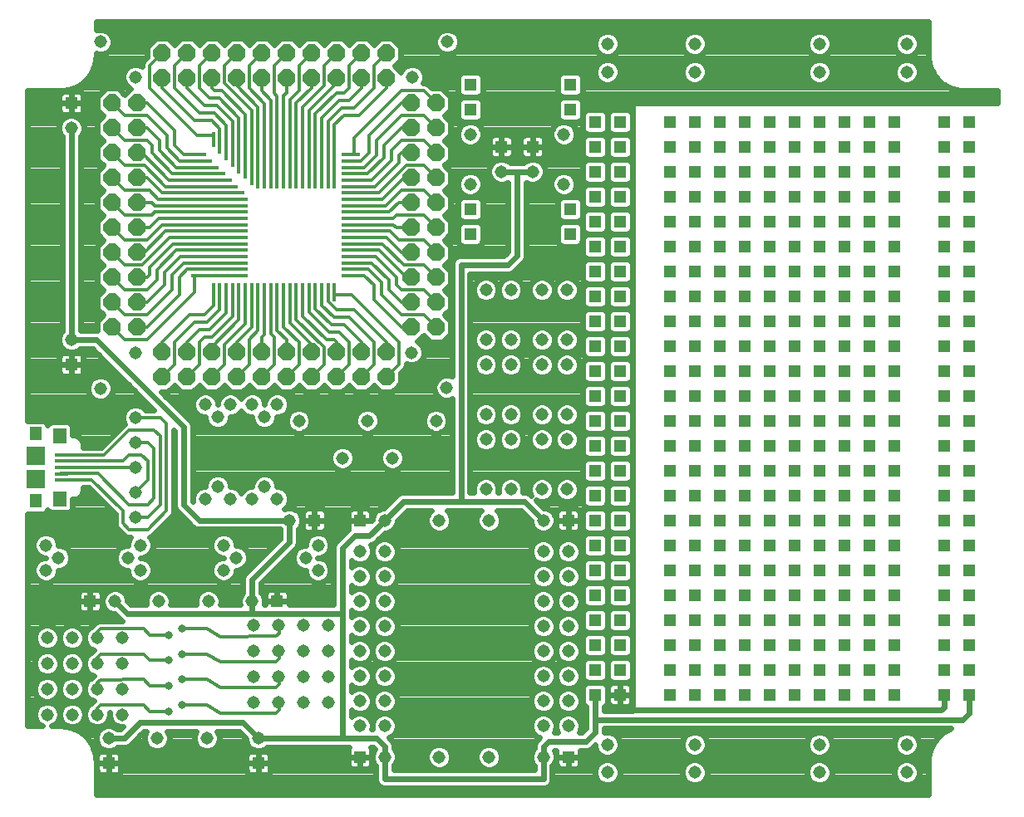
<source format=gbl>
G75*
G70*
%OFA0B0*%
%FSLAX24Y24*%
%IPPOS*%
%LPD*%
%AMOC8*
5,1,8,0,0,1.08239X$1,22.5*
%
%ADD10C,0.0515*%
%ADD11C,0.0320*%
%ADD12C,0.0120*%
%ADD13R,0.0515X0.0515*%
%ADD14R,0.0551X0.0630*%
%ADD15R,0.0512X0.0571*%
%ADD16R,0.0748X0.0748*%
%ADD17R,0.0531X0.0157*%
%ADD18OC8,0.0700*%
%ADD19R,0.0738X0.0150*%
%ADD20R,0.0150X0.0738*%
%ADD21R,0.0630X0.0150*%
%ADD22R,0.0150X0.0630*%
%ADD23R,0.0150X0.0886*%
%ADD24R,0.0150X0.2313*%
%ADD25R,0.0150X0.2165*%
%ADD26R,0.0150X0.1909*%
%ADD27R,0.0150X0.1654*%
%ADD28R,0.0150X0.1398*%
%ADD29R,0.0150X0.1142*%
%ADD30R,0.2313X0.0150*%
%ADD31R,0.0886X0.0150*%
%ADD32R,0.1142X0.0150*%
%ADD33R,0.1398X0.0150*%
%ADD34R,0.1654X0.0150*%
%ADD35R,0.1909X0.0150*%
%ADD36R,0.2165X0.0150*%
%ADD37C,0.0240*%
D10*
X008136Y005917D03*
X007670Y006872D03*
X008670Y006872D03*
X008670Y007896D03*
X007670Y007896D03*
X006670Y007896D03*
X005670Y007896D03*
X005670Y008920D03*
X006670Y008920D03*
X007670Y008920D03*
X008670Y008920D03*
X008670Y009943D03*
X007670Y009943D03*
X006670Y009943D03*
X005670Y009943D03*
X008386Y011417D03*
X009405Y012667D03*
X008905Y013167D03*
X009405Y013667D03*
X009203Y014792D03*
X009203Y015792D03*
X009203Y016792D03*
X009203Y017792D03*
X009203Y018792D03*
X007804Y019960D03*
X009218Y021374D03*
X006636Y021917D03*
X012011Y019310D03*
X012511Y018810D03*
X013011Y019310D03*
X013886Y019310D03*
X014386Y018810D03*
X014886Y019310D03*
X015761Y018667D03*
X017511Y017167D03*
X018511Y018667D03*
X019511Y017167D03*
X021261Y018667D03*
X023261Y018917D03*
X024261Y018917D03*
X025511Y018917D03*
X026511Y018917D03*
X026511Y017917D03*
X025511Y017917D03*
X024261Y017917D03*
X023261Y017917D03*
X023261Y015917D03*
X024261Y015917D03*
X025511Y015917D03*
X026511Y015917D03*
X025567Y014667D03*
X025567Y013417D03*
X025567Y012417D03*
X026567Y012417D03*
X026567Y013417D03*
X026567Y011417D03*
X025567Y011417D03*
X025567Y010417D03*
X025567Y009417D03*
X026567Y009417D03*
X026567Y010417D03*
X026567Y008417D03*
X025567Y008417D03*
X025567Y007417D03*
X025567Y006417D03*
X026567Y006417D03*
X026567Y007417D03*
X028136Y005667D03*
X028136Y004542D03*
X025567Y005167D03*
X023386Y005167D03*
X021386Y005167D03*
X019205Y005167D03*
X019205Y006417D03*
X018205Y006417D03*
X018205Y007417D03*
X019205Y007417D03*
X019205Y008417D03*
X018205Y008417D03*
X018205Y009417D03*
X019205Y009417D03*
X019205Y010417D03*
X018205Y010417D03*
X018205Y011417D03*
X019205Y011417D03*
X019205Y012417D03*
X018205Y012417D03*
X018205Y013417D03*
X019205Y013417D03*
X019205Y014667D03*
X021386Y014667D03*
X023386Y014667D03*
X016530Y013667D03*
X016030Y013167D03*
X016530Y012667D03*
X013886Y011417D03*
X013957Y010443D03*
X014957Y010443D03*
X015957Y010443D03*
X016957Y010443D03*
X016957Y009420D03*
X015957Y009420D03*
X014957Y009420D03*
X013957Y009420D03*
X013957Y008396D03*
X014957Y008396D03*
X015957Y008396D03*
X016957Y008396D03*
X016957Y007372D03*
X015957Y007372D03*
X014957Y007372D03*
X013957Y007372D03*
X014136Y005917D03*
X012063Y005917D03*
X010063Y005917D03*
X006670Y006872D03*
X005670Y006872D03*
X010136Y011417D03*
X012136Y011417D03*
X012743Y012667D03*
X013243Y013167D03*
X012743Y013667D03*
X013011Y015523D03*
X012511Y016023D03*
X012011Y015523D03*
X013886Y015523D03*
X014386Y016023D03*
X014886Y015523D03*
X015386Y014667D03*
X021688Y019990D03*
X023261Y020917D03*
X024261Y020917D03*
X025511Y020917D03*
X026511Y020917D03*
X026511Y021917D03*
X025511Y021917D03*
X024261Y021917D03*
X023261Y021917D03*
X023261Y023917D03*
X024261Y023917D03*
X025511Y023917D03*
X026511Y023917D03*
X020274Y021404D03*
X022636Y028167D03*
X023886Y028667D03*
X025136Y028667D03*
X026386Y028167D03*
X026386Y030167D03*
X028136Y032667D03*
X028136Y033792D03*
X031636Y033792D03*
X031636Y032667D03*
X036636Y032667D03*
X036636Y033792D03*
X040136Y033792D03*
X040136Y032667D03*
X022636Y030167D03*
X020304Y032460D03*
X021718Y033874D03*
X009218Y032460D03*
X007804Y033874D03*
X006636Y030417D03*
X005618Y013667D03*
X006118Y013167D03*
X005618Y012667D03*
X031636Y005667D03*
X031636Y004542D03*
X036636Y004542D03*
X036636Y005667D03*
X040136Y005667D03*
X040136Y004542D03*
D11*
X011075Y007253D03*
X010557Y006997D03*
X010557Y008021D03*
X011075Y008277D03*
X010557Y009045D03*
X011075Y009301D03*
X010557Y010068D03*
X011075Y010324D03*
D12*
X012087Y010324D01*
X012599Y010000D01*
X014844Y010006D01*
X014969Y010131D01*
X014969Y010443D01*
X014969Y009420D02*
X014969Y009108D01*
X014844Y008983D01*
X012599Y008977D01*
X012087Y009301D01*
X011075Y009301D01*
X010557Y009045D02*
X009784Y009045D01*
X009528Y009301D01*
X007795Y009295D01*
X007670Y009170D01*
X007670Y008920D01*
X007795Y008271D02*
X009528Y008277D01*
X009784Y008021D01*
X010557Y008021D01*
X011075Y008277D02*
X012087Y008277D01*
X012599Y007953D01*
X014844Y007959D01*
X014969Y008084D01*
X014969Y008396D01*
X014969Y007372D02*
X014969Y007060D01*
X014844Y006935D01*
X012599Y006929D01*
X012087Y007253D01*
X011075Y007253D01*
X010557Y006997D02*
X009784Y006997D01*
X009528Y007253D01*
X007795Y007247D01*
X007670Y007122D01*
X007670Y006872D01*
X007670Y007896D02*
X007670Y008146D01*
X007795Y008271D01*
X007670Y009943D02*
X007670Y010193D01*
X007795Y010318D01*
X009528Y010324D01*
X009784Y010068D01*
X010557Y010068D01*
X009703Y014292D02*
X008953Y014292D01*
X008703Y014542D01*
X008703Y015042D01*
X007453Y016292D01*
X006203Y016292D01*
X006203Y016542D02*
X007703Y016542D01*
X008953Y015292D01*
X009703Y015292D01*
X009953Y015542D01*
X009953Y017542D01*
X009703Y017792D01*
X009203Y017792D01*
X008953Y018292D02*
X009953Y018292D01*
X010203Y018042D01*
X010203Y015292D01*
X009703Y014792D01*
X009203Y014792D01*
X009703Y014292D02*
X010453Y015042D01*
X010453Y018542D01*
X010203Y018792D01*
X009203Y018792D01*
X008953Y018292D02*
X007953Y017292D01*
X006203Y017292D01*
X006203Y017042D02*
X008703Y017042D01*
X008953Y017292D01*
X009453Y017292D01*
X009703Y017042D01*
X009703Y016292D01*
X009203Y015792D01*
X009203Y016792D02*
X006203Y016792D01*
X010261Y020417D02*
X010761Y020917D01*
X010761Y021817D01*
X011561Y022617D01*
X012061Y022617D01*
X012586Y023137D01*
X012586Y023617D01*
X012330Y023617D02*
X012330Y023287D01*
X011961Y022917D01*
X011361Y022917D01*
X010261Y021817D01*
X010261Y021417D01*
X009661Y021917D02*
X008761Y021917D01*
X008261Y022417D01*
X009261Y022417D02*
X009661Y022417D01*
X010961Y023717D01*
X010961Y024417D01*
X011291Y024741D01*
X011461Y024741D01*
X011441Y024997D02*
X011141Y024997D01*
X010661Y024517D01*
X010661Y023917D01*
X009661Y022917D01*
X008761Y022917D01*
X008261Y023417D01*
X008761Y023917D02*
X008261Y024417D01*
X008761Y024917D02*
X008261Y025417D01*
X008761Y024917D02*
X009461Y024917D01*
X010561Y026021D01*
X011461Y026021D01*
X011461Y026277D02*
X010421Y026277D01*
X009561Y025417D01*
X009261Y025417D01*
X009761Y024817D02*
X009761Y024517D01*
X009661Y024417D01*
X009261Y024417D01*
X009761Y024817D02*
X010711Y025765D01*
X011461Y025765D01*
X011421Y025509D02*
X010851Y025509D01*
X010061Y024717D01*
X010061Y024317D01*
X009661Y023917D01*
X008761Y023917D01*
X009261Y023417D02*
X009661Y023417D01*
X010361Y024117D01*
X010361Y024617D01*
X011001Y025253D01*
X011421Y025253D01*
X011561Y024447D02*
X011561Y023817D01*
X009661Y021917D01*
X011261Y021817D02*
X011261Y021417D01*
X011261Y021817D02*
X011761Y022317D01*
X012161Y022317D01*
X012842Y022997D01*
X012842Y023617D01*
X013098Y023617D02*
X013098Y022847D01*
X012261Y022017D01*
X011961Y022017D01*
X011761Y021817D01*
X011761Y020917D01*
X011261Y020417D01*
X012261Y020417D02*
X012761Y020917D01*
X012761Y021717D01*
X013610Y022567D01*
X013610Y023617D01*
X013866Y023617D02*
X013866Y022417D01*
X013261Y021817D01*
X013261Y021417D01*
X013761Y021917D02*
X013761Y020917D01*
X013261Y020417D01*
X014261Y020417D02*
X014761Y020917D01*
X014761Y022017D01*
X014633Y022147D01*
X014633Y023617D01*
X014377Y023617D02*
X014377Y022127D01*
X014261Y022017D01*
X014261Y021417D01*
X013761Y021917D02*
X014121Y022277D01*
X014121Y023617D01*
X014889Y023617D02*
X014889Y022297D01*
X015261Y021917D01*
X015261Y021417D01*
X015761Y021817D02*
X015761Y020917D01*
X015261Y020417D01*
X016261Y020417D02*
X016761Y020917D01*
X016761Y021617D01*
X015657Y022717D01*
X015657Y023617D01*
X015913Y023617D02*
X015913Y022867D01*
X016861Y021917D01*
X017161Y021917D01*
X017261Y021817D01*
X017261Y021417D01*
X017761Y021817D02*
X017761Y020917D01*
X017261Y020417D01*
X018261Y020417D02*
X018761Y020917D01*
X018761Y021817D01*
X017761Y022817D01*
X017161Y022817D01*
X016681Y023297D01*
X016681Y023597D01*
X016936Y023617D02*
X016936Y023447D01*
X017261Y023117D01*
X017961Y023117D01*
X019261Y021817D01*
X019261Y021417D01*
X019761Y021817D02*
X019761Y020917D01*
X019261Y020417D01*
X018261Y021417D02*
X018261Y021817D01*
X017561Y022517D01*
X017061Y022517D01*
X016425Y023157D01*
X016425Y023577D01*
X016169Y023577D02*
X016169Y023007D01*
X016961Y022217D01*
X017361Y022217D01*
X017761Y021817D01*
X016261Y021717D02*
X016261Y021417D01*
X016261Y021717D02*
X015401Y022577D01*
X015401Y023617D01*
X015145Y023617D02*
X015145Y022437D01*
X015761Y021817D01*
X013354Y022707D02*
X013354Y023617D01*
X013354Y022707D02*
X012261Y021617D01*
X012261Y021417D01*
X017221Y023717D02*
X017861Y023717D01*
X019761Y021817D01*
X019861Y022417D02*
X020261Y022417D01*
X019861Y022417D02*
X018761Y023517D01*
X018761Y024117D01*
X018391Y024486D01*
X018061Y024486D01*
X018061Y024741D02*
X018541Y024741D01*
X019061Y024217D01*
X019061Y023717D01*
X019861Y022917D01*
X020761Y022917D01*
X021261Y022417D01*
X021261Y023417D02*
X020761Y023917D01*
X019861Y023917D01*
X019661Y024117D01*
X019661Y024417D01*
X018831Y025253D01*
X018061Y025253D01*
X018061Y024997D02*
X018681Y024997D01*
X019361Y024317D01*
X019361Y023917D01*
X019861Y023417D01*
X020261Y023417D01*
X020261Y024417D02*
X020061Y024417D01*
X018971Y025509D01*
X018061Y025509D01*
X018061Y025765D02*
X019111Y025765D01*
X019961Y024917D01*
X020761Y024917D01*
X021261Y024417D01*
X021261Y025417D02*
X020761Y025917D01*
X019761Y025917D01*
X019401Y026277D01*
X018061Y026277D01*
X018061Y026533D02*
X019551Y026533D01*
X019661Y026417D01*
X020261Y026417D01*
X020761Y026917D02*
X019661Y026917D01*
X019531Y026789D01*
X018061Y026789D01*
X018061Y027045D02*
X019381Y027045D01*
X019761Y027417D01*
X020261Y027417D01*
X019861Y027917D02*
X020761Y027917D01*
X021261Y027417D01*
X020761Y026917D02*
X021261Y026417D01*
X020261Y025417D02*
X019861Y025417D01*
X019261Y026021D01*
X018061Y026021D01*
X018061Y027301D02*
X019241Y027301D01*
X019861Y027917D01*
X019961Y028417D02*
X019101Y027556D01*
X018061Y027556D01*
X018061Y027812D02*
X018961Y027812D01*
X020061Y028917D01*
X020761Y028917D01*
X021261Y028417D01*
X020261Y028417D02*
X019961Y028417D01*
X019761Y029017D02*
X019761Y029317D01*
X019861Y029417D01*
X020261Y029417D01*
X019861Y029917D02*
X020761Y029917D01*
X021261Y029417D01*
X021261Y030417D02*
X020761Y030917D01*
X019861Y030917D01*
X018861Y029917D01*
X018861Y029317D01*
X018381Y028836D01*
X018081Y028836D01*
X018061Y029092D02*
X018231Y029092D01*
X018561Y029417D01*
X018561Y030117D01*
X019861Y031417D01*
X020261Y031417D01*
X019861Y031917D02*
X020761Y031917D01*
X021261Y031417D01*
X020261Y030417D02*
X019861Y030417D01*
X019161Y029717D01*
X019161Y029217D01*
X018521Y028580D01*
X018101Y028580D01*
X018101Y028324D02*
X018671Y028324D01*
X019461Y029117D01*
X019461Y029517D01*
X019861Y029917D01*
X019761Y029017D02*
X018811Y028068D01*
X018061Y028068D01*
X017961Y029377D02*
X017961Y030017D01*
X019861Y031917D01*
X019261Y032017D02*
X019261Y032417D01*
X019261Y032017D02*
X018161Y030917D01*
X017561Y030917D01*
X017192Y030547D01*
X017192Y030217D01*
X016936Y030217D02*
X016936Y030697D01*
X017461Y031217D01*
X017961Y031217D01*
X018761Y032017D01*
X018761Y032917D01*
X019261Y033417D01*
X018261Y033417D02*
X017761Y032917D01*
X017761Y032017D01*
X017561Y031817D01*
X017261Y031817D01*
X016425Y030987D01*
X016425Y030217D01*
X016681Y030217D02*
X016681Y030837D01*
X017361Y031517D01*
X017761Y031517D01*
X018261Y032017D01*
X018261Y032417D01*
X017261Y032417D02*
X017261Y032217D01*
X016169Y031127D01*
X016169Y030217D01*
X015913Y030217D02*
X015913Y031267D01*
X016761Y032117D01*
X016761Y032917D01*
X017261Y033417D01*
X016261Y033417D02*
X015761Y032917D01*
X015761Y031917D01*
X015401Y031557D01*
X015401Y030217D01*
X015657Y030217D02*
X015657Y031417D01*
X016261Y032017D01*
X016261Y032417D01*
X015261Y032417D02*
X015261Y031817D01*
X015145Y031707D01*
X015145Y030217D01*
X014889Y030217D02*
X014889Y031687D01*
X014761Y031817D01*
X014761Y032917D01*
X015261Y033417D01*
X014261Y033417D02*
X013761Y032917D01*
X013761Y032017D01*
X014377Y031397D01*
X014377Y030217D01*
X014121Y030217D02*
X014121Y031257D01*
X013261Y032117D01*
X013261Y032417D01*
X012761Y032217D02*
X012761Y032917D01*
X013261Y033417D01*
X012261Y033417D02*
X011761Y032917D01*
X011761Y032017D01*
X012161Y031617D01*
X012561Y031617D01*
X013354Y030827D01*
X013354Y030257D01*
X013098Y030257D02*
X013098Y030677D01*
X012461Y031317D01*
X011961Y031317D01*
X011261Y032017D01*
X011261Y032417D01*
X010761Y032017D02*
X010761Y032917D01*
X011261Y033417D01*
X010261Y033417D02*
X009761Y032917D01*
X009761Y032017D01*
X011661Y030117D01*
X012281Y030117D01*
X012586Y030217D02*
X012586Y030387D01*
X012261Y030717D01*
X011561Y030717D01*
X010261Y032017D01*
X010261Y032417D01*
X010761Y032017D02*
X011761Y031017D01*
X012361Y031017D01*
X012842Y030537D01*
X012842Y030237D01*
X013610Y030217D02*
X013610Y030967D01*
X012661Y031917D01*
X012361Y031917D01*
X012261Y032017D01*
X012261Y032417D01*
X012761Y032217D02*
X013866Y031117D01*
X013866Y030217D01*
X014633Y030217D02*
X014633Y031537D01*
X014261Y031917D01*
X014261Y032417D01*
X010761Y030317D02*
X009661Y031417D01*
X009261Y031417D01*
X009661Y030917D02*
X008761Y030917D01*
X008261Y031417D01*
X008261Y030417D02*
X008761Y029917D01*
X009661Y029917D01*
X009861Y029717D01*
X009861Y029417D01*
X010691Y028580D01*
X011461Y028580D01*
X011461Y028324D02*
X010551Y028324D01*
X009461Y029417D01*
X009261Y029417D01*
X009561Y028917D02*
X008761Y028917D01*
X008261Y029417D01*
X009561Y028917D02*
X010411Y028068D01*
X011461Y028068D01*
X011461Y027812D02*
X010261Y027812D01*
X009661Y028417D01*
X009261Y028417D01*
X008761Y027917D02*
X008261Y028417D01*
X008761Y027917D02*
X009761Y027917D01*
X010121Y027557D01*
X011461Y027557D01*
X011461Y027301D02*
X009971Y027301D01*
X009861Y027417D01*
X009261Y027417D01*
X008761Y026917D02*
X008261Y027417D01*
X008761Y026917D02*
X009861Y026917D01*
X009991Y027047D01*
X011461Y027047D01*
X011461Y026789D02*
X010141Y026789D01*
X009761Y026417D01*
X009261Y026417D01*
X009661Y025917D02*
X008761Y025917D01*
X008261Y026417D01*
X009661Y025917D02*
X010281Y026533D01*
X011461Y026533D01*
X011461Y028836D02*
X010841Y028836D01*
X010161Y029517D01*
X010161Y029917D01*
X009661Y030417D01*
X009261Y030417D01*
X009661Y030917D02*
X010461Y030117D01*
X010461Y029617D01*
X010981Y029092D01*
X011461Y029092D01*
X011461Y029348D02*
X011131Y029348D01*
X010761Y029717D01*
X010761Y030317D01*
D13*
X006636Y031417D03*
X022636Y031167D03*
X022636Y032167D03*
X023886Y029667D03*
X025136Y029667D03*
X026636Y031167D03*
X026636Y032167D03*
X027636Y030667D03*
X028636Y030667D03*
X028636Y029667D03*
X027636Y029667D03*
X027636Y028667D03*
X028636Y028667D03*
X028636Y027667D03*
X027636Y027667D03*
X027636Y026667D03*
X028636Y026667D03*
X028636Y025667D03*
X027636Y025667D03*
X026636Y026167D03*
X026636Y027167D03*
X027636Y024667D03*
X028636Y024667D03*
X028636Y023667D03*
X027636Y023667D03*
X027636Y022667D03*
X028636Y022667D03*
X028636Y021667D03*
X027636Y021667D03*
X027636Y020667D03*
X028636Y020667D03*
X028636Y019667D03*
X027636Y019667D03*
X027636Y018667D03*
X028636Y018667D03*
X028636Y017667D03*
X027636Y017667D03*
X027636Y016667D03*
X028636Y016667D03*
X028636Y015667D03*
X027636Y015667D03*
X027636Y014667D03*
X028636Y014667D03*
X028636Y013667D03*
X027636Y013667D03*
X027636Y012667D03*
X028636Y012667D03*
X028636Y011667D03*
X027636Y011667D03*
X027636Y010667D03*
X028636Y010667D03*
X028636Y009667D03*
X027636Y009667D03*
X027636Y008667D03*
X028636Y008667D03*
X028636Y007667D03*
X027636Y007667D03*
X030636Y007667D03*
X031636Y007667D03*
X032636Y007667D03*
X033636Y007667D03*
X034636Y007667D03*
X035636Y007667D03*
X036636Y007667D03*
X037636Y007667D03*
X038636Y007667D03*
X039636Y007667D03*
X039636Y008667D03*
X039636Y009667D03*
X038636Y009667D03*
X037636Y009667D03*
X036636Y009667D03*
X035636Y009667D03*
X034636Y009667D03*
X033636Y009667D03*
X032636Y009667D03*
X031636Y009667D03*
X030636Y009667D03*
X030636Y008667D03*
X031636Y008667D03*
X032636Y008667D03*
X033636Y008667D03*
X034636Y008667D03*
X035636Y008667D03*
X036636Y008667D03*
X037636Y008667D03*
X038636Y008667D03*
X038636Y010667D03*
X037636Y010667D03*
X036636Y010667D03*
X035636Y010667D03*
X034636Y010667D03*
X033636Y010667D03*
X032636Y010667D03*
X031636Y010667D03*
X030636Y010667D03*
X030636Y011667D03*
X031636Y011667D03*
X031636Y012667D03*
X030636Y012667D03*
X030636Y013667D03*
X031636Y013667D03*
X032636Y013667D03*
X033636Y013667D03*
X034636Y013667D03*
X035636Y013667D03*
X036636Y013667D03*
X037636Y013667D03*
X038636Y013667D03*
X039636Y013667D03*
X039636Y014667D03*
X039636Y015667D03*
X038636Y015667D03*
X037636Y015667D03*
X036636Y015667D03*
X035636Y015667D03*
X034636Y015667D03*
X033636Y015667D03*
X032636Y015667D03*
X031636Y015667D03*
X030636Y015667D03*
X030636Y014667D03*
X031636Y014667D03*
X032636Y014667D03*
X033636Y014667D03*
X034636Y014667D03*
X035636Y014667D03*
X036636Y014667D03*
X037636Y014667D03*
X038636Y014667D03*
X038636Y016667D03*
X037636Y016667D03*
X036636Y016667D03*
X035636Y016667D03*
X034636Y016667D03*
X033636Y016667D03*
X032636Y016667D03*
X031636Y016667D03*
X030636Y016667D03*
X030636Y017667D03*
X031636Y017667D03*
X031636Y018667D03*
X030636Y018667D03*
X030636Y019667D03*
X031636Y019667D03*
X032636Y019667D03*
X033636Y019667D03*
X034636Y019667D03*
X035636Y019667D03*
X036636Y019667D03*
X037636Y019667D03*
X038636Y019667D03*
X039636Y019667D03*
X039636Y020667D03*
X039636Y021667D03*
X038636Y021667D03*
X037636Y021667D03*
X036636Y021667D03*
X035636Y021667D03*
X034636Y021667D03*
X033636Y021667D03*
X032636Y021667D03*
X031636Y021667D03*
X030636Y021667D03*
X030636Y020667D03*
X031636Y020667D03*
X032636Y020667D03*
X033636Y020667D03*
X034636Y020667D03*
X035636Y020667D03*
X036636Y020667D03*
X037636Y020667D03*
X038636Y020667D03*
X038636Y022667D03*
X037636Y022667D03*
X036636Y022667D03*
X035636Y022667D03*
X034636Y022667D03*
X033636Y022667D03*
X032636Y022667D03*
X031636Y022667D03*
X030636Y022667D03*
X030636Y023667D03*
X031636Y023667D03*
X031636Y024667D03*
X030636Y024667D03*
X030636Y025667D03*
X031636Y025667D03*
X032636Y025667D03*
X033636Y025667D03*
X034636Y025667D03*
X035636Y025667D03*
X036636Y025667D03*
X037636Y025667D03*
X038636Y025667D03*
X039636Y025667D03*
X039636Y026667D03*
X039636Y027667D03*
X038636Y027667D03*
X037636Y027667D03*
X036636Y027667D03*
X035636Y027667D03*
X034636Y027667D03*
X033636Y027667D03*
X032636Y027667D03*
X031636Y027667D03*
X030636Y027667D03*
X030636Y026667D03*
X031636Y026667D03*
X032636Y026667D03*
X033636Y026667D03*
X034636Y026667D03*
X035636Y026667D03*
X036636Y026667D03*
X037636Y026667D03*
X038636Y026667D03*
X038636Y028667D03*
X037636Y028667D03*
X036636Y028667D03*
X035636Y028667D03*
X034636Y028667D03*
X033636Y028667D03*
X032636Y028667D03*
X031636Y028667D03*
X030636Y028667D03*
X030636Y029667D03*
X031636Y029667D03*
X031636Y030667D03*
X030636Y030667D03*
X032636Y030667D03*
X033636Y030667D03*
X034636Y030667D03*
X035636Y030667D03*
X036636Y030667D03*
X037636Y030667D03*
X038636Y030667D03*
X039636Y030667D03*
X039636Y029667D03*
X038636Y029667D03*
X037636Y029667D03*
X036636Y029667D03*
X035636Y029667D03*
X034636Y029667D03*
X033636Y029667D03*
X032636Y029667D03*
X039636Y028667D03*
X041636Y028667D03*
X042636Y028667D03*
X042636Y029667D03*
X041636Y029667D03*
X041636Y030667D03*
X042636Y030667D03*
X042636Y027667D03*
X041636Y027667D03*
X041636Y026667D03*
X042636Y026667D03*
X042636Y025667D03*
X041636Y025667D03*
X041636Y024667D03*
X042636Y024667D03*
X042636Y023667D03*
X041636Y023667D03*
X041636Y022667D03*
X042636Y022667D03*
X042636Y021667D03*
X041636Y021667D03*
X041636Y020667D03*
X042636Y020667D03*
X042636Y019667D03*
X041636Y019667D03*
X041636Y018667D03*
X042636Y018667D03*
X042636Y017667D03*
X041636Y017667D03*
X041636Y016667D03*
X042636Y016667D03*
X042636Y015667D03*
X041636Y015667D03*
X041636Y014667D03*
X042636Y014667D03*
X042636Y013667D03*
X041636Y013667D03*
X041636Y012667D03*
X042636Y012667D03*
X042636Y011667D03*
X041636Y011667D03*
X041636Y010667D03*
X042636Y010667D03*
X042636Y009667D03*
X041636Y009667D03*
X041636Y008667D03*
X042636Y008667D03*
X042636Y007667D03*
X041636Y007667D03*
X039636Y010667D03*
X039636Y011667D03*
X039636Y012667D03*
X038636Y012667D03*
X037636Y012667D03*
X036636Y012667D03*
X035636Y012667D03*
X034636Y012667D03*
X033636Y012667D03*
X032636Y012667D03*
X032636Y011667D03*
X033636Y011667D03*
X034636Y011667D03*
X035636Y011667D03*
X036636Y011667D03*
X037636Y011667D03*
X038636Y011667D03*
X039636Y016667D03*
X039636Y017667D03*
X039636Y018667D03*
X038636Y018667D03*
X037636Y018667D03*
X036636Y018667D03*
X035636Y018667D03*
X034636Y018667D03*
X033636Y018667D03*
X032636Y018667D03*
X032636Y017667D03*
X033636Y017667D03*
X034636Y017667D03*
X035636Y017667D03*
X036636Y017667D03*
X037636Y017667D03*
X038636Y017667D03*
X039636Y022667D03*
X039636Y023667D03*
X039636Y024667D03*
X038636Y024667D03*
X037636Y024667D03*
X036636Y024667D03*
X035636Y024667D03*
X034636Y024667D03*
X033636Y024667D03*
X032636Y024667D03*
X032636Y023667D03*
X033636Y023667D03*
X034636Y023667D03*
X035636Y023667D03*
X036636Y023667D03*
X037636Y023667D03*
X038636Y023667D03*
X026567Y014667D03*
X018205Y014667D03*
X016386Y014667D03*
X014886Y011417D03*
X007386Y011417D03*
X008136Y004917D03*
X014136Y004917D03*
X018205Y005167D03*
X026567Y005167D03*
X006636Y020917D03*
X022636Y026167D03*
X022636Y027167D03*
D14*
X006172Y018052D03*
X006172Y015532D03*
D15*
X005207Y015443D03*
X005207Y018140D03*
D16*
X005207Y017264D03*
X005207Y016319D03*
D17*
X006260Y016280D03*
X006260Y016536D03*
X006260Y016792D03*
X006260Y017048D03*
X006260Y017304D03*
D18*
X010261Y020417D03*
X011261Y020417D03*
X012261Y020417D03*
X013261Y020417D03*
X014261Y020417D03*
X015261Y020417D03*
X016261Y020417D03*
X017261Y020417D03*
X018261Y020417D03*
X019261Y020417D03*
X019261Y021417D03*
X018261Y021417D03*
X017261Y021417D03*
X016261Y021417D03*
X015261Y021417D03*
X014261Y021417D03*
X013261Y021417D03*
X012261Y021417D03*
X011261Y021417D03*
X010261Y021417D03*
X009261Y022417D03*
X008261Y022417D03*
X008261Y023417D03*
X009261Y023417D03*
X009261Y024417D03*
X008261Y024417D03*
X008261Y025417D03*
X009261Y025417D03*
X009261Y026417D03*
X008261Y026417D03*
X008261Y027417D03*
X009261Y027417D03*
X009261Y028417D03*
X008261Y028417D03*
X008261Y029417D03*
X009261Y029417D03*
X009261Y030417D03*
X008261Y030417D03*
X008261Y031417D03*
X009261Y031417D03*
X010261Y032417D03*
X011261Y032417D03*
X012261Y032417D03*
X013261Y032417D03*
X014261Y032417D03*
X015261Y032417D03*
X016261Y032417D03*
X017261Y032417D03*
X018261Y032417D03*
X019261Y032417D03*
X019261Y033417D03*
X018261Y033417D03*
X017261Y033417D03*
X016261Y033417D03*
X015261Y033417D03*
X014261Y033417D03*
X013261Y033417D03*
X012261Y033417D03*
X011261Y033417D03*
X010261Y033417D03*
X020261Y031417D03*
X021261Y031417D03*
X021261Y030417D03*
X020261Y030417D03*
X020261Y029417D03*
X021261Y029417D03*
X021261Y028417D03*
X020261Y028417D03*
X020261Y027417D03*
X021261Y027417D03*
X021261Y026417D03*
X020261Y026417D03*
X020261Y025417D03*
X021261Y025417D03*
X021261Y024417D03*
X020261Y024417D03*
X020261Y023417D03*
X021261Y023417D03*
X021261Y022417D03*
X020261Y022417D03*
D19*
X017847Y024486D03*
X017847Y024741D03*
X017847Y024997D03*
X017847Y025253D03*
X017847Y025509D03*
X017847Y025765D03*
X017847Y026021D03*
X017847Y026277D03*
X017847Y026533D03*
X017847Y026789D03*
X017847Y027045D03*
X017847Y027301D03*
X017847Y027556D03*
X017847Y027812D03*
X017847Y028068D03*
X017847Y028324D03*
X017847Y028580D03*
X017847Y028836D03*
X017847Y029092D03*
X017847Y029348D03*
D20*
X017192Y023831D03*
X016936Y023831D03*
X016681Y023831D03*
X016425Y023831D03*
X016169Y023831D03*
X015913Y023831D03*
X015657Y023831D03*
X015401Y023831D03*
X015145Y023831D03*
X014889Y023831D03*
X014633Y023831D03*
X014377Y023831D03*
X014121Y023831D03*
X013866Y023831D03*
X013610Y023831D03*
X013354Y023831D03*
X013098Y023831D03*
X012842Y023831D03*
X012586Y023831D03*
X012330Y023831D03*
D21*
X011730Y029348D03*
D22*
X012330Y029948D03*
D23*
X012586Y029820D03*
D24*
X014121Y029107D03*
X014377Y029107D03*
X014633Y029107D03*
X014889Y029107D03*
X015145Y029107D03*
X015401Y029107D03*
X015657Y029107D03*
X015913Y029107D03*
X016169Y029107D03*
X016425Y029107D03*
X016681Y029107D03*
X016936Y029107D03*
X017192Y029107D03*
D25*
X013866Y029180D03*
D26*
X013610Y029308D03*
D27*
X013354Y029436D03*
D28*
X013098Y029564D03*
D29*
X012842Y029692D03*
D30*
X012571Y027556D03*
X012571Y027301D03*
X012571Y027045D03*
X012571Y026789D03*
X012571Y026533D03*
X012571Y026277D03*
X012571Y026021D03*
X012571Y025765D03*
X012571Y025509D03*
X012571Y025253D03*
X012571Y024997D03*
X012571Y024741D03*
X012571Y024486D03*
D31*
X011858Y029092D03*
D32*
X011986Y028836D03*
D33*
X012114Y028580D03*
D34*
X012242Y028324D03*
D35*
X012369Y028068D03*
D36*
X012497Y027812D03*
D37*
X007632Y004953D02*
X007632Y003657D01*
X041010Y003657D01*
X041010Y004953D01*
X041008Y004961D01*
X041010Y005000D01*
X041010Y005039D01*
X041014Y005047D01*
X041021Y005147D01*
X041018Y005164D01*
X041024Y005194D01*
X041026Y005224D01*
X041034Y005240D01*
X041057Y005346D01*
X041057Y005363D01*
X041067Y005392D01*
X041074Y005422D01*
X041084Y005436D01*
X041122Y005538D01*
X041124Y005555D01*
X041138Y005582D01*
X041149Y005611D01*
X041161Y005624D01*
X041213Y005719D01*
X041217Y005736D01*
X041235Y005760D01*
X041250Y005787D01*
X041264Y005798D01*
X041329Y005885D01*
X041335Y005901D01*
X041357Y005923D01*
X041375Y005947D01*
X041391Y005956D01*
X041467Y006032D01*
X041476Y006048D01*
X041500Y006066D01*
X041522Y006088D01*
X041538Y006094D01*
X041625Y006159D01*
X041636Y006173D01*
X041663Y006187D01*
X041687Y006206D01*
X041704Y006210D01*
X041799Y006262D01*
X041812Y006274D01*
X041841Y006285D01*
X041868Y006299D01*
X041885Y006301D01*
X041900Y006307D01*
X027996Y006307D01*
X027996Y006238D01*
X027996Y006147D01*
X028037Y006164D01*
X028235Y006164D01*
X028418Y006088D01*
X028558Y005948D01*
X028634Y005766D01*
X028634Y005568D01*
X028558Y005385D01*
X028418Y005245D01*
X028235Y005169D01*
X028037Y005169D01*
X027854Y005245D01*
X027714Y005385D01*
X027639Y005568D01*
X027639Y005660D01*
X027465Y005486D01*
X027333Y005432D01*
X027190Y005432D01*
X027045Y005432D01*
X027045Y005167D01*
X026568Y005167D01*
X026568Y005166D01*
X027045Y005166D01*
X027045Y004880D01*
X027030Y004824D01*
X027001Y004774D01*
X026960Y004733D01*
X026910Y004704D01*
X026854Y004689D01*
X026567Y004689D01*
X026567Y005166D01*
X026567Y005166D01*
X026090Y005166D01*
X026090Y004880D01*
X026105Y004824D01*
X026134Y004774D01*
X026175Y004733D01*
X026225Y004704D01*
X026281Y004689D01*
X026567Y004689D01*
X026567Y005166D01*
X026567Y005167D01*
X026090Y005167D01*
X026090Y005432D01*
X025996Y005432D01*
X026065Y005266D01*
X026065Y005068D01*
X025989Y004885D01*
X025927Y004823D01*
X025927Y004363D01*
X025927Y004220D01*
X025872Y004088D01*
X025771Y003986D01*
X025639Y003932D01*
X019277Y003932D01*
X019133Y003932D01*
X019001Y003986D01*
X018900Y004088D01*
X018845Y004220D01*
X018845Y004823D01*
X018783Y004885D01*
X018708Y005068D01*
X018708Y005266D01*
X018783Y005448D01*
X018814Y005479D01*
X018737Y005557D01*
X018640Y005557D01*
X018668Y005509D01*
X018683Y005453D01*
X018683Y005167D01*
X018206Y005167D01*
X018206Y005166D01*
X018683Y005166D01*
X018683Y004880D01*
X018668Y004824D01*
X018639Y004774D01*
X018598Y004733D01*
X018548Y004704D01*
X018492Y004689D01*
X018205Y004689D01*
X018205Y005166D01*
X018205Y005166D01*
X018205Y004689D01*
X017919Y004689D01*
X017863Y004704D01*
X017813Y004733D01*
X017772Y004774D01*
X017743Y004824D01*
X017728Y004880D01*
X017728Y005166D01*
X018205Y005166D01*
X018205Y005167D01*
X017728Y005167D01*
X017728Y005453D01*
X017743Y005509D01*
X017770Y005557D01*
X017440Y005557D01*
X014480Y005557D01*
X014418Y005495D01*
X014235Y005419D01*
X014037Y005419D01*
X013854Y005495D01*
X013714Y005635D01*
X013639Y005818D01*
X013639Y005905D01*
X013362Y006182D01*
X012492Y006182D01*
X012561Y006016D01*
X012561Y005818D01*
X012485Y005635D01*
X012345Y005495D01*
X012162Y005419D01*
X011964Y005419D01*
X011782Y005495D01*
X011642Y005635D01*
X011566Y005818D01*
X011566Y006016D01*
X011635Y006182D01*
X010492Y006182D01*
X010561Y006016D01*
X010561Y005818D01*
X010485Y005635D01*
X010345Y005495D01*
X010162Y005419D01*
X009964Y005419D01*
X009782Y005495D01*
X009642Y005635D01*
X009566Y005818D01*
X009566Y006016D01*
X009635Y006182D01*
X009535Y006182D01*
X008965Y005611D01*
X008833Y005557D01*
X008690Y005557D01*
X008480Y005557D01*
X008418Y005495D01*
X008235Y005419D01*
X008037Y005419D01*
X007854Y005495D01*
X007714Y005635D01*
X007639Y005818D01*
X007639Y006016D01*
X007714Y006198D01*
X007854Y006338D01*
X008037Y006414D01*
X008235Y006414D01*
X008418Y006338D01*
X008480Y006277D01*
X008612Y006277D01*
X008710Y006375D01*
X008571Y006375D01*
X008388Y006451D01*
X008248Y006591D01*
X008172Y006773D01*
X008172Y006949D01*
X008167Y006949D01*
X008167Y006773D01*
X008091Y006591D01*
X007951Y006451D01*
X007769Y006375D01*
X007571Y006375D01*
X007388Y006451D01*
X007248Y006591D01*
X007172Y006773D01*
X007172Y006971D01*
X007248Y007154D01*
X007388Y007294D01*
X007438Y007315D01*
X007500Y007377D01*
X007500Y007377D01*
X007536Y007413D01*
X007388Y007474D01*
X007248Y007614D01*
X007172Y007797D01*
X007172Y007995D01*
X007248Y008178D01*
X007388Y008318D01*
X007438Y008338D01*
X007500Y008400D01*
X007500Y008400D01*
X007536Y008437D01*
X007388Y008498D01*
X007248Y008638D01*
X007172Y008821D01*
X007172Y009019D01*
X007248Y009201D01*
X007388Y009341D01*
X007438Y009362D01*
X007500Y009424D01*
X007500Y009424D01*
X007536Y009460D01*
X007388Y009522D01*
X007248Y009661D01*
X007172Y009844D01*
X007172Y010042D01*
X007248Y010225D01*
X007388Y010365D01*
X007438Y010386D01*
X007582Y010530D01*
X007624Y010572D01*
X007624Y010572D01*
X007625Y010573D01*
X007681Y010596D01*
X007734Y010618D01*
X007735Y010618D01*
X007735Y010618D01*
X007792Y010618D01*
X008673Y010621D01*
X008581Y010713D01*
X008375Y010919D01*
X008287Y010919D01*
X008104Y010995D01*
X007964Y011135D01*
X007889Y011318D01*
X007889Y011516D01*
X007964Y011698D01*
X008104Y011838D01*
X008287Y011914D01*
X008485Y011914D01*
X008668Y011838D01*
X008808Y011698D01*
X008884Y011516D01*
X008884Y011428D01*
X009035Y011277D01*
X009656Y011277D01*
X009639Y011318D01*
X009639Y011516D01*
X009714Y011698D01*
X009854Y011838D01*
X010037Y011914D01*
X010235Y011914D01*
X010418Y011838D01*
X010558Y011698D01*
X010634Y011516D01*
X010634Y011318D01*
X010617Y011277D01*
X011656Y011277D01*
X011639Y011318D01*
X011639Y011516D01*
X011714Y011698D01*
X011854Y011838D01*
X012037Y011914D01*
X012235Y011914D01*
X012418Y011838D01*
X012558Y011698D01*
X012634Y011516D01*
X012634Y011318D01*
X012617Y011277D01*
X013406Y011277D01*
X013389Y011318D01*
X013389Y011516D01*
X013464Y011698D01*
X013526Y011760D01*
X013526Y012363D01*
X013581Y012496D01*
X013682Y012597D01*
X015026Y013941D01*
X015026Y014307D01*
X011690Y014307D01*
X011557Y014361D01*
X011456Y014463D01*
X010831Y015088D01*
X010776Y015220D01*
X010776Y015363D01*
X010776Y018268D01*
X010753Y018291D01*
X010753Y014982D01*
X010707Y014872D01*
X010623Y014787D01*
X009873Y014037D01*
X009777Y013998D01*
X009827Y013948D01*
X009902Y013766D01*
X009902Y013568D01*
X009827Y013385D01*
X009687Y013245D01*
X009504Y013169D01*
X009402Y013169D01*
X009402Y013164D01*
X009504Y013164D01*
X009687Y013088D01*
X009827Y012948D01*
X009902Y012766D01*
X009902Y012568D01*
X009827Y012385D01*
X009687Y012245D01*
X009504Y012169D01*
X009306Y012169D01*
X009123Y012245D01*
X008983Y012385D01*
X008907Y012568D01*
X008907Y012669D01*
X008806Y012669D01*
X008623Y012745D01*
X008483Y012885D01*
X008407Y013068D01*
X008407Y013266D01*
X008483Y013448D01*
X008623Y013588D01*
X008806Y013664D01*
X008907Y013664D01*
X008907Y013766D01*
X008983Y013948D01*
X009026Y013992D01*
X008893Y013992D01*
X008783Y014037D01*
X008699Y014122D01*
X008449Y014372D01*
X008403Y014482D01*
X008403Y014601D01*
X008403Y014917D01*
X007329Y015992D01*
X007120Y015992D01*
X007120Y015843D01*
X007057Y015689D01*
X006939Y015572D01*
X006786Y015508D01*
X006687Y015508D01*
X006687Y015169D01*
X006651Y015081D01*
X006583Y015013D01*
X006495Y014977D01*
X005848Y014977D01*
X005760Y015013D01*
X005693Y015081D01*
X005692Y015083D01*
X005666Y015022D01*
X005599Y014954D01*
X005511Y014918D01*
X004903Y014918D01*
X004876Y014929D01*
X004876Y006413D01*
X005480Y006413D01*
X005388Y006451D01*
X005248Y006591D01*
X005172Y006773D01*
X005172Y006971D01*
X005248Y007154D01*
X005388Y007294D01*
X005571Y007370D01*
X005769Y007370D01*
X005951Y007294D01*
X006091Y007154D01*
X006167Y006971D01*
X006167Y006773D01*
X006091Y006591D01*
X005951Y006451D01*
X005859Y006413D01*
X006172Y006413D01*
X006180Y006415D01*
X006220Y006413D01*
X006259Y006413D01*
X006267Y006409D01*
X006366Y006402D01*
X006383Y006405D01*
X006413Y006399D01*
X006444Y006397D01*
X006460Y006389D01*
X006565Y006366D01*
X006583Y006366D01*
X006612Y006356D01*
X006641Y006349D01*
X006656Y006339D01*
X006757Y006301D01*
X006775Y006299D01*
X006802Y006285D01*
X006830Y006274D01*
X006843Y006262D01*
X006938Y006210D01*
X006955Y006206D01*
X006980Y006187D01*
X007006Y006173D01*
X007017Y006159D01*
X007104Y006094D01*
X007120Y006088D01*
X007142Y006066D01*
X007167Y006048D01*
X007175Y006032D01*
X007252Y005956D01*
X007267Y005947D01*
X007285Y005923D01*
X007307Y005901D01*
X007314Y005885D01*
X007379Y005798D01*
X007392Y005787D01*
X007407Y005760D01*
X007425Y005736D01*
X007430Y005719D01*
X007482Y005624D01*
X007494Y005611D01*
X007504Y005582D01*
X007519Y005555D01*
X007521Y005538D01*
X007559Y005436D01*
X007569Y005422D01*
X007575Y005392D01*
X007586Y005363D01*
X007585Y005346D01*
X007608Y005240D01*
X007616Y005224D01*
X007618Y005194D01*
X007625Y005164D01*
X007622Y005147D01*
X007629Y005047D01*
X007632Y005039D01*
X007632Y005000D01*
X007635Y004961D01*
X007632Y004953D01*
X007659Y004917D02*
X007659Y005203D01*
X007674Y005259D01*
X007703Y005309D01*
X007744Y005350D01*
X007794Y005379D01*
X007850Y005394D01*
X008136Y005394D01*
X008136Y004917D01*
X008136Y004917D01*
X008136Y004916D01*
X008136Y004916D01*
X008136Y004439D01*
X007850Y004439D01*
X007794Y004454D01*
X007744Y004483D01*
X007703Y004524D01*
X007674Y004574D01*
X007659Y004630D01*
X007659Y004916D01*
X008136Y004916D01*
X008136Y004439D01*
X008423Y004439D01*
X008479Y004454D01*
X008529Y004483D01*
X008570Y004524D01*
X008599Y004574D01*
X008614Y004630D01*
X008614Y004916D01*
X008137Y004916D01*
X008137Y004917D01*
X008614Y004917D01*
X008614Y005203D01*
X008599Y005259D01*
X008570Y005309D01*
X008529Y005350D01*
X008479Y005379D01*
X008423Y005394D01*
X008136Y005394D01*
X008136Y004917D01*
X007659Y004917D01*
X007659Y004848D02*
X007632Y004848D01*
X007626Y005086D02*
X007659Y005086D01*
X007719Y005325D02*
X007590Y005325D01*
X007514Y005564D02*
X007786Y005564D01*
X007645Y005802D02*
X007376Y005802D01*
X007171Y006041D02*
X007649Y006041D01*
X007795Y006279D02*
X006816Y006279D01*
X006769Y006375D02*
X006951Y006451D01*
X007091Y006591D01*
X007167Y006773D01*
X007167Y006971D01*
X007091Y007154D01*
X006951Y007294D01*
X006769Y007370D01*
X006571Y007370D01*
X006388Y007294D01*
X006248Y007154D01*
X006172Y006971D01*
X006172Y006773D01*
X006248Y006591D01*
X006388Y006451D01*
X006571Y006375D01*
X006769Y006375D01*
X007019Y006518D02*
X007321Y006518D01*
X007179Y006756D02*
X007160Y006756D01*
X007157Y006995D02*
X007182Y006995D01*
X007327Y007233D02*
X007012Y007233D01*
X006946Y007472D02*
X007394Y007472D01*
X007208Y007710D02*
X007131Y007710D01*
X007167Y007797D02*
X007091Y007614D01*
X006951Y007474D01*
X006769Y007399D01*
X006571Y007399D01*
X006388Y007474D01*
X006248Y007614D01*
X006172Y007797D01*
X006172Y007995D01*
X006248Y008178D01*
X006388Y008318D01*
X006571Y008393D01*
X006769Y008393D01*
X006951Y008318D01*
X007091Y008178D01*
X007167Y007995D01*
X007167Y007797D01*
X007167Y007949D02*
X007172Y007949D01*
X007258Y008188D02*
X007082Y008188D01*
X006951Y008498D02*
X007091Y008638D01*
X007167Y008821D01*
X007167Y009019D01*
X007091Y009201D01*
X006951Y009341D01*
X006769Y009417D01*
X006571Y009417D01*
X006388Y009341D01*
X006248Y009201D01*
X006172Y009019D01*
X006172Y008821D01*
X006248Y008638D01*
X006388Y008498D01*
X006571Y008422D01*
X006769Y008422D01*
X006951Y008498D01*
X006778Y008426D02*
X007526Y008426D01*
X007237Y008665D02*
X007102Y008665D01*
X007167Y008903D02*
X007172Y008903D01*
X007223Y009142D02*
X007116Y009142D01*
X006857Y009380D02*
X007456Y009380D01*
X007291Y009619D02*
X007049Y009619D01*
X007091Y009661D02*
X007167Y009844D01*
X007167Y010042D01*
X007091Y010225D01*
X006951Y010365D01*
X006769Y010441D01*
X006571Y010441D01*
X006388Y010365D01*
X006248Y010225D01*
X006172Y010042D01*
X006172Y009844D01*
X006248Y009661D01*
X006388Y009522D01*
X006571Y009446D01*
X006769Y009446D01*
X006951Y009522D01*
X007091Y009661D01*
X007167Y009857D02*
X007172Y009857D01*
X007145Y010096D02*
X007194Y010096D01*
X007357Y010334D02*
X006982Y010334D01*
X006357Y010334D02*
X005982Y010334D01*
X005951Y010365D02*
X005769Y010441D01*
X005571Y010441D01*
X005388Y010365D01*
X005248Y010225D01*
X005172Y010042D01*
X005172Y009844D01*
X005248Y009661D01*
X005388Y009522D01*
X005571Y009446D01*
X005769Y009446D01*
X005951Y009522D01*
X006091Y009661D01*
X006167Y009844D01*
X006167Y010042D01*
X006091Y010225D01*
X005951Y010365D01*
X006145Y010096D02*
X006194Y010096D01*
X006167Y009857D02*
X006172Y009857D01*
X006291Y009619D02*
X006049Y009619D01*
X005951Y009341D02*
X005769Y009417D01*
X005571Y009417D01*
X005388Y009341D01*
X005248Y009201D01*
X005172Y009019D01*
X005172Y008821D01*
X005248Y008638D01*
X005388Y008498D01*
X005571Y008422D01*
X005769Y008422D01*
X005951Y008498D01*
X006091Y008638D01*
X006167Y008821D01*
X006167Y009019D01*
X006091Y009201D01*
X005951Y009341D01*
X005857Y009380D02*
X006482Y009380D01*
X006223Y009142D02*
X006116Y009142D01*
X006167Y008903D02*
X006172Y008903D01*
X006237Y008665D02*
X006102Y008665D01*
X005951Y008318D02*
X005769Y008393D01*
X005571Y008393D01*
X005388Y008318D01*
X005248Y008178D01*
X005172Y007995D01*
X005172Y007797D01*
X005248Y007614D01*
X005388Y007474D01*
X005571Y007399D01*
X005769Y007399D01*
X005951Y007474D01*
X006091Y007614D01*
X006167Y007797D01*
X006167Y007995D01*
X006091Y008178D01*
X005951Y008318D01*
X006082Y008188D02*
X006258Y008188D01*
X006172Y007949D02*
X006167Y007949D01*
X006131Y007710D02*
X006208Y007710D01*
X006394Y007472D02*
X005946Y007472D01*
X006012Y007233D02*
X006327Y007233D01*
X006182Y006995D02*
X006157Y006995D01*
X006160Y006756D02*
X006179Y006756D01*
X006321Y006518D02*
X006019Y006518D01*
X005321Y006518D02*
X004876Y006518D01*
X004876Y006756D02*
X005179Y006756D01*
X005182Y006995D02*
X004876Y006995D01*
X004876Y007233D02*
X005327Y007233D01*
X005394Y007472D02*
X004876Y007472D01*
X004876Y007710D02*
X005208Y007710D01*
X005172Y007949D02*
X004876Y007949D01*
X004876Y008188D02*
X005258Y008188D01*
X005561Y008426D02*
X004876Y008426D01*
X004876Y008665D02*
X005237Y008665D01*
X005172Y008903D02*
X004876Y008903D01*
X004876Y009142D02*
X005223Y009142D01*
X005482Y009380D02*
X004876Y009380D01*
X004876Y009619D02*
X005291Y009619D01*
X005172Y009857D02*
X004876Y009857D01*
X004876Y010096D02*
X005194Y010096D01*
X005357Y010334D02*
X004876Y010334D01*
X004876Y010573D02*
X007626Y010573D01*
X007673Y010939D02*
X007386Y010939D01*
X007386Y011416D01*
X007386Y011416D01*
X007386Y010939D01*
X007100Y010939D01*
X007044Y010954D01*
X006994Y010983D01*
X006953Y011024D01*
X006924Y011074D01*
X006909Y011130D01*
X006909Y011416D01*
X007386Y011416D01*
X007386Y011417D01*
X007386Y011894D01*
X007100Y011894D01*
X007044Y011879D01*
X006994Y011850D01*
X006953Y011809D01*
X006924Y011759D01*
X006909Y011703D01*
X006909Y011417D01*
X007386Y011417D01*
X007386Y011417D01*
X007386Y011894D01*
X007673Y011894D01*
X007729Y011879D01*
X007779Y011850D01*
X007820Y011809D01*
X007849Y011759D01*
X007864Y011703D01*
X007864Y011417D01*
X007387Y011417D01*
X007387Y011416D01*
X007864Y011416D01*
X007864Y011130D01*
X007849Y011074D01*
X007820Y011024D01*
X007779Y010983D01*
X007729Y010954D01*
X007673Y010939D01*
X007835Y011050D02*
X008049Y011050D01*
X007901Y011289D02*
X007864Y011289D01*
X007864Y011527D02*
X007894Y011527D01*
X007845Y011766D02*
X008032Y011766D01*
X008386Y011417D02*
X008886Y010917D01*
X013886Y010917D01*
X013886Y011417D01*
X013886Y012292D01*
X015386Y013792D01*
X015386Y014667D01*
X011761Y014667D01*
X011136Y015292D01*
X011136Y018417D01*
X007636Y021917D01*
X006636Y021917D01*
X006636Y030417D01*
X006178Y030611D02*
X004876Y030611D01*
X004876Y030849D02*
X006380Y030849D01*
X006354Y030838D02*
X006214Y030698D01*
X006139Y030516D01*
X006139Y030318D01*
X006214Y030135D01*
X006276Y030073D01*
X006276Y022260D01*
X006214Y022198D01*
X006139Y022016D01*
X006139Y021818D01*
X006214Y021635D01*
X006354Y021495D01*
X006537Y021419D01*
X006735Y021419D01*
X006918Y021495D01*
X006980Y021557D01*
X007487Y021557D01*
X009952Y019092D01*
X009607Y019092D01*
X009485Y019213D01*
X009302Y019289D01*
X009104Y019289D01*
X008921Y019213D01*
X008781Y019073D01*
X008706Y018891D01*
X008706Y018693D01*
X008771Y018534D01*
X008699Y018462D01*
X007829Y017592D01*
X007120Y017592D01*
X007120Y017741D01*
X007057Y017894D01*
X006939Y018011D01*
X006786Y018075D01*
X006687Y018075D01*
X006687Y018414D01*
X006651Y018502D01*
X006583Y018570D01*
X006495Y018606D01*
X005848Y018606D01*
X005760Y018570D01*
X005693Y018502D01*
X005692Y018500D01*
X005666Y018561D01*
X005599Y018629D01*
X005511Y018666D01*
X004903Y018666D01*
X004876Y018654D01*
X004876Y031917D01*
X006172Y031917D01*
X006180Y031914D01*
X006220Y031917D01*
X006259Y031917D01*
X006267Y031920D01*
X006366Y031927D01*
X006383Y031924D01*
X006413Y031931D01*
X006444Y031933D01*
X006460Y031941D01*
X006565Y031964D01*
X006583Y031963D01*
X006612Y031974D01*
X006641Y031980D01*
X006656Y031990D01*
X006757Y032028D01*
X006775Y032030D01*
X006802Y032045D01*
X006830Y032055D01*
X006843Y032067D01*
X006938Y032119D01*
X006955Y032124D01*
X006980Y032142D01*
X007006Y032157D01*
X007017Y032170D01*
X007104Y032235D01*
X007120Y032242D01*
X007142Y032264D01*
X007167Y032282D01*
X007175Y032297D01*
X007252Y032373D01*
X007267Y032382D01*
X007285Y032407D01*
X007307Y032429D01*
X007314Y032445D01*
X007379Y032531D01*
X007392Y032542D01*
X007407Y032569D01*
X007425Y032594D01*
X007430Y032611D01*
X007482Y032706D01*
X007494Y032719D01*
X007504Y032747D01*
X007519Y032774D01*
X007521Y032792D01*
X007559Y032893D01*
X007569Y032908D01*
X007575Y032937D01*
X007586Y032966D01*
X007585Y032984D01*
X007608Y033089D01*
X007616Y033105D01*
X007618Y033136D01*
X007625Y033165D01*
X007622Y033183D01*
X007629Y033282D01*
X007632Y033290D01*
X007632Y033329D01*
X007635Y033368D01*
X007632Y033377D01*
X007632Y033407D01*
X007705Y033376D01*
X007903Y033376D01*
X008086Y033452D01*
X008226Y033592D01*
X008302Y033775D01*
X008302Y033973D01*
X008226Y034156D01*
X008086Y034295D01*
X007903Y034371D01*
X007705Y034371D01*
X007632Y034341D01*
X007632Y034673D01*
X041010Y034673D01*
X041010Y033377D01*
X041008Y033368D01*
X041010Y033329D01*
X041010Y033290D01*
X041014Y033282D01*
X041021Y033183D01*
X041018Y033165D01*
X041024Y033136D01*
X041026Y033105D01*
X041034Y033089D01*
X041057Y032984D01*
X041057Y032966D01*
X041067Y032937D01*
X041074Y032908D01*
X041084Y032893D01*
X041122Y032792D01*
X041124Y032774D01*
X041138Y032747D01*
X041149Y032719D01*
X041161Y032706D01*
X041213Y032611D01*
X041217Y032594D01*
X041235Y032569D01*
X041250Y032542D01*
X041264Y032531D01*
X041329Y032445D01*
X041335Y032429D01*
X041357Y032407D01*
X041375Y032382D01*
X041391Y032373D01*
X041467Y032297D01*
X041476Y032282D01*
X041500Y032264D01*
X041522Y032242D01*
X041538Y032235D01*
X041625Y032170D01*
X041636Y032157D01*
X041663Y032142D01*
X041687Y032124D01*
X041704Y032119D01*
X041799Y032067D01*
X041812Y032055D01*
X041841Y032045D01*
X041868Y032030D01*
X041885Y032028D01*
X041987Y031990D01*
X042001Y031980D01*
X042031Y031974D01*
X042060Y031963D01*
X042077Y031964D01*
X042183Y031941D01*
X042199Y031933D01*
X042229Y031931D01*
X042259Y031924D01*
X042276Y031927D01*
X042376Y031920D01*
X042384Y031917D01*
X042423Y031917D01*
X042462Y031914D01*
X042470Y031917D01*
X043766Y031917D01*
X043766Y031417D01*
X029136Y031417D01*
X029136Y007027D01*
X027996Y007027D01*
X027996Y007192D01*
X028030Y007206D01*
X028097Y007273D01*
X028134Y007361D01*
X028134Y007972D01*
X028097Y008060D01*
X028030Y008128D01*
X027941Y008164D01*
X027331Y008164D01*
X027243Y008128D01*
X027175Y008060D01*
X027139Y007972D01*
X027139Y007361D01*
X027175Y007273D01*
X027243Y007206D01*
X027276Y007192D01*
X027276Y006738D01*
X027276Y006595D01*
X027276Y006316D01*
X027112Y006152D01*
X026996Y006152D01*
X027065Y006318D01*
X027065Y006516D01*
X026989Y006698D01*
X026849Y006838D01*
X026666Y006914D01*
X026468Y006914D01*
X026286Y006838D01*
X026146Y006698D01*
X026070Y006516D01*
X026070Y006318D01*
X026139Y006152D01*
X025996Y006152D01*
X026065Y006318D01*
X026065Y006516D01*
X025989Y006698D01*
X025849Y006838D01*
X025666Y006914D01*
X025468Y006914D01*
X025286Y006838D01*
X025146Y006698D01*
X025070Y006516D01*
X025070Y006318D01*
X025146Y006135D01*
X025286Y005995D01*
X025406Y005945D01*
X025262Y005802D01*
X025207Y005669D01*
X025207Y005526D01*
X025207Y005510D01*
X025146Y005448D01*
X025070Y005266D01*
X025070Y005068D01*
X025146Y004885D01*
X025207Y004823D01*
X025207Y004652D01*
X019565Y004652D01*
X019565Y004823D01*
X019627Y004885D01*
X019703Y005068D01*
X019703Y005266D01*
X019627Y005448D01*
X019565Y005510D01*
X019565Y005669D01*
X019510Y005802D01*
X025263Y005802D01*
X025240Y006041D02*
X019533Y006041D01*
X019487Y005995D02*
X019627Y006135D01*
X019703Y006318D01*
X019703Y006516D01*
X019627Y006698D01*
X019487Y006838D01*
X019304Y006914D01*
X019106Y006914D01*
X018923Y006838D01*
X018783Y006698D01*
X018708Y006516D01*
X018708Y006318D01*
X018725Y006277D01*
X018686Y006277D01*
X018703Y006318D01*
X018703Y006516D01*
X018627Y006698D01*
X018487Y006838D01*
X018304Y006914D01*
X018106Y006914D01*
X017923Y006838D01*
X017871Y006786D01*
X017871Y007047D01*
X017923Y006995D01*
X018106Y006919D01*
X018304Y006919D01*
X018487Y006995D01*
X018627Y007135D01*
X018703Y007318D01*
X018703Y007516D01*
X018627Y007698D01*
X018487Y007838D01*
X018304Y007914D01*
X018106Y007914D01*
X017923Y007838D01*
X017871Y007786D01*
X017871Y008047D01*
X017923Y007995D01*
X018106Y007919D01*
X018304Y007919D01*
X018487Y007995D01*
X018627Y008135D01*
X018703Y008318D01*
X018703Y008516D01*
X018627Y008698D01*
X018487Y008838D01*
X018304Y008914D01*
X018106Y008914D01*
X017923Y008838D01*
X017871Y008786D01*
X017871Y009047D01*
X017923Y008995D01*
X018106Y008919D01*
X018304Y008919D01*
X018487Y008995D01*
X018627Y009135D01*
X018703Y009318D01*
X018703Y009516D01*
X018627Y009698D01*
X018487Y009838D01*
X018304Y009914D01*
X018106Y009914D01*
X017923Y009838D01*
X017871Y009786D01*
X017871Y010047D01*
X017923Y009995D01*
X018106Y009919D01*
X018304Y009919D01*
X018487Y009995D01*
X018627Y010135D01*
X018703Y010318D01*
X018703Y010516D01*
X018627Y010698D01*
X018487Y010838D01*
X018304Y010914D01*
X018106Y010914D01*
X017923Y010838D01*
X017871Y010786D01*
X017871Y010845D01*
X017871Y010988D01*
X017871Y011047D01*
X017923Y010995D01*
X018106Y010919D01*
X018304Y010919D01*
X018487Y010995D01*
X018627Y011135D01*
X018703Y011318D01*
X018703Y011516D01*
X018627Y011698D01*
X018487Y011838D01*
X018304Y011914D01*
X018106Y011914D01*
X017923Y011838D01*
X017871Y011786D01*
X017871Y012047D01*
X017923Y011995D01*
X018106Y011919D01*
X018304Y011919D01*
X018487Y011995D01*
X018627Y012135D01*
X018703Y012318D01*
X018703Y012516D01*
X018627Y012698D01*
X018487Y012838D01*
X018304Y012914D01*
X018106Y012914D01*
X017923Y012838D01*
X017871Y012786D01*
X017871Y013047D01*
X017923Y012995D01*
X018106Y012919D01*
X018304Y012919D01*
X018487Y012995D01*
X018627Y013135D01*
X018703Y013318D01*
X018703Y013516D01*
X018634Y013682D01*
X018652Y013682D01*
X018784Y013736D01*
X019217Y014169D01*
X019304Y014169D01*
X019487Y014245D01*
X019627Y014385D01*
X019703Y014568D01*
X019703Y014655D01*
X020104Y015057D01*
X021073Y015057D01*
X020964Y014948D01*
X020889Y014766D01*
X020889Y014568D01*
X020964Y014385D01*
X021104Y014245D01*
X021287Y014169D01*
X021485Y014169D01*
X021668Y014245D01*
X021808Y014385D01*
X021884Y014568D01*
X021884Y014766D01*
X021808Y014948D01*
X021700Y015057D01*
X022333Y015057D01*
X023073Y015057D01*
X022964Y014948D01*
X022889Y014766D01*
X022889Y014568D01*
X022964Y014385D01*
X023104Y014245D01*
X023287Y014169D01*
X023485Y014169D01*
X023668Y014245D01*
X023808Y014385D01*
X023884Y014568D01*
X023884Y014766D01*
X023808Y014948D01*
X023700Y015057D01*
X024668Y015057D01*
X025070Y014655D01*
X025070Y014568D01*
X025146Y014385D01*
X025286Y014245D01*
X025468Y014169D01*
X025666Y014169D01*
X025849Y014245D01*
X025989Y014385D01*
X026065Y014568D01*
X026065Y014766D01*
X025989Y014948D01*
X025849Y015088D01*
X025666Y015164D01*
X025579Y015164D01*
X025261Y015482D01*
X025412Y015419D01*
X025610Y015419D01*
X025793Y015495D01*
X025933Y015635D01*
X026009Y015818D01*
X026009Y016016D01*
X025933Y016198D01*
X025793Y016338D01*
X025610Y016414D01*
X025412Y016414D01*
X025229Y016338D01*
X025089Y016198D01*
X025014Y016016D01*
X025014Y015818D01*
X025076Y015667D01*
X025021Y015722D01*
X024889Y015777D01*
X024742Y015777D01*
X024759Y015818D01*
X024759Y016016D01*
X024683Y016198D01*
X024543Y016338D01*
X024360Y016414D01*
X024162Y016414D01*
X023979Y016338D01*
X023839Y016198D01*
X023764Y016016D01*
X023764Y015818D01*
X023781Y015777D01*
X023742Y015777D01*
X023759Y015818D01*
X023759Y016016D01*
X023683Y016198D01*
X023543Y016338D01*
X023360Y016414D01*
X023162Y016414D01*
X022979Y016338D01*
X022839Y016198D01*
X022764Y016016D01*
X022764Y015818D01*
X022781Y015777D01*
X022621Y015777D01*
X022621Y024557D01*
X024208Y024557D01*
X024340Y024611D01*
X024441Y024713D01*
X024816Y025088D01*
X024871Y025220D01*
X024871Y025363D01*
X027139Y025363D01*
X027139Y025361D02*
X027175Y025273D01*
X027243Y025206D01*
X027331Y025169D01*
X027941Y025169D01*
X028030Y025206D01*
X028097Y025273D01*
X028134Y025361D01*
X028134Y025972D01*
X028097Y026060D01*
X028030Y026128D01*
X027941Y026164D01*
X027331Y026164D01*
X027243Y026128D01*
X027175Y026060D01*
X027139Y025972D01*
X027139Y025361D01*
X027139Y025601D02*
X024871Y025601D01*
X024871Y025363D02*
X024871Y028238D01*
X025037Y028169D01*
X025235Y028169D01*
X025418Y028245D01*
X025558Y028385D01*
X025634Y028568D01*
X025634Y028766D01*
X025558Y028948D01*
X025418Y029088D01*
X025235Y029164D01*
X025037Y029164D01*
X024854Y029088D01*
X024793Y029027D01*
X024583Y029027D01*
X024440Y029027D01*
X024230Y029027D01*
X024168Y029088D01*
X023985Y029164D01*
X023787Y029164D01*
X023604Y029088D01*
X023464Y028948D01*
X023389Y028766D01*
X023389Y028568D01*
X023464Y028385D01*
X023604Y028245D01*
X023787Y028169D01*
X023985Y028169D01*
X024151Y028238D01*
X024151Y025441D01*
X023987Y025277D01*
X022190Y025277D01*
X022057Y025222D01*
X021956Y025121D01*
X021901Y024988D01*
X021901Y024845D01*
X021901Y020440D01*
X021787Y020487D01*
X021589Y020487D01*
X021406Y020412D01*
X021266Y020272D01*
X021190Y020089D01*
X021190Y019891D01*
X021266Y019708D01*
X021406Y019568D01*
X021589Y019492D01*
X021787Y019492D01*
X021901Y019540D01*
X021901Y015777D01*
X020027Y015777D01*
X019883Y015777D01*
X019751Y015722D01*
X019193Y015164D01*
X019106Y015164D01*
X018923Y015088D01*
X018783Y014948D01*
X018708Y014766D01*
X018708Y014678D01*
X018683Y014653D01*
X018683Y014666D01*
X018206Y014666D01*
X018206Y014667D01*
X018683Y014667D01*
X018683Y014953D01*
X018668Y015009D01*
X018639Y015059D01*
X018598Y015100D01*
X018548Y015129D01*
X018492Y015144D01*
X018205Y015144D01*
X017919Y015144D01*
X017863Y015129D01*
X017813Y015100D01*
X017772Y015059D01*
X017743Y015009D01*
X017728Y014953D01*
X017728Y014667D01*
X018205Y014667D01*
X018205Y015144D01*
X018205Y014667D01*
X018205Y014667D01*
X018205Y014666D01*
X017728Y014666D01*
X017728Y014380D01*
X017743Y014324D01*
X017758Y014298D01*
X017706Y014246D01*
X017206Y013746D01*
X017151Y013613D01*
X017151Y013470D01*
X017151Y011277D01*
X015364Y011277D01*
X015364Y011416D01*
X014887Y011416D01*
X014887Y011417D01*
X015364Y011417D01*
X015364Y011703D01*
X015349Y011759D01*
X015320Y011809D01*
X015279Y011850D01*
X015229Y011879D01*
X015173Y011894D01*
X014886Y011894D01*
X014600Y011894D01*
X014544Y011879D01*
X014494Y011850D01*
X014453Y011809D01*
X014424Y011759D01*
X014409Y011703D01*
X014409Y011417D01*
X014886Y011417D01*
X014886Y011894D01*
X014886Y011417D01*
X014886Y011417D01*
X014886Y011416D01*
X014409Y011416D01*
X014409Y011277D01*
X014367Y011277D01*
X014384Y011318D01*
X014384Y011516D01*
X014308Y011698D01*
X014246Y011760D01*
X014246Y012143D01*
X015691Y013588D01*
X015746Y013720D01*
X015746Y013863D01*
X015746Y014323D01*
X015808Y014385D01*
X015884Y014568D01*
X015884Y014766D01*
X015808Y014948D01*
X015668Y015088D01*
X015485Y015164D01*
X015287Y015164D01*
X015191Y015124D01*
X015308Y015241D01*
X015384Y015424D01*
X015384Y015622D01*
X015308Y015805D01*
X015168Y015945D01*
X014985Y016020D01*
X014884Y016020D01*
X014884Y016122D01*
X014808Y016305D01*
X014668Y016445D01*
X014485Y016520D01*
X014287Y016520D01*
X014104Y016445D01*
X013964Y016305D01*
X013889Y016122D01*
X013889Y016020D01*
X013787Y016020D01*
X013604Y015945D01*
X013464Y015805D01*
X013449Y015767D01*
X013433Y015805D01*
X013293Y015945D01*
X013110Y016020D01*
X013009Y016020D01*
X013009Y016122D01*
X012933Y016305D01*
X012793Y016445D01*
X012610Y016520D01*
X012412Y016520D01*
X012229Y016445D01*
X012089Y016305D01*
X012014Y016122D01*
X012014Y016020D01*
X011912Y016020D01*
X011729Y015945D01*
X011589Y015805D01*
X011514Y015622D01*
X011514Y015424D01*
X011514Y015423D01*
X011496Y015441D01*
X011496Y018488D01*
X011441Y018621D01*
X011340Y018722D01*
X010235Y019827D01*
X010506Y019827D01*
X010761Y020082D01*
X011017Y019827D01*
X011506Y019827D01*
X011761Y020082D01*
X012017Y019827D01*
X012506Y019827D01*
X012761Y020082D01*
X013017Y019827D01*
X013506Y019827D01*
X013761Y020082D01*
X014017Y019827D01*
X014506Y019827D01*
X014761Y020082D01*
X015017Y019827D01*
X015506Y019827D01*
X015761Y020082D01*
X016017Y019827D01*
X016506Y019827D01*
X016761Y020082D01*
X017017Y019827D01*
X017506Y019827D01*
X017761Y020082D01*
X018017Y019827D01*
X018506Y019827D01*
X018761Y020082D01*
X019017Y019827D01*
X019506Y019827D01*
X019851Y020172D01*
X019851Y020582D01*
X020016Y020747D01*
X020061Y020857D01*
X020061Y020954D01*
X020175Y020907D01*
X020373Y020907D01*
X020556Y020982D01*
X020695Y021122D01*
X020771Y021305D01*
X020771Y021503D01*
X020695Y021686D01*
X020556Y021826D01*
X020520Y021841D01*
X020761Y022082D01*
X021017Y021827D01*
X021506Y021827D01*
X021851Y022172D01*
X021851Y022661D01*
X021596Y022917D01*
X021851Y023172D01*
X021851Y023661D01*
X021596Y023917D01*
X021851Y024172D01*
X021851Y024661D01*
X021596Y024917D01*
X021851Y025172D01*
X021851Y025661D01*
X021596Y025917D01*
X021851Y026172D01*
X021851Y026661D01*
X021596Y026917D01*
X021851Y027172D01*
X021851Y027661D01*
X021596Y027917D01*
X021851Y028172D01*
X021851Y028661D01*
X021596Y028917D01*
X021851Y029172D01*
X021851Y029661D01*
X021596Y029917D01*
X021851Y030172D01*
X021851Y030661D01*
X021596Y030917D01*
X021851Y031172D01*
X021851Y031661D01*
X021506Y032007D01*
X021095Y032007D01*
X020931Y032171D01*
X020821Y032217D01*
X020742Y032217D01*
X020802Y032361D01*
X020802Y032559D01*
X020726Y032741D01*
X020586Y032881D01*
X020403Y032957D01*
X020205Y032957D01*
X020022Y032881D01*
X019882Y032741D01*
X019850Y032662D01*
X019596Y032917D01*
X019851Y033172D01*
X019851Y033661D01*
X019506Y034007D01*
X019017Y034007D01*
X018761Y033751D01*
X018506Y034007D01*
X018017Y034007D01*
X017761Y033751D01*
X017506Y034007D01*
X017017Y034007D01*
X016761Y033751D01*
X016506Y034007D01*
X016017Y034007D01*
X015761Y033751D01*
X015506Y034007D01*
X015017Y034007D01*
X014761Y033751D01*
X014506Y034007D01*
X014017Y034007D01*
X013761Y033751D01*
X013506Y034007D01*
X013017Y034007D01*
X012761Y033751D01*
X012506Y034007D01*
X012017Y034007D01*
X011761Y033751D01*
X011506Y034007D01*
X011017Y034007D01*
X010761Y033751D01*
X010506Y034007D01*
X010017Y034007D01*
X009671Y033661D01*
X009671Y033251D01*
X009507Y033087D01*
X009461Y032976D01*
X009461Y032897D01*
X009317Y032957D01*
X009119Y032957D01*
X008936Y032881D01*
X008797Y032741D01*
X008721Y032559D01*
X008721Y032361D01*
X008797Y032178D01*
X008936Y032038D01*
X009015Y032005D01*
X008761Y031751D01*
X008506Y032007D01*
X008017Y032007D01*
X007671Y031661D01*
X007671Y031172D01*
X007927Y030917D01*
X007671Y030661D01*
X007671Y030172D01*
X007927Y029917D01*
X007671Y029661D01*
X007671Y029172D01*
X007927Y028917D01*
X007671Y028661D01*
X007671Y028172D01*
X007927Y027917D01*
X007671Y027661D01*
X007671Y027172D01*
X007927Y026917D01*
X007671Y026661D01*
X007671Y026172D01*
X007927Y025917D01*
X007671Y025661D01*
X007671Y025172D01*
X007927Y024917D01*
X007671Y024661D01*
X007671Y024172D01*
X007927Y023917D01*
X007671Y023661D01*
X007671Y023172D01*
X007927Y022917D01*
X007671Y022661D01*
X007671Y022277D01*
X007565Y022277D01*
X006996Y022277D01*
X006996Y030073D01*
X007058Y030135D01*
X007134Y030318D01*
X007134Y030516D01*
X007058Y030698D01*
X006918Y030838D01*
X006735Y030914D01*
X006537Y030914D01*
X006354Y030838D01*
X006350Y030939D02*
X006636Y030939D01*
X006636Y031416D01*
X006636Y031416D01*
X006636Y030939D01*
X006923Y030939D01*
X006979Y030954D01*
X007029Y030983D01*
X007070Y031024D01*
X007099Y031074D01*
X007114Y031130D01*
X007114Y031416D01*
X006637Y031416D01*
X006637Y031417D01*
X007114Y031417D01*
X007114Y031703D01*
X007099Y031759D01*
X007070Y031809D01*
X007029Y031850D01*
X006979Y031879D01*
X006923Y031894D01*
X006636Y031894D01*
X006350Y031894D01*
X006294Y031879D01*
X006244Y031850D01*
X006203Y031809D01*
X006174Y031759D01*
X006159Y031703D01*
X006159Y031417D01*
X006636Y031417D01*
X006636Y031894D01*
X006636Y031417D01*
X006636Y031417D01*
X006636Y031416D01*
X006159Y031416D01*
X006159Y031130D01*
X006174Y031074D01*
X006203Y031024D01*
X006244Y030983D01*
X006294Y030954D01*
X006350Y030939D01*
X006170Y031088D02*
X004876Y031088D01*
X004876Y031326D02*
X006159Y031326D01*
X006159Y031565D02*
X004876Y031565D01*
X004876Y031803D02*
X006199Y031803D01*
X006636Y031803D02*
X006636Y031803D01*
X006636Y031565D02*
X006636Y031565D01*
X006636Y031326D02*
X006636Y031326D01*
X006636Y031088D02*
X006636Y031088D01*
X006892Y030849D02*
X007859Y030849D01*
X007756Y031088D02*
X007102Y031088D01*
X007114Y031326D02*
X007671Y031326D01*
X007671Y031565D02*
X007114Y031565D01*
X007073Y031803D02*
X007814Y031803D01*
X008709Y031803D02*
X008814Y031803D01*
X008932Y032042D02*
X006796Y032042D01*
X007165Y032280D02*
X008754Y032280D01*
X008721Y032519D02*
X007369Y032519D01*
X007510Y032758D02*
X008813Y032758D01*
X009469Y032996D02*
X007588Y032996D01*
X007625Y033235D02*
X009655Y033235D01*
X009671Y033473D02*
X008107Y033473D01*
X008275Y033712D02*
X009722Y033712D01*
X009960Y033950D02*
X008302Y033950D01*
X008193Y034189D02*
X021330Y034189D01*
X021297Y034156D02*
X021221Y033973D01*
X021221Y033775D01*
X021297Y033592D01*
X021436Y033452D01*
X021619Y033376D01*
X021817Y033376D01*
X022000Y033452D01*
X022140Y033592D01*
X022216Y033775D01*
X022216Y033973D01*
X022140Y034156D01*
X022000Y034295D01*
X021817Y034371D01*
X021619Y034371D01*
X021436Y034295D01*
X021297Y034156D01*
X021221Y033950D02*
X019562Y033950D01*
X019801Y033712D02*
X021247Y033712D01*
X021415Y033473D02*
X019851Y033473D01*
X019851Y033235D02*
X041017Y033235D01*
X041010Y033473D02*
X040521Y033473D01*
X040558Y033510D02*
X040634Y033693D01*
X040634Y033891D01*
X040558Y034073D01*
X040418Y034213D01*
X040235Y034289D01*
X040037Y034289D01*
X039854Y034213D01*
X039714Y034073D01*
X039639Y033891D01*
X039639Y033693D01*
X039714Y033510D01*
X039854Y033370D01*
X040037Y033294D01*
X040235Y033294D01*
X040418Y033370D01*
X040558Y033510D01*
X040634Y033712D02*
X041010Y033712D01*
X041010Y033950D02*
X040609Y033950D01*
X040443Y034189D02*
X041010Y034189D01*
X041010Y034427D02*
X007632Y034427D01*
X007632Y034666D02*
X041010Y034666D01*
X039830Y034189D02*
X036943Y034189D01*
X036918Y034213D02*
X036735Y034289D01*
X036537Y034289D01*
X036354Y034213D01*
X036214Y034073D01*
X036139Y033891D01*
X036139Y033693D01*
X036214Y033510D01*
X036354Y033370D01*
X036537Y033294D01*
X036735Y033294D01*
X036918Y033370D01*
X037058Y033510D01*
X037134Y033693D01*
X037134Y033891D01*
X037058Y034073D01*
X036918Y034213D01*
X037109Y033950D02*
X039663Y033950D01*
X039639Y033712D02*
X037134Y033712D01*
X037021Y033473D02*
X039751Y033473D01*
X039854Y033088D02*
X039714Y032948D01*
X039639Y032766D01*
X039639Y032568D01*
X039714Y032385D01*
X039854Y032245D01*
X040037Y032169D01*
X040235Y032169D01*
X040418Y032245D01*
X040558Y032385D01*
X040634Y032568D01*
X040634Y032766D01*
X040558Y032948D01*
X040418Y033088D01*
X040235Y033164D01*
X040037Y033164D01*
X039854Y033088D01*
X039762Y032996D02*
X037010Y032996D01*
X037058Y032948D02*
X036918Y033088D01*
X036735Y033164D01*
X036537Y033164D01*
X036354Y033088D01*
X036214Y032948D01*
X036139Y032766D01*
X036139Y032568D01*
X036214Y032385D01*
X036354Y032245D01*
X036537Y032169D01*
X036735Y032169D01*
X036918Y032245D01*
X037058Y032385D01*
X037134Y032568D01*
X037134Y032766D01*
X037058Y032948D01*
X037134Y032758D02*
X039639Y032758D01*
X039659Y032519D02*
X037113Y032519D01*
X036953Y032280D02*
X039819Y032280D01*
X040453Y032280D02*
X041478Y032280D01*
X041273Y032519D02*
X040613Y032519D01*
X040634Y032758D02*
X041133Y032758D01*
X041055Y032996D02*
X040510Y032996D01*
X041846Y032042D02*
X027134Y032042D01*
X027134Y031861D02*
X027134Y032472D01*
X027097Y032560D01*
X027030Y032628D01*
X026941Y032664D01*
X026331Y032664D01*
X026243Y032628D01*
X026175Y032560D01*
X026139Y032472D01*
X026139Y031861D01*
X026175Y031773D01*
X026243Y031706D01*
X026331Y031669D01*
X026941Y031669D01*
X027030Y031706D01*
X027097Y031773D01*
X027134Y031861D01*
X027110Y031803D02*
X043766Y031803D01*
X043766Y031565D02*
X027092Y031565D01*
X027097Y031560D02*
X027030Y031628D01*
X026941Y031664D01*
X026331Y031664D01*
X026243Y031628D01*
X026175Y031560D01*
X026139Y031472D01*
X026139Y030861D01*
X026175Y030773D01*
X026243Y030706D01*
X026331Y030669D01*
X026941Y030669D01*
X027030Y030706D01*
X027097Y030773D01*
X027134Y030861D01*
X027134Y031472D01*
X027097Y031560D01*
X027134Y031326D02*
X029136Y031326D01*
X029030Y031128D02*
X028941Y031164D01*
X028331Y031164D01*
X028243Y031128D01*
X028175Y031060D01*
X028139Y030972D01*
X028139Y030361D01*
X028175Y030273D01*
X028243Y030206D01*
X028331Y030169D01*
X028941Y030169D01*
X029030Y030206D01*
X029097Y030273D01*
X029134Y030361D01*
X029134Y030972D01*
X029097Y031060D01*
X029030Y031128D01*
X029070Y031088D02*
X029136Y031088D01*
X029134Y030849D02*
X029136Y030849D01*
X029134Y030611D02*
X029136Y030611D01*
X029134Y030372D02*
X029136Y030372D01*
X029136Y030134D02*
X029015Y030134D01*
X029030Y030128D02*
X028941Y030164D01*
X028331Y030164D01*
X028243Y030128D01*
X028175Y030060D01*
X028139Y029972D01*
X028139Y029361D01*
X028175Y029273D01*
X028243Y029206D01*
X028331Y029169D01*
X028941Y029169D01*
X029030Y029206D01*
X029097Y029273D01*
X029134Y029361D01*
X029134Y029972D01*
X029097Y030060D01*
X029030Y030128D01*
X029134Y029895D02*
X029136Y029895D01*
X029134Y029656D02*
X029136Y029656D01*
X029134Y029418D02*
X029136Y029418D01*
X029136Y029179D02*
X028966Y029179D01*
X028941Y029164D02*
X029030Y029128D01*
X029097Y029060D01*
X029134Y028972D01*
X029134Y028361D01*
X029097Y028273D01*
X029030Y028206D01*
X028941Y028169D01*
X028331Y028169D01*
X028243Y028206D01*
X028175Y028273D01*
X028139Y028361D01*
X028139Y028972D01*
X028175Y029060D01*
X028243Y029128D01*
X028331Y029164D01*
X028941Y029164D01*
X029134Y028941D02*
X029136Y028941D01*
X029134Y028702D02*
X029136Y028702D01*
X029134Y028464D02*
X029136Y028464D01*
X029136Y028225D02*
X029049Y028225D01*
X029030Y028128D02*
X028941Y028164D01*
X028331Y028164D01*
X028243Y028128D01*
X028175Y028060D01*
X028139Y027972D01*
X028139Y027361D01*
X028175Y027273D01*
X028243Y027206D01*
X028331Y027169D01*
X028941Y027169D01*
X029030Y027206D01*
X029097Y027273D01*
X029134Y027361D01*
X029134Y027972D01*
X029097Y028060D01*
X029030Y028128D01*
X029128Y027987D02*
X029136Y027987D01*
X029134Y027748D02*
X029136Y027748D01*
X029134Y027510D02*
X029136Y027510D01*
X029136Y027271D02*
X029095Y027271D01*
X029030Y027128D02*
X028941Y027164D01*
X028331Y027164D01*
X028243Y027128D01*
X028175Y027060D01*
X028139Y026972D01*
X028139Y026361D01*
X028175Y026273D01*
X028243Y026206D01*
X028331Y026169D01*
X028941Y026169D01*
X029030Y026206D01*
X029097Y026273D01*
X029134Y026361D01*
X029134Y026972D01*
X029097Y027060D01*
X029030Y027128D01*
X029109Y027032D02*
X029136Y027032D01*
X029134Y026794D02*
X029136Y026794D01*
X029134Y026555D02*
X029136Y026555D01*
X029115Y026317D02*
X029136Y026317D01*
X029030Y026128D02*
X028941Y026164D01*
X028331Y026164D01*
X028243Y026128D01*
X028175Y026060D01*
X028139Y025972D01*
X028139Y025361D01*
X028175Y025273D01*
X028243Y025206D01*
X028331Y025169D01*
X028941Y025169D01*
X029030Y025206D01*
X029097Y025273D01*
X029134Y025361D01*
X029134Y025972D01*
X029097Y026060D01*
X029030Y026128D01*
X029079Y026078D02*
X029136Y026078D01*
X029134Y025840D02*
X029136Y025840D01*
X029134Y025601D02*
X029136Y025601D01*
X029134Y025363D02*
X029136Y025363D01*
X029136Y025124D02*
X029033Y025124D01*
X029030Y025128D02*
X028941Y025164D01*
X028331Y025164D01*
X028243Y025128D01*
X028175Y025060D01*
X028139Y024972D01*
X028139Y024361D01*
X028175Y024273D01*
X028243Y024206D01*
X028331Y024169D01*
X028941Y024169D01*
X029030Y024206D01*
X029097Y024273D01*
X029134Y024361D01*
X029134Y024972D01*
X029097Y025060D01*
X029030Y025128D01*
X029134Y024886D02*
X029136Y024886D01*
X029134Y024647D02*
X029136Y024647D01*
X029134Y024409D02*
X029136Y024409D01*
X029136Y024170D02*
X028943Y024170D01*
X028941Y024164D02*
X029030Y024128D01*
X029097Y024060D01*
X029134Y023972D01*
X029134Y023361D01*
X029097Y023273D01*
X029030Y023206D01*
X028941Y023169D01*
X028331Y023169D01*
X028243Y023206D01*
X028175Y023273D01*
X028139Y023361D01*
X028139Y023972D01*
X028175Y024060D01*
X028243Y024128D01*
X028331Y024164D01*
X028941Y024164D01*
X029134Y023931D02*
X029136Y023931D01*
X029134Y023693D02*
X029136Y023693D01*
X029134Y023454D02*
X029136Y023454D01*
X029136Y023216D02*
X029040Y023216D01*
X029030Y023128D02*
X028941Y023164D01*
X028331Y023164D01*
X028243Y023128D01*
X028175Y023060D01*
X028139Y022972D01*
X028139Y022361D01*
X028175Y022273D01*
X028243Y022206D01*
X028331Y022169D01*
X028941Y022169D01*
X029030Y022206D01*
X029097Y022273D01*
X029134Y022361D01*
X029134Y022972D01*
X029097Y023060D01*
X029030Y023128D01*
X029131Y022977D02*
X029136Y022977D01*
X029134Y022739D02*
X029136Y022739D01*
X029134Y022500D02*
X029136Y022500D01*
X029136Y022262D02*
X029086Y022262D01*
X029030Y022128D02*
X028941Y022164D01*
X028331Y022164D01*
X028243Y022128D01*
X028175Y022060D01*
X028139Y021972D01*
X028139Y021361D01*
X028175Y021273D01*
X028243Y021206D01*
X028331Y021169D01*
X028941Y021169D01*
X029030Y021206D01*
X029097Y021273D01*
X029134Y021361D01*
X029134Y021972D01*
X029097Y022060D01*
X029030Y022128D01*
X029112Y022023D02*
X029136Y022023D01*
X029134Y021785D02*
X029136Y021785D01*
X029134Y021546D02*
X029136Y021546D01*
X029136Y021307D02*
X029111Y021307D01*
X029030Y021128D02*
X028941Y021164D01*
X028331Y021164D01*
X028243Y021128D01*
X028175Y021060D01*
X028139Y020972D01*
X028139Y020361D01*
X028175Y020273D01*
X028243Y020206D01*
X028331Y020169D01*
X028941Y020169D01*
X029030Y020206D01*
X029097Y020273D01*
X029134Y020361D01*
X029134Y020972D01*
X029097Y021060D01*
X029030Y021128D01*
X029088Y021069D02*
X029136Y021069D01*
X029134Y020830D02*
X029136Y020830D01*
X029134Y020592D02*
X029136Y020592D01*
X029130Y020353D02*
X029136Y020353D01*
X029136Y020115D02*
X029043Y020115D01*
X029030Y020128D02*
X028941Y020164D01*
X028331Y020164D01*
X028243Y020128D01*
X028175Y020060D01*
X028139Y019972D01*
X028139Y019361D01*
X028175Y019273D01*
X028243Y019206D01*
X028331Y019169D01*
X028941Y019169D01*
X029030Y019206D01*
X029097Y019273D01*
X029134Y019361D01*
X029134Y019972D01*
X029097Y020060D01*
X029030Y020128D01*
X029134Y019876D02*
X029136Y019876D01*
X029134Y019638D02*
X029136Y019638D01*
X029134Y019399D02*
X029136Y019399D01*
X029136Y019161D02*
X028950Y019161D01*
X028941Y019164D02*
X029030Y019128D01*
X029097Y019060D01*
X029134Y018972D01*
X029134Y018361D01*
X029097Y018273D01*
X029030Y018206D01*
X028941Y018169D01*
X028331Y018169D01*
X028243Y018206D01*
X028175Y018273D01*
X028139Y018361D01*
X028139Y018972D01*
X028175Y019060D01*
X028243Y019128D01*
X028331Y019164D01*
X028941Y019164D01*
X029134Y018922D02*
X029136Y018922D01*
X029134Y018683D02*
X029136Y018683D01*
X029134Y018445D02*
X029136Y018445D01*
X029136Y018206D02*
X029030Y018206D01*
X029030Y018128D02*
X028941Y018164D01*
X028331Y018164D01*
X028243Y018128D01*
X028175Y018060D01*
X028139Y017972D01*
X028139Y017361D01*
X028175Y017273D01*
X028243Y017206D01*
X028331Y017169D01*
X028941Y017169D01*
X029030Y017206D01*
X029097Y017273D01*
X029134Y017361D01*
X029134Y017972D01*
X029097Y018060D01*
X029030Y018128D01*
X029134Y017968D02*
X029136Y017968D01*
X029134Y017729D02*
X029136Y017729D01*
X029134Y017491D02*
X029136Y017491D01*
X029136Y017252D02*
X029076Y017252D01*
X029030Y017128D02*
X028941Y017164D01*
X028331Y017164D01*
X028243Y017128D01*
X028175Y017060D01*
X028139Y016972D01*
X028139Y016361D01*
X028175Y016273D01*
X028243Y016206D01*
X028331Y016169D01*
X028941Y016169D01*
X029030Y016206D01*
X029097Y016273D01*
X029134Y016361D01*
X029134Y016972D01*
X029097Y017060D01*
X029030Y017128D01*
X029116Y017014D02*
X029136Y017014D01*
X029134Y016775D02*
X029136Y016775D01*
X029134Y016537D02*
X029136Y016537D01*
X029136Y016298D02*
X029107Y016298D01*
X029030Y016128D02*
X028941Y016164D01*
X028331Y016164D01*
X028243Y016128D01*
X028175Y016060D01*
X028139Y015972D01*
X028139Y015361D01*
X028175Y015273D01*
X028243Y015206D01*
X028331Y015169D01*
X028941Y015169D01*
X029030Y015206D01*
X029097Y015273D01*
X029134Y015361D01*
X029134Y015972D01*
X029097Y016060D01*
X029030Y016128D01*
X029097Y016059D02*
X029136Y016059D01*
X029134Y015821D02*
X029136Y015821D01*
X029134Y015582D02*
X029136Y015582D01*
X029126Y015344D02*
X029136Y015344D01*
X029136Y015105D02*
X029052Y015105D01*
X029030Y015128D02*
X028941Y015164D01*
X028331Y015164D01*
X028243Y015128D01*
X028175Y015060D01*
X028139Y014972D01*
X028139Y014361D01*
X028175Y014273D01*
X028243Y014206D01*
X028331Y014169D01*
X028941Y014169D01*
X029030Y014206D01*
X029097Y014273D01*
X029134Y014361D01*
X029134Y014972D01*
X029097Y015060D01*
X029030Y015128D01*
X029134Y014867D02*
X029136Y014867D01*
X029134Y014628D02*
X029136Y014628D01*
X029134Y014390D02*
X029136Y014390D01*
X029136Y014151D02*
X028973Y014151D01*
X028941Y014164D02*
X029030Y014128D01*
X029097Y014060D01*
X029134Y013972D01*
X029134Y013361D01*
X029097Y013273D01*
X029030Y013206D01*
X028941Y013169D01*
X028331Y013169D01*
X028243Y013206D01*
X028175Y013273D01*
X028139Y013361D01*
X028139Y013972D01*
X028175Y014060D01*
X028243Y014128D01*
X028331Y014164D01*
X028941Y014164D01*
X029134Y013913D02*
X029136Y013913D01*
X029134Y013674D02*
X029136Y013674D01*
X029134Y013436D02*
X029136Y013436D01*
X029136Y013197D02*
X029008Y013197D01*
X029030Y013128D02*
X028941Y013164D01*
X028331Y013164D01*
X028243Y013128D01*
X028175Y013060D01*
X028139Y012972D01*
X028139Y012361D01*
X028175Y012273D01*
X028243Y012206D01*
X028331Y012169D01*
X028941Y012169D01*
X029030Y012206D01*
X029097Y012273D01*
X029134Y012361D01*
X029134Y012972D01*
X029097Y013060D01*
X029030Y013128D01*
X029134Y012958D02*
X029136Y012958D01*
X029134Y012720D02*
X029136Y012720D01*
X029134Y012481D02*
X029136Y012481D01*
X029136Y012243D02*
X029067Y012243D01*
X029030Y012128D02*
X028941Y012164D01*
X028331Y012164D01*
X028243Y012128D01*
X028175Y012060D01*
X028139Y011972D01*
X028139Y011361D01*
X028175Y011273D01*
X028243Y011206D01*
X028331Y011169D01*
X028941Y011169D01*
X029030Y011206D01*
X029097Y011273D01*
X029134Y011361D01*
X029134Y011972D01*
X029097Y012060D01*
X029030Y012128D01*
X029120Y012004D02*
X029136Y012004D01*
X029134Y011766D02*
X029136Y011766D01*
X029134Y011527D02*
X029136Y011527D01*
X029136Y011289D02*
X029103Y011289D01*
X029030Y011128D02*
X028941Y011164D01*
X028331Y011164D01*
X028243Y011128D01*
X028175Y011060D01*
X028139Y010972D01*
X028139Y010361D01*
X028175Y010273D01*
X028243Y010206D01*
X028331Y010169D01*
X028941Y010169D01*
X029030Y010206D01*
X029097Y010273D01*
X029134Y010361D01*
X029134Y010972D01*
X029097Y011060D01*
X029030Y011128D01*
X029101Y011050D02*
X029136Y011050D01*
X029134Y010812D02*
X029136Y010812D01*
X029134Y010573D02*
X029136Y010573D01*
X029122Y010334D02*
X029136Y010334D01*
X029030Y010128D02*
X028941Y010164D01*
X028331Y010164D01*
X028243Y010128D01*
X028175Y010060D01*
X028139Y009972D01*
X028139Y009361D01*
X028175Y009273D01*
X028243Y009206D01*
X028331Y009169D01*
X028941Y009169D01*
X029030Y009206D01*
X029097Y009273D01*
X029134Y009361D01*
X029134Y009972D01*
X029097Y010060D01*
X029030Y010128D01*
X029061Y010096D02*
X029136Y010096D01*
X029134Y009857D02*
X029136Y009857D01*
X029134Y009619D02*
X029136Y009619D01*
X029134Y009380D02*
X029136Y009380D01*
X029136Y009142D02*
X028996Y009142D01*
X029030Y009128D02*
X028941Y009164D01*
X028331Y009164D01*
X028243Y009128D01*
X028175Y009060D01*
X028139Y008972D01*
X028139Y008361D01*
X028175Y008273D01*
X028243Y008206D01*
X028331Y008169D01*
X028941Y008169D01*
X029030Y008206D01*
X029097Y008273D01*
X029134Y008361D01*
X029134Y008972D01*
X029097Y009060D01*
X029030Y009128D01*
X029134Y008903D02*
X029136Y008903D01*
X029134Y008665D02*
X029136Y008665D01*
X029134Y008426D02*
X029136Y008426D01*
X029136Y008188D02*
X028986Y008188D01*
X028979Y008129D02*
X028923Y008144D01*
X028636Y008144D01*
X028350Y008144D01*
X028294Y008129D01*
X028244Y008100D01*
X028203Y008059D01*
X028174Y008009D01*
X028159Y007953D01*
X028159Y007667D01*
X028636Y007667D01*
X028636Y008144D01*
X028636Y007667D01*
X028636Y007667D01*
X028636Y007666D01*
X028636Y007666D01*
X028636Y007189D01*
X028350Y007189D01*
X028294Y007204D01*
X028244Y007233D01*
X028203Y007274D01*
X028174Y007324D01*
X028159Y007380D01*
X028159Y007666D01*
X028636Y007666D01*
X028636Y007189D01*
X028923Y007189D01*
X028979Y007204D01*
X029029Y007233D01*
X029070Y007274D01*
X029099Y007324D01*
X029114Y007380D01*
X029114Y007666D01*
X028637Y007666D01*
X028637Y007667D01*
X029114Y007667D01*
X029114Y007953D01*
X029099Y008009D01*
X029070Y008059D01*
X029029Y008100D01*
X028979Y008129D01*
X029114Y007949D02*
X029136Y007949D01*
X029136Y007710D02*
X029114Y007710D01*
X029114Y007472D02*
X029136Y007472D01*
X029136Y007233D02*
X029029Y007233D01*
X028636Y007233D02*
X028636Y007233D01*
X028636Y007042D02*
X028636Y007667D01*
X028636Y007710D02*
X028636Y007710D01*
X028636Y007472D02*
X028636Y007472D01*
X028636Y007042D02*
X041511Y007042D01*
X041636Y007167D01*
X041636Y007667D01*
X042636Y007667D02*
X042636Y006917D01*
X042386Y006667D01*
X027636Y006667D01*
X027636Y007667D01*
X027139Y007710D02*
X026977Y007710D01*
X026989Y007698D02*
X026849Y007838D01*
X026666Y007914D01*
X026468Y007914D01*
X026286Y007838D01*
X026146Y007698D01*
X026070Y007516D01*
X026070Y007318D01*
X026146Y007135D01*
X026286Y006995D01*
X025849Y006995D01*
X025989Y007135D01*
X026065Y007318D01*
X026065Y007516D01*
X025989Y007698D01*
X025849Y007838D01*
X025666Y007914D01*
X025468Y007914D01*
X025286Y007838D01*
X025146Y007698D01*
X025070Y007516D01*
X025070Y007318D01*
X025146Y007135D01*
X025286Y006995D01*
X019487Y006995D01*
X019627Y007135D01*
X019703Y007318D01*
X019703Y007516D01*
X019627Y007698D01*
X019487Y007838D01*
X019304Y007914D01*
X019106Y007914D01*
X018923Y007838D01*
X018783Y007698D01*
X018708Y007516D01*
X018708Y007318D01*
X018783Y007135D01*
X018923Y006995D01*
X019106Y006919D01*
X019304Y006919D01*
X019487Y006995D01*
X019569Y006756D02*
X025203Y006756D01*
X025286Y006995D02*
X025468Y006919D01*
X025666Y006919D01*
X025849Y006995D01*
X025931Y006756D02*
X026203Y006756D01*
X026286Y006995D02*
X026468Y006919D01*
X026666Y006919D01*
X026849Y006995D01*
X026989Y007135D01*
X027065Y007318D01*
X027065Y007516D01*
X026989Y007698D01*
X027065Y007472D02*
X027139Y007472D01*
X027215Y007233D02*
X027030Y007233D01*
X026849Y006995D02*
X027276Y006995D01*
X027276Y006756D02*
X026931Y006756D01*
X027064Y006518D02*
X027276Y006518D01*
X027240Y006279D02*
X027049Y006279D01*
X027261Y005792D02*
X027636Y006167D01*
X027636Y006667D01*
X027996Y006279D02*
X041826Y006279D01*
X041472Y006041D02*
X040466Y006041D01*
X040418Y006088D02*
X040558Y005948D01*
X040634Y005766D01*
X040634Y005568D01*
X040558Y005385D01*
X040418Y005245D01*
X040235Y005169D01*
X040037Y005169D01*
X039854Y005245D01*
X039714Y005385D01*
X039639Y005568D01*
X039639Y005766D01*
X039714Y005948D01*
X039854Y006088D01*
X040037Y006164D01*
X040235Y006164D01*
X040418Y006088D01*
X040619Y005802D02*
X041267Y005802D01*
X041128Y005564D02*
X040632Y005564D01*
X040498Y005325D02*
X041053Y005325D01*
X041017Y005086D02*
X027045Y005086D01*
X027036Y004848D02*
X027739Y004848D01*
X027714Y004823D02*
X027639Y004641D01*
X027639Y004443D01*
X027714Y004260D01*
X027854Y004120D01*
X028037Y004044D01*
X028235Y004044D01*
X028418Y004120D01*
X028558Y004260D01*
X028634Y004443D01*
X028634Y004641D01*
X028558Y004823D01*
X028418Y004963D01*
X028235Y005039D01*
X028037Y005039D01*
X027854Y004963D01*
X027714Y004823D01*
X027639Y004609D02*
X025927Y004609D01*
X025927Y004371D02*
X027669Y004371D01*
X027842Y004132D02*
X025891Y004132D01*
X025567Y004292D02*
X019205Y004292D01*
X019205Y005167D01*
X019205Y005598D01*
X018886Y005917D01*
X017511Y005917D01*
X014136Y005917D01*
X013511Y006542D01*
X009386Y006542D01*
X008761Y005917D01*
X008136Y005917D01*
X008477Y006279D02*
X008615Y006279D01*
X008321Y006518D02*
X008019Y006518D01*
X008160Y006756D02*
X008179Y006756D01*
X009156Y005802D02*
X009572Y005802D01*
X009576Y006041D02*
X009394Y006041D01*
X009713Y005564D02*
X008849Y005564D01*
X008554Y005325D02*
X013719Y005325D01*
X013703Y005309D02*
X013674Y005259D01*
X013659Y005203D01*
X013659Y004917D01*
X014136Y004917D01*
X014136Y005394D01*
X013850Y005394D01*
X013794Y005379D01*
X013744Y005350D01*
X013703Y005309D01*
X013659Y005086D02*
X008614Y005086D01*
X008614Y004848D02*
X013659Y004848D01*
X013659Y004916D02*
X013659Y004630D01*
X013674Y004574D01*
X013703Y004524D01*
X013744Y004483D01*
X013794Y004454D01*
X013850Y004439D01*
X014136Y004439D01*
X014136Y004916D01*
X014136Y004916D01*
X014136Y004439D01*
X014423Y004439D01*
X014479Y004454D01*
X014529Y004483D01*
X014570Y004524D01*
X014599Y004574D01*
X014614Y004630D01*
X014614Y004916D01*
X014137Y004916D01*
X014137Y004917D01*
X014614Y004917D01*
X014614Y005203D01*
X014599Y005259D01*
X014570Y005309D01*
X014529Y005350D01*
X014479Y005379D01*
X014423Y005394D01*
X014136Y005394D01*
X014136Y004917D01*
X014136Y004917D01*
X014136Y004916D01*
X013659Y004916D01*
X013664Y004609D02*
X008608Y004609D01*
X008136Y004609D02*
X008136Y004609D01*
X008136Y004848D02*
X008136Y004848D01*
X008136Y005086D02*
X008136Y005086D01*
X008136Y005325D02*
X008136Y005325D01*
X007664Y004609D02*
X007632Y004609D01*
X007632Y004371D02*
X018845Y004371D01*
X018845Y004609D02*
X014608Y004609D01*
X014614Y004848D02*
X017736Y004848D01*
X017728Y005086D02*
X014614Y005086D01*
X014554Y005325D02*
X017728Y005325D01*
X018205Y005086D02*
X018205Y005086D01*
X018205Y004848D02*
X018205Y004848D01*
X018674Y004848D02*
X018820Y004848D01*
X018708Y005086D02*
X018683Y005086D01*
X018683Y005325D02*
X018732Y005325D01*
X019565Y005564D02*
X021080Y005564D01*
X021104Y005588D02*
X020964Y005448D01*
X020889Y005266D01*
X020889Y005068D01*
X020964Y004885D01*
X021104Y004745D01*
X021287Y004669D01*
X021485Y004669D01*
X021668Y004745D01*
X021808Y004885D01*
X021884Y005068D01*
X021884Y005266D01*
X021808Y005448D01*
X021668Y005588D01*
X021485Y005664D01*
X021287Y005664D01*
X021104Y005588D01*
X020913Y005325D02*
X019678Y005325D01*
X019703Y005086D02*
X020889Y005086D01*
X021001Y004848D02*
X019590Y004848D01*
X018881Y004132D02*
X007632Y004132D01*
X007632Y003894D02*
X041010Y003894D01*
X041010Y004132D02*
X040430Y004132D01*
X040418Y004120D02*
X040558Y004260D01*
X040634Y004443D01*
X040634Y004641D01*
X040558Y004823D01*
X040418Y004963D01*
X040235Y005039D01*
X040037Y005039D01*
X039854Y004963D01*
X039714Y004823D01*
X039639Y004641D01*
X039639Y004443D01*
X039714Y004260D01*
X039854Y004120D01*
X040037Y004044D01*
X040235Y004044D01*
X040418Y004120D01*
X040604Y004371D02*
X041010Y004371D01*
X041010Y004609D02*
X040634Y004609D01*
X040533Y004848D02*
X041010Y004848D01*
X039739Y004848D02*
X037033Y004848D01*
X037058Y004823D02*
X036918Y004963D01*
X036735Y005039D01*
X036537Y005039D01*
X036354Y004963D01*
X036214Y004823D01*
X036139Y004641D01*
X036139Y004443D01*
X036214Y004260D01*
X036354Y004120D01*
X036537Y004044D01*
X036735Y004044D01*
X036918Y004120D01*
X037058Y004260D01*
X037134Y004443D01*
X037134Y004641D01*
X037058Y004823D01*
X037134Y004609D02*
X039639Y004609D01*
X039669Y004371D02*
X037104Y004371D01*
X036930Y004132D02*
X039842Y004132D01*
X039774Y005325D02*
X036998Y005325D01*
X037058Y005385D02*
X037134Y005568D01*
X037134Y005766D01*
X037058Y005948D01*
X036918Y006088D01*
X036735Y006164D01*
X036537Y006164D01*
X036354Y006088D01*
X036214Y005948D01*
X036139Y005766D01*
X036139Y005568D01*
X036214Y005385D01*
X036354Y005245D01*
X036537Y005169D01*
X036735Y005169D01*
X036918Y005245D01*
X037058Y005385D01*
X037132Y005564D02*
X039640Y005564D01*
X039654Y005802D02*
X037119Y005802D01*
X036966Y006041D02*
X039807Y006041D01*
X036342Y004132D02*
X031930Y004132D01*
X031918Y004120D02*
X032058Y004260D01*
X032134Y004443D01*
X032134Y004641D01*
X032058Y004823D01*
X031918Y004963D01*
X031735Y005039D01*
X031537Y005039D01*
X031354Y004963D01*
X031214Y004823D01*
X031139Y004641D01*
X031139Y004443D01*
X031214Y004260D01*
X031354Y004120D01*
X031537Y004044D01*
X031735Y004044D01*
X031918Y004120D01*
X032104Y004371D02*
X036169Y004371D01*
X036139Y004609D02*
X032134Y004609D01*
X032033Y004848D02*
X036239Y004848D01*
X036274Y005325D02*
X031998Y005325D01*
X032058Y005385D02*
X032134Y005568D01*
X032134Y005766D01*
X032058Y005948D01*
X031918Y006088D01*
X031735Y006164D01*
X031537Y006164D01*
X031354Y006088D01*
X031214Y005948D01*
X031139Y005766D01*
X031139Y005568D01*
X031214Y005385D01*
X031354Y005245D01*
X031537Y005169D01*
X031735Y005169D01*
X031918Y005245D01*
X032058Y005385D01*
X032132Y005564D02*
X036140Y005564D01*
X036154Y005802D02*
X032119Y005802D01*
X031966Y006041D02*
X036307Y006041D01*
X031307Y006041D02*
X028466Y006041D01*
X028619Y005802D02*
X031154Y005802D01*
X031140Y005564D02*
X028632Y005564D01*
X028498Y005325D02*
X031274Y005325D01*
X031239Y004848D02*
X028533Y004848D01*
X028634Y004609D02*
X031139Y004609D01*
X031169Y004371D02*
X028604Y004371D01*
X028430Y004132D02*
X031342Y004132D01*
X027774Y005325D02*
X027045Y005325D01*
X027261Y005792D02*
X025761Y005792D01*
X025567Y005598D01*
X025567Y005167D01*
X025567Y004292D01*
X025183Y004848D02*
X023771Y004848D01*
X023808Y004885D02*
X023668Y004745D01*
X023485Y004669D01*
X023287Y004669D01*
X023104Y004745D01*
X022964Y004885D01*
X022889Y005068D01*
X022889Y005266D01*
X022964Y005448D01*
X023104Y005588D01*
X023287Y005664D01*
X023485Y005664D01*
X023668Y005588D01*
X023808Y005448D01*
X023884Y005266D01*
X023884Y005068D01*
X023808Y004885D01*
X023884Y005086D02*
X025070Y005086D01*
X025094Y005325D02*
X023859Y005325D01*
X023693Y005564D02*
X025207Y005564D01*
X026040Y005325D02*
X026090Y005325D01*
X026090Y005086D02*
X026065Y005086D01*
X026098Y004848D02*
X025952Y004848D01*
X026567Y004848D02*
X026567Y004848D01*
X026567Y005086D02*
X026567Y005086D01*
X027542Y005564D02*
X027640Y005564D01*
X026086Y006279D02*
X026049Y006279D01*
X026064Y006518D02*
X026071Y006518D01*
X026105Y007233D02*
X026030Y007233D01*
X026065Y007472D02*
X026070Y007472D01*
X026158Y007710D02*
X025977Y007710D01*
X025849Y007995D02*
X025666Y007919D01*
X025468Y007919D01*
X025286Y007995D01*
X025146Y008135D01*
X025070Y008318D01*
X025070Y008516D01*
X025146Y008698D01*
X025286Y008838D01*
X025468Y008914D01*
X025666Y008914D01*
X025849Y008838D01*
X025989Y008698D01*
X026065Y008516D01*
X026065Y008318D01*
X025989Y008135D01*
X025849Y007995D01*
X025738Y007949D02*
X026396Y007949D01*
X026468Y007919D02*
X026666Y007919D01*
X026849Y007995D01*
X026989Y008135D01*
X027065Y008318D01*
X027065Y008516D01*
X026989Y008698D01*
X026849Y008838D01*
X026666Y008914D01*
X026468Y008914D01*
X026286Y008838D01*
X026146Y008698D01*
X026070Y008516D01*
X026070Y008318D01*
X026146Y008135D01*
X026286Y007995D01*
X026468Y007919D01*
X026738Y007949D02*
X027139Y007949D01*
X027011Y008188D02*
X027287Y008188D01*
X027243Y008206D02*
X027331Y008169D01*
X027941Y008169D01*
X028030Y008206D01*
X028097Y008273D01*
X028134Y008361D01*
X028134Y008972D01*
X028097Y009060D01*
X028030Y009128D01*
X027941Y009164D01*
X027331Y009164D01*
X027243Y009128D01*
X027175Y009060D01*
X027139Y008972D01*
X027139Y008361D01*
X027175Y008273D01*
X027243Y008206D01*
X027139Y008426D02*
X027065Y008426D01*
X027003Y008665D02*
X027139Y008665D01*
X027139Y008903D02*
X026693Y008903D01*
X026666Y008919D02*
X026849Y008995D01*
X026989Y009135D01*
X027065Y009318D01*
X027065Y009516D01*
X026989Y009698D01*
X026849Y009838D01*
X026666Y009914D01*
X026468Y009914D01*
X026286Y009838D01*
X026146Y009698D01*
X026070Y009516D01*
X026070Y009318D01*
X026146Y009135D01*
X026286Y008995D01*
X026468Y008919D01*
X026666Y008919D01*
X026442Y008903D02*
X025693Y008903D01*
X025666Y008919D02*
X025849Y008995D01*
X025989Y009135D01*
X026065Y009318D01*
X026065Y009516D01*
X025989Y009698D01*
X025849Y009838D01*
X025666Y009914D01*
X025468Y009914D01*
X025286Y009838D01*
X025146Y009698D01*
X025070Y009516D01*
X025070Y009318D01*
X025146Y009135D01*
X025286Y008995D01*
X025468Y008919D01*
X025666Y008919D01*
X025442Y008903D02*
X019331Y008903D01*
X019304Y008914D02*
X019106Y008914D01*
X018923Y008838D01*
X018783Y008698D01*
X018708Y008516D01*
X018708Y008318D01*
X018783Y008135D01*
X018923Y007995D01*
X019106Y007919D01*
X019304Y007919D01*
X019487Y007995D01*
X019627Y008135D01*
X019703Y008318D01*
X019703Y008516D01*
X019627Y008698D01*
X019487Y008838D01*
X019304Y008914D01*
X019304Y008919D02*
X019487Y008995D01*
X019627Y009135D01*
X019703Y009318D01*
X019703Y009516D01*
X019627Y009698D01*
X019487Y009838D01*
X019304Y009914D01*
X019106Y009914D01*
X018923Y009838D01*
X018783Y009698D01*
X018708Y009516D01*
X018708Y009318D01*
X018783Y009135D01*
X018923Y008995D01*
X019106Y008919D01*
X019304Y008919D01*
X019080Y008903D02*
X018331Y008903D01*
X018080Y008903D02*
X017871Y008903D01*
X018630Y009142D02*
X018781Y009142D01*
X018708Y009380D02*
X018703Y009380D01*
X018660Y009619D02*
X018750Y009619D01*
X018969Y009857D02*
X018441Y009857D01*
X018588Y010096D02*
X018822Y010096D01*
X018783Y010135D02*
X018923Y009995D01*
X019106Y009919D01*
X019304Y009919D01*
X019487Y009995D01*
X019627Y010135D01*
X019703Y010318D01*
X019703Y010516D01*
X019627Y010698D01*
X019487Y010838D01*
X019304Y010914D01*
X019106Y010914D01*
X018923Y010838D01*
X018783Y010698D01*
X018708Y010516D01*
X018708Y010318D01*
X018783Y010135D01*
X018708Y010334D02*
X018703Y010334D01*
X018679Y010573D02*
X018731Y010573D01*
X018896Y010812D02*
X018514Y010812D01*
X018542Y011050D02*
X018868Y011050D01*
X018923Y010995D02*
X019106Y010919D01*
X019304Y010919D01*
X019487Y010995D01*
X019627Y011135D01*
X019703Y011318D01*
X019703Y011516D01*
X019627Y011698D01*
X019487Y011838D01*
X019304Y011914D01*
X019106Y011914D01*
X018923Y011838D01*
X018783Y011698D01*
X018708Y011516D01*
X018708Y011318D01*
X018783Y011135D01*
X018923Y010995D01*
X018720Y011289D02*
X018690Y011289D01*
X018698Y011527D02*
X018712Y011527D01*
X018851Y011766D02*
X018560Y011766D01*
X018496Y012004D02*
X018914Y012004D01*
X018923Y011995D02*
X018783Y012135D01*
X018708Y012318D01*
X018708Y012516D01*
X018783Y012698D01*
X018923Y012838D01*
X019106Y012914D01*
X019304Y012914D01*
X019487Y012838D01*
X019627Y012698D01*
X019703Y012516D01*
X019703Y012318D01*
X019627Y012135D01*
X019487Y011995D01*
X019304Y011919D01*
X019106Y011919D01*
X018923Y011995D01*
X018739Y012243D02*
X018671Y012243D01*
X018703Y012481D02*
X018708Y012481D01*
X018805Y012720D02*
X018605Y012720D01*
X018399Y012958D02*
X019011Y012958D01*
X018923Y012995D02*
X019106Y012919D01*
X019304Y012919D01*
X019487Y012995D01*
X019627Y013135D01*
X019703Y013318D01*
X019703Y013516D01*
X019627Y013698D01*
X019487Y013838D01*
X019304Y013914D01*
X019106Y013914D01*
X018923Y013838D01*
X018783Y013698D01*
X018708Y013516D01*
X018708Y013318D01*
X018783Y013135D01*
X018923Y012995D01*
X018758Y013197D02*
X018653Y013197D01*
X018703Y013436D02*
X018708Y013436D01*
X018773Y013674D02*
X018637Y013674D01*
X018580Y014042D02*
X018011Y014042D01*
X017511Y013542D01*
X017511Y010917D01*
X013886Y010917D01*
X013401Y011289D02*
X012622Y011289D01*
X012629Y011527D02*
X013394Y011527D01*
X013526Y011766D02*
X012491Y011766D01*
X012644Y012169D02*
X012841Y012169D01*
X013024Y012245D01*
X013164Y012385D01*
X013240Y012568D01*
X013240Y012669D01*
X013341Y012669D01*
X013524Y012745D01*
X013664Y012885D01*
X013740Y013068D01*
X013740Y013266D01*
X013664Y013448D01*
X013524Y013588D01*
X013341Y013664D01*
X013240Y013664D01*
X013240Y013766D01*
X013164Y013948D01*
X013024Y014088D01*
X012841Y014164D01*
X012644Y014164D01*
X012461Y014088D01*
X012321Y013948D01*
X012245Y013766D01*
X012245Y013568D01*
X012321Y013385D01*
X012461Y013245D01*
X012644Y013169D01*
X012745Y013169D01*
X012745Y013164D01*
X012644Y013164D01*
X012461Y013088D01*
X012321Y012948D01*
X012245Y012766D01*
X012245Y012568D01*
X012321Y012385D01*
X012461Y012245D01*
X012644Y012169D01*
X012466Y012243D02*
X009681Y012243D01*
X009867Y012481D02*
X012281Y012481D01*
X012245Y012720D02*
X009902Y012720D01*
X009817Y012958D02*
X012331Y012958D01*
X012577Y013197D02*
X009571Y013197D01*
X009848Y013436D02*
X012300Y013436D01*
X012245Y013674D02*
X009902Y013674D01*
X009841Y013913D02*
X012306Y013913D01*
X012612Y014151D02*
X009987Y014151D01*
X010225Y014390D02*
X011529Y014390D01*
X011291Y014628D02*
X010464Y014628D01*
X010702Y014867D02*
X011052Y014867D01*
X010824Y015105D02*
X010753Y015105D01*
X010753Y015344D02*
X010776Y015344D01*
X010776Y015582D02*
X010753Y015582D01*
X010753Y015821D02*
X010776Y015821D01*
X010776Y016059D02*
X010753Y016059D01*
X010753Y016298D02*
X010776Y016298D01*
X010776Y016537D02*
X010753Y016537D01*
X010753Y016775D02*
X010776Y016775D01*
X010776Y017014D02*
X010753Y017014D01*
X010753Y017252D02*
X010776Y017252D01*
X010776Y017491D02*
X010753Y017491D01*
X010753Y017729D02*
X010776Y017729D01*
X010776Y017968D02*
X010753Y017968D01*
X010753Y018206D02*
X010776Y018206D01*
X011496Y018206D02*
X015573Y018206D01*
X015662Y018169D02*
X015860Y018169D01*
X016043Y018245D01*
X016183Y018385D01*
X016259Y018568D01*
X016259Y018766D01*
X016183Y018948D01*
X016043Y019088D01*
X015860Y019164D01*
X015662Y019164D01*
X015479Y019088D01*
X015339Y018948D01*
X015264Y018766D01*
X015264Y018568D01*
X015339Y018385D01*
X015479Y018245D01*
X015662Y018169D01*
X015950Y018206D02*
X018323Y018206D01*
X018412Y018169D02*
X018610Y018169D01*
X018793Y018245D01*
X018933Y018385D01*
X019009Y018568D01*
X019009Y018766D01*
X018933Y018948D01*
X018793Y019088D01*
X018610Y019164D01*
X018412Y019164D01*
X018229Y019088D01*
X018089Y018948D01*
X018014Y018766D01*
X018014Y018568D01*
X018089Y018385D01*
X018229Y018245D01*
X018412Y018169D01*
X018700Y018206D02*
X021073Y018206D01*
X021162Y018169D02*
X020979Y018245D01*
X020839Y018385D01*
X020764Y018568D01*
X020764Y018766D01*
X020839Y018948D01*
X020979Y019088D01*
X021162Y019164D01*
X021360Y019164D01*
X021543Y019088D01*
X021683Y018948D01*
X021759Y018766D01*
X021759Y018568D01*
X021683Y018385D01*
X021543Y018245D01*
X021360Y018169D01*
X021162Y018169D01*
X021450Y018206D02*
X021901Y018206D01*
X021901Y017968D02*
X011496Y017968D01*
X011496Y017729D02*
X021901Y017729D01*
X021901Y017491D02*
X019891Y017491D01*
X019933Y017448D02*
X019793Y017588D01*
X019610Y017664D01*
X019412Y017664D01*
X019229Y017588D01*
X019089Y017448D01*
X019014Y017266D01*
X019014Y017068D01*
X019089Y016885D01*
X019229Y016745D01*
X019412Y016669D01*
X019610Y016669D01*
X019793Y016745D01*
X019933Y016885D01*
X020009Y017068D01*
X020009Y017266D01*
X019933Y017448D01*
X020009Y017252D02*
X021901Y017252D01*
X021901Y017014D02*
X019986Y017014D01*
X019823Y016775D02*
X021901Y016775D01*
X021901Y016537D02*
X011496Y016537D01*
X011496Y016775D02*
X017199Y016775D01*
X017229Y016745D02*
X017412Y016669D01*
X017610Y016669D01*
X017793Y016745D01*
X017933Y016885D01*
X018009Y017068D01*
X018009Y017266D01*
X017933Y017448D01*
X017793Y017588D01*
X017610Y017664D01*
X017412Y017664D01*
X017229Y017588D01*
X017089Y017448D01*
X017014Y017266D01*
X017014Y017068D01*
X017089Y016885D01*
X017229Y016745D01*
X017036Y017014D02*
X011496Y017014D01*
X011496Y017252D02*
X017014Y017252D01*
X017132Y017491D02*
X011496Y017491D01*
X012229Y018389D02*
X012412Y018313D01*
X012610Y018313D01*
X012793Y018389D01*
X012933Y018529D01*
X013009Y018711D01*
X013009Y018813D01*
X013110Y018813D01*
X013293Y018889D01*
X013433Y019029D01*
X013449Y019067D01*
X013464Y019029D01*
X013604Y018889D01*
X013787Y018813D01*
X013889Y018813D01*
X013889Y018711D01*
X013964Y018529D01*
X014104Y018389D01*
X014287Y018313D01*
X014485Y018313D01*
X014668Y018389D01*
X014808Y018529D01*
X014884Y018711D01*
X014884Y018813D01*
X014985Y018813D01*
X015168Y018889D01*
X015308Y019029D01*
X015384Y019211D01*
X015384Y019409D01*
X015308Y019592D01*
X015168Y019732D01*
X014985Y019808D01*
X014787Y019808D01*
X014604Y019732D01*
X014464Y019592D01*
X014389Y019409D01*
X014389Y019308D01*
X014384Y019308D01*
X014384Y019409D01*
X014308Y019592D01*
X014168Y019732D01*
X013985Y019808D01*
X013787Y019808D01*
X013604Y019732D01*
X013464Y019592D01*
X013449Y019554D01*
X013433Y019592D01*
X013293Y019732D01*
X013110Y019808D01*
X012912Y019808D01*
X012729Y019732D01*
X012589Y019592D01*
X012514Y019409D01*
X012514Y019308D01*
X012509Y019308D01*
X012509Y019409D01*
X012433Y019592D01*
X012293Y019732D01*
X012110Y019808D01*
X011912Y019808D01*
X011729Y019732D01*
X011589Y019592D01*
X011514Y019409D01*
X011514Y019211D01*
X011589Y019029D01*
X011729Y018889D01*
X011912Y018813D01*
X012014Y018813D01*
X012014Y018711D01*
X012089Y018529D01*
X012229Y018389D01*
X012173Y018445D02*
X011496Y018445D01*
X011379Y018683D02*
X012025Y018683D01*
X011696Y018922D02*
X011140Y018922D01*
X010901Y019161D02*
X011535Y019161D01*
X011514Y019399D02*
X010663Y019399D01*
X010424Y019638D02*
X011635Y019638D01*
X011555Y019876D02*
X011967Y019876D01*
X012387Y019638D02*
X012635Y019638D01*
X012555Y019876D02*
X012967Y019876D01*
X013387Y019638D02*
X013510Y019638D01*
X013555Y019876D02*
X013967Y019876D01*
X014262Y019638D02*
X014510Y019638D01*
X014555Y019876D02*
X014967Y019876D01*
X015262Y019638D02*
X021337Y019638D01*
X021197Y019876D02*
X019555Y019876D01*
X019794Y020115D02*
X021201Y020115D01*
X021348Y020353D02*
X019851Y020353D01*
X019861Y020592D02*
X021901Y020592D01*
X021901Y020830D02*
X020050Y020830D01*
X020642Y021069D02*
X021901Y021069D01*
X021901Y021307D02*
X020771Y021307D01*
X020753Y021546D02*
X021901Y021546D01*
X021901Y021785D02*
X020597Y021785D01*
X020702Y022023D02*
X020820Y022023D01*
X021702Y022023D02*
X021901Y022023D01*
X021901Y022262D02*
X021851Y022262D01*
X021851Y022500D02*
X021901Y022500D01*
X021901Y022739D02*
X021774Y022739D01*
X021656Y022977D02*
X021901Y022977D01*
X021901Y023216D02*
X021851Y023216D01*
X021851Y023454D02*
X021901Y023454D01*
X021901Y023693D02*
X021819Y023693D01*
X021901Y023931D02*
X021610Y023931D01*
X021849Y024170D02*
X021901Y024170D01*
X021901Y024409D02*
X021851Y024409D01*
X021851Y024647D02*
X021901Y024647D01*
X021901Y024886D02*
X021627Y024886D01*
X021803Y025124D02*
X021960Y025124D01*
X021851Y025363D02*
X024073Y025363D01*
X024151Y025601D02*
X021851Y025601D01*
X021672Y025840D02*
X022148Y025840D01*
X022139Y025861D02*
X022175Y025773D01*
X022243Y025706D01*
X022331Y025669D01*
X022941Y025669D01*
X023030Y025706D01*
X023097Y025773D01*
X023134Y025861D01*
X023134Y026472D01*
X023097Y026560D01*
X023030Y026628D01*
X022941Y026664D01*
X022331Y026664D01*
X022243Y026628D01*
X022175Y026560D01*
X022139Y026472D01*
X022139Y025861D01*
X022139Y026078D02*
X021757Y026078D01*
X021851Y026317D02*
X022139Y026317D01*
X022173Y026555D02*
X021851Y026555D01*
X021718Y026794D02*
X022167Y026794D01*
X022175Y026773D02*
X022243Y026706D01*
X022331Y026669D01*
X022941Y026669D01*
X023030Y026706D01*
X023097Y026773D01*
X023134Y026861D01*
X023134Y027472D01*
X023097Y027560D01*
X023030Y027628D01*
X022941Y027664D01*
X022331Y027664D01*
X022243Y027628D01*
X022175Y027560D01*
X022139Y027472D01*
X022139Y026861D01*
X022175Y026773D01*
X022139Y027032D02*
X021711Y027032D01*
X021851Y027271D02*
X022139Y027271D01*
X022154Y027510D02*
X021851Y027510D01*
X021764Y027748D02*
X022351Y027748D01*
X022354Y027745D02*
X022537Y027669D01*
X022735Y027669D01*
X022918Y027745D01*
X023058Y027885D01*
X023134Y028068D01*
X023134Y028266D01*
X023058Y028448D01*
X022918Y028588D01*
X022735Y028664D01*
X022537Y028664D01*
X022354Y028588D01*
X022214Y028448D01*
X022139Y028266D01*
X022139Y028068D01*
X022214Y027885D01*
X022354Y027745D01*
X022172Y027987D02*
X021666Y027987D01*
X021851Y028225D02*
X022139Y028225D01*
X022230Y028464D02*
X021851Y028464D01*
X021810Y028702D02*
X023389Y028702D01*
X023432Y028464D02*
X023043Y028464D01*
X023134Y028225D02*
X023652Y028225D01*
X024120Y028225D02*
X024151Y028225D01*
X024151Y027987D02*
X023100Y027987D01*
X022921Y027748D02*
X024151Y027748D01*
X024151Y027510D02*
X023118Y027510D01*
X023134Y027271D02*
X024151Y027271D01*
X024151Y027032D02*
X023134Y027032D01*
X023106Y026794D02*
X024151Y026794D01*
X024151Y026555D02*
X023099Y026555D01*
X023134Y026317D02*
X024151Y026317D01*
X024151Y026078D02*
X023134Y026078D01*
X023125Y025840D02*
X024151Y025840D01*
X024511Y025292D02*
X024136Y024917D01*
X022261Y024917D01*
X022261Y015417D01*
X019955Y015417D01*
X019205Y014667D01*
X018580Y014042D01*
X018960Y013913D02*
X019102Y013913D01*
X019308Y013913D02*
X025465Y013913D01*
X025468Y013914D02*
X025286Y013838D01*
X025146Y013698D01*
X025070Y013516D01*
X025070Y013318D01*
X025146Y013135D01*
X025286Y012995D01*
X025468Y012919D01*
X025666Y012919D01*
X025849Y012995D01*
X025989Y013135D01*
X026065Y013318D01*
X026065Y013516D01*
X025989Y013698D01*
X025849Y013838D01*
X025666Y013914D01*
X025468Y013914D01*
X025670Y013913D02*
X026465Y013913D01*
X026468Y013914D02*
X026286Y013838D01*
X026146Y013698D01*
X026070Y013516D01*
X026070Y013318D01*
X026146Y013135D01*
X026286Y012995D01*
X026468Y012919D01*
X026666Y012919D01*
X026849Y012995D01*
X026989Y013135D01*
X027065Y013318D01*
X027065Y013516D01*
X026989Y013698D01*
X026849Y013838D01*
X026666Y013914D01*
X026468Y013914D01*
X026670Y013913D02*
X027139Y013913D01*
X027139Y013972D02*
X027139Y013361D01*
X027175Y013273D01*
X027243Y013206D01*
X027331Y013169D01*
X027941Y013169D01*
X028030Y013206D01*
X028097Y013273D01*
X028134Y013361D01*
X028134Y013972D01*
X028097Y014060D01*
X028030Y014128D01*
X027941Y014164D01*
X027331Y014164D01*
X027243Y014128D01*
X027175Y014060D01*
X027139Y013972D01*
X027300Y014151D02*
X019199Y014151D01*
X019629Y014390D02*
X020962Y014390D01*
X020889Y014628D02*
X019703Y014628D01*
X019914Y014867D02*
X020931Y014867D01*
X021842Y014867D02*
X022931Y014867D01*
X022889Y014628D02*
X021884Y014628D01*
X021810Y014390D02*
X022962Y014390D01*
X023810Y014390D02*
X025144Y014390D01*
X025070Y014628D02*
X023884Y014628D01*
X023842Y014867D02*
X024858Y014867D01*
X024817Y015417D02*
X025567Y014667D01*
X026023Y014867D02*
X026090Y014867D01*
X026090Y014953D02*
X026090Y014667D01*
X026567Y014667D01*
X026567Y015144D01*
X026281Y015144D01*
X026225Y015129D01*
X026175Y015100D01*
X026134Y015059D01*
X026105Y015009D01*
X026090Y014953D01*
X026184Y015105D02*
X025808Y015105D01*
X025399Y015344D02*
X027146Y015344D01*
X027139Y015361D02*
X027175Y015273D01*
X027243Y015206D01*
X027331Y015169D01*
X027941Y015169D01*
X028030Y015206D01*
X028097Y015273D01*
X028134Y015361D01*
X028134Y015972D01*
X028097Y016060D01*
X028030Y016128D01*
X027941Y016164D01*
X027331Y016164D01*
X027243Y016128D01*
X027175Y016060D01*
X027139Y015972D01*
X027139Y015361D01*
X027139Y015582D02*
X026880Y015582D01*
X026933Y015635D02*
X027009Y015818D01*
X027009Y016016D01*
X026933Y016198D01*
X026793Y016338D01*
X026610Y016414D01*
X026412Y016414D01*
X026229Y016338D01*
X026089Y016198D01*
X026014Y016016D01*
X026014Y015818D01*
X026089Y015635D01*
X026229Y015495D01*
X026412Y015419D01*
X026610Y015419D01*
X026793Y015495D01*
X026933Y015635D01*
X027009Y015821D02*
X027139Y015821D01*
X027175Y016059D02*
X026991Y016059D01*
X027175Y016273D02*
X027243Y016206D01*
X027331Y016169D01*
X027941Y016169D01*
X028030Y016206D01*
X028097Y016273D01*
X028134Y016361D01*
X028134Y016972D01*
X028097Y017060D01*
X028030Y017128D01*
X027941Y017164D01*
X027331Y017164D01*
X027243Y017128D01*
X027175Y017060D01*
X027139Y016972D01*
X027139Y016361D01*
X027175Y016273D01*
X027165Y016298D02*
X026833Y016298D01*
X027139Y016537D02*
X022621Y016537D01*
X022621Y016775D02*
X027139Y016775D01*
X027156Y017014D02*
X022621Y017014D01*
X022621Y017252D02*
X027196Y017252D01*
X027175Y017273D02*
X027243Y017206D01*
X027331Y017169D01*
X027941Y017169D01*
X028030Y017206D01*
X028097Y017273D01*
X028134Y017361D01*
X028134Y017972D01*
X028097Y018060D01*
X028030Y018128D01*
X027941Y018164D01*
X027331Y018164D01*
X027243Y018128D01*
X027175Y018060D01*
X027139Y017972D01*
X027139Y017361D01*
X027175Y017273D01*
X027139Y017491D02*
X026783Y017491D01*
X026793Y017495D02*
X026933Y017635D01*
X027009Y017818D01*
X027009Y018016D01*
X026933Y018198D01*
X026793Y018338D01*
X026610Y018414D01*
X026412Y018414D01*
X026229Y018338D01*
X026089Y018198D01*
X026014Y018016D01*
X026014Y017818D01*
X026089Y017635D01*
X026229Y017495D01*
X026412Y017419D01*
X026610Y017419D01*
X026793Y017495D01*
X026972Y017729D02*
X027139Y017729D01*
X027139Y017968D02*
X027009Y017968D01*
X026925Y018206D02*
X027242Y018206D01*
X027243Y018206D02*
X027331Y018169D01*
X027941Y018169D01*
X028030Y018206D01*
X028097Y018273D01*
X028134Y018361D01*
X028134Y018972D01*
X028097Y019060D01*
X028030Y019128D01*
X027941Y019164D01*
X027331Y019164D01*
X027243Y019128D01*
X027175Y019060D01*
X027139Y018972D01*
X027139Y018361D01*
X027175Y018273D01*
X027243Y018206D01*
X027139Y018445D02*
X026672Y018445D01*
X026610Y018419D02*
X026793Y018495D01*
X026933Y018635D01*
X027009Y018818D01*
X027009Y019016D01*
X026933Y019198D01*
X026793Y019338D01*
X026610Y019414D01*
X026412Y019414D01*
X026229Y019338D01*
X026089Y019198D01*
X026014Y019016D01*
X026014Y018818D01*
X026089Y018635D01*
X026229Y018495D01*
X026412Y018419D01*
X026610Y018419D01*
X026350Y018445D02*
X025672Y018445D01*
X025610Y018419D02*
X025793Y018495D01*
X025933Y018635D01*
X026009Y018818D01*
X026009Y019016D01*
X025933Y019198D01*
X025793Y019338D01*
X025610Y019414D01*
X025412Y019414D01*
X025229Y019338D01*
X025089Y019198D01*
X025014Y019016D01*
X025014Y018818D01*
X025089Y018635D01*
X025229Y018495D01*
X025412Y018419D01*
X025610Y018419D01*
X025610Y018414D02*
X025412Y018414D01*
X025229Y018338D01*
X025089Y018198D01*
X025014Y018016D01*
X025014Y017818D01*
X025089Y017635D01*
X025229Y017495D01*
X025412Y017419D01*
X025610Y017419D01*
X025793Y017495D01*
X025933Y017635D01*
X026009Y017818D01*
X026009Y018016D01*
X025933Y018198D01*
X025793Y018338D01*
X025610Y018414D01*
X025350Y018445D02*
X024422Y018445D01*
X024360Y018419D02*
X024543Y018495D01*
X024683Y018635D01*
X024759Y018818D01*
X024759Y019016D01*
X024683Y019198D01*
X024543Y019338D01*
X024360Y019414D01*
X024162Y019414D01*
X023979Y019338D01*
X023839Y019198D01*
X023764Y019016D01*
X023764Y018818D01*
X023839Y018635D01*
X023979Y018495D01*
X024162Y018419D01*
X024360Y018419D01*
X024360Y018414D02*
X024162Y018414D01*
X023979Y018338D01*
X023839Y018198D01*
X023764Y018016D01*
X023764Y017818D01*
X023839Y017635D01*
X023979Y017495D01*
X024162Y017419D01*
X024360Y017419D01*
X024543Y017495D01*
X024683Y017635D01*
X024759Y017818D01*
X024759Y018016D01*
X024683Y018198D01*
X024543Y018338D01*
X024360Y018414D01*
X024100Y018445D02*
X023422Y018445D01*
X023360Y018419D02*
X023543Y018495D01*
X023683Y018635D01*
X023759Y018818D01*
X023759Y019016D01*
X023683Y019198D01*
X023543Y019338D01*
X023360Y019414D01*
X023162Y019414D01*
X022979Y019338D01*
X022839Y019198D01*
X022764Y019016D01*
X022764Y018818D01*
X022839Y018635D01*
X022979Y018495D01*
X023162Y018419D01*
X023360Y018419D01*
X023360Y018414D02*
X023162Y018414D01*
X022979Y018338D01*
X022839Y018198D01*
X022764Y018016D01*
X022764Y017818D01*
X022839Y017635D01*
X022979Y017495D01*
X023162Y017419D01*
X023360Y017419D01*
X023543Y017495D01*
X023683Y017635D01*
X023759Y017818D01*
X023759Y018016D01*
X023683Y018198D01*
X023543Y018338D01*
X023360Y018414D01*
X023100Y018445D02*
X022621Y018445D01*
X022621Y018683D02*
X022819Y018683D01*
X022764Y018922D02*
X022621Y018922D01*
X022621Y019161D02*
X022824Y019161D01*
X022621Y019399D02*
X023126Y019399D01*
X023396Y019399D02*
X024126Y019399D01*
X024396Y019399D02*
X025376Y019399D01*
X025646Y019399D02*
X026376Y019399D01*
X026646Y019399D02*
X027139Y019399D01*
X027139Y019361D02*
X027175Y019273D01*
X027243Y019206D01*
X027331Y019169D01*
X027941Y019169D01*
X028030Y019206D01*
X028097Y019273D01*
X028134Y019361D01*
X028134Y019972D01*
X028097Y020060D01*
X028030Y020128D01*
X027941Y020164D01*
X027331Y020164D01*
X027243Y020128D01*
X027175Y020060D01*
X027139Y019972D01*
X027139Y019361D01*
X027322Y019161D02*
X026949Y019161D01*
X027009Y018922D02*
X027139Y018922D01*
X027139Y018683D02*
X026953Y018683D01*
X026069Y018683D02*
X025953Y018683D01*
X026009Y018922D02*
X026014Y018922D01*
X026074Y019161D02*
X025949Y019161D01*
X025074Y019161D02*
X024699Y019161D01*
X024759Y018922D02*
X025014Y018922D01*
X025069Y018683D02*
X024703Y018683D01*
X024675Y018206D02*
X025097Y018206D01*
X025014Y017968D02*
X024759Y017968D01*
X024722Y017729D02*
X025050Y017729D01*
X025240Y017491D02*
X024533Y017491D01*
X023990Y017491D02*
X023533Y017491D01*
X023722Y017729D02*
X023800Y017729D01*
X023764Y017968D02*
X023759Y017968D01*
X023675Y018206D02*
X023847Y018206D01*
X023819Y018683D02*
X023703Y018683D01*
X023759Y018922D02*
X023764Y018922D01*
X023824Y019161D02*
X023699Y019161D01*
X022621Y019638D02*
X027139Y019638D01*
X027139Y019876D02*
X022621Y019876D01*
X022621Y020115D02*
X027230Y020115D01*
X027243Y020206D02*
X027331Y020169D01*
X027941Y020169D01*
X028030Y020206D01*
X028097Y020273D01*
X028134Y020361D01*
X028134Y020972D01*
X028097Y021060D01*
X028030Y021128D01*
X027941Y021164D01*
X027331Y021164D01*
X027243Y021128D01*
X027175Y021060D01*
X027139Y020972D01*
X027139Y020361D01*
X027175Y020273D01*
X027243Y020206D01*
X027142Y020353D02*
X022621Y020353D01*
X022621Y020592D02*
X022883Y020592D01*
X022839Y020635D02*
X022979Y020495D01*
X023162Y020419D01*
X023360Y020419D01*
X023543Y020495D01*
X023683Y020635D01*
X023759Y020818D01*
X023759Y021016D01*
X023683Y021198D01*
X023543Y021338D01*
X023360Y021414D01*
X023162Y021414D01*
X022979Y021338D01*
X022839Y021198D01*
X022764Y021016D01*
X022764Y020818D01*
X022839Y020635D01*
X022764Y020830D02*
X022621Y020830D01*
X022621Y021069D02*
X022786Y021069D01*
X022948Y021307D02*
X022621Y021307D01*
X022621Y021546D02*
X022928Y021546D01*
X022979Y021495D02*
X023162Y021419D01*
X023360Y021419D01*
X023543Y021495D01*
X023683Y021635D01*
X023759Y021818D01*
X023759Y022016D01*
X023683Y022198D01*
X023543Y022338D01*
X023360Y022414D01*
X023162Y022414D01*
X022979Y022338D01*
X022839Y022198D01*
X022764Y022016D01*
X022764Y021818D01*
X022839Y021635D01*
X022979Y021495D01*
X022777Y021785D02*
X022621Y021785D01*
X022621Y022023D02*
X022767Y022023D01*
X022903Y022262D02*
X022621Y022262D01*
X022621Y022500D02*
X027139Y022500D01*
X027139Y022361D02*
X027175Y022273D01*
X027243Y022206D01*
X027331Y022169D01*
X027941Y022169D01*
X028030Y022206D01*
X028097Y022273D01*
X028134Y022361D01*
X028134Y022972D01*
X028097Y023060D01*
X028030Y023128D01*
X027941Y023164D01*
X027331Y023164D01*
X027243Y023128D01*
X027175Y023060D01*
X027139Y022972D01*
X027139Y022361D01*
X027187Y022262D02*
X026870Y022262D01*
X026933Y022198D02*
X026793Y022338D01*
X026610Y022414D01*
X026412Y022414D01*
X026229Y022338D01*
X026089Y022198D01*
X026014Y022016D01*
X026014Y021818D01*
X026089Y021635D01*
X026229Y021495D01*
X026412Y021419D01*
X026610Y021419D01*
X026793Y021495D01*
X026933Y021635D01*
X027009Y021818D01*
X027009Y022016D01*
X026933Y022198D01*
X027006Y022023D02*
X027160Y022023D01*
X027175Y022060D02*
X027139Y021972D01*
X027139Y021361D01*
X027175Y021273D01*
X027243Y021206D01*
X027331Y021169D01*
X027941Y021169D01*
X028030Y021206D01*
X028097Y021273D01*
X028134Y021361D01*
X028134Y021972D01*
X028097Y022060D01*
X028030Y022128D01*
X027941Y022164D01*
X027331Y022164D01*
X027243Y022128D01*
X027175Y022060D01*
X027139Y021785D02*
X026995Y021785D01*
X027139Y021546D02*
X026844Y021546D01*
X026793Y021338D02*
X026610Y021414D01*
X026412Y021414D01*
X026229Y021338D01*
X026089Y021198D01*
X026014Y021016D01*
X026014Y020818D01*
X026089Y020635D01*
X026229Y020495D01*
X026412Y020419D01*
X026610Y020419D01*
X026793Y020495D01*
X026933Y020635D01*
X027009Y020818D01*
X027009Y021016D01*
X026933Y021198D01*
X026793Y021338D01*
X026824Y021307D02*
X027161Y021307D01*
X027184Y021069D02*
X026987Y021069D01*
X027009Y020830D02*
X027139Y020830D01*
X027139Y020592D02*
X026890Y020592D01*
X026133Y020592D02*
X025890Y020592D01*
X025933Y020635D02*
X025793Y020495D01*
X025610Y020419D01*
X025412Y020419D01*
X025229Y020495D01*
X025089Y020635D01*
X025014Y020818D01*
X025014Y021016D01*
X025089Y021198D01*
X025229Y021338D01*
X025412Y021414D01*
X025610Y021414D01*
X025793Y021338D01*
X025933Y021198D01*
X026009Y021016D01*
X026009Y020818D01*
X025933Y020635D01*
X026009Y020830D02*
X026014Y020830D01*
X025987Y021069D02*
X026036Y021069D01*
X026198Y021307D02*
X025824Y021307D01*
X025793Y021495D02*
X025610Y021419D01*
X025412Y021419D01*
X025229Y021495D01*
X025089Y021635D01*
X025014Y021818D01*
X025014Y022016D01*
X025089Y022198D01*
X025229Y022338D01*
X025412Y022414D01*
X025610Y022414D01*
X025793Y022338D01*
X025933Y022198D01*
X026009Y022016D01*
X026009Y021818D01*
X025933Y021635D01*
X025793Y021495D01*
X025844Y021546D02*
X026178Y021546D01*
X026027Y021785D02*
X025995Y021785D01*
X026006Y022023D02*
X026017Y022023D01*
X026153Y022262D02*
X025870Y022262D01*
X025153Y022262D02*
X024620Y022262D01*
X024683Y022198D02*
X024543Y022338D01*
X024360Y022414D01*
X024162Y022414D01*
X023979Y022338D01*
X023839Y022198D01*
X023764Y022016D01*
X023764Y021818D01*
X023839Y021635D01*
X023979Y021495D01*
X024162Y021419D01*
X024360Y021419D01*
X024543Y021495D01*
X024683Y021635D01*
X024759Y021818D01*
X024759Y022016D01*
X024683Y022198D01*
X024756Y022023D02*
X025017Y022023D01*
X025027Y021785D02*
X024745Y021785D01*
X024594Y021546D02*
X025178Y021546D01*
X025198Y021307D02*
X024574Y021307D01*
X024543Y021338D02*
X024360Y021414D01*
X024162Y021414D01*
X023979Y021338D01*
X023839Y021198D01*
X023764Y021016D01*
X023764Y020818D01*
X023839Y020635D01*
X023979Y020495D01*
X024162Y020419D01*
X024360Y020419D01*
X024543Y020495D01*
X024683Y020635D01*
X024759Y020818D01*
X024759Y021016D01*
X024683Y021198D01*
X024543Y021338D01*
X024737Y021069D02*
X025036Y021069D01*
X025014Y020830D02*
X024759Y020830D01*
X024640Y020592D02*
X025133Y020592D01*
X023883Y020592D02*
X023640Y020592D01*
X023759Y020830D02*
X023764Y020830D01*
X023737Y021069D02*
X023786Y021069D01*
X023948Y021307D02*
X023574Y021307D01*
X023594Y021546D02*
X023928Y021546D01*
X023777Y021785D02*
X023745Y021785D01*
X023756Y022023D02*
X023767Y022023D01*
X023903Y022262D02*
X023620Y022262D01*
X022621Y022739D02*
X027139Y022739D01*
X027141Y022977D02*
X022621Y022977D01*
X022621Y023216D02*
X027233Y023216D01*
X027243Y023206D02*
X027331Y023169D01*
X027941Y023169D01*
X028030Y023206D01*
X028097Y023273D01*
X028134Y023361D01*
X028134Y023972D01*
X028097Y024060D01*
X028030Y024128D01*
X027941Y024164D01*
X027331Y024164D01*
X027243Y024128D01*
X027175Y024060D01*
X027139Y023972D01*
X027139Y023361D01*
X027175Y023273D01*
X027243Y023206D01*
X027139Y023454D02*
X026695Y023454D01*
X026610Y023419D02*
X026793Y023495D01*
X026933Y023635D01*
X027009Y023818D01*
X027009Y024016D01*
X026933Y024198D01*
X026793Y024338D01*
X026610Y024414D01*
X026412Y024414D01*
X026229Y024338D01*
X026089Y024198D01*
X026014Y024016D01*
X026014Y023818D01*
X026089Y023635D01*
X026229Y023495D01*
X026412Y023419D01*
X026610Y023419D01*
X026327Y023454D02*
X025695Y023454D01*
X025610Y023419D02*
X025793Y023495D01*
X025933Y023635D01*
X026009Y023818D01*
X026009Y024016D01*
X025933Y024198D01*
X025793Y024338D01*
X025610Y024414D01*
X025412Y024414D01*
X025229Y024338D01*
X025089Y024198D01*
X025014Y024016D01*
X025014Y023818D01*
X025089Y023635D01*
X025229Y023495D01*
X025412Y023419D01*
X025610Y023419D01*
X025327Y023454D02*
X024445Y023454D01*
X024360Y023419D02*
X024543Y023495D01*
X024683Y023635D01*
X024759Y023818D01*
X024759Y024016D01*
X024683Y024198D01*
X024543Y024338D01*
X024360Y024414D01*
X024162Y024414D01*
X023979Y024338D01*
X023839Y024198D01*
X023764Y024016D01*
X023764Y023818D01*
X023839Y023635D01*
X023979Y023495D01*
X024162Y023419D01*
X024360Y023419D01*
X024077Y023454D02*
X023445Y023454D01*
X023360Y023419D02*
X023543Y023495D01*
X023683Y023635D01*
X023759Y023818D01*
X023759Y024016D01*
X023683Y024198D01*
X023543Y024338D01*
X023360Y024414D01*
X023162Y024414D01*
X022979Y024338D01*
X022839Y024198D01*
X022764Y024016D01*
X022764Y023818D01*
X022839Y023635D01*
X022979Y023495D01*
X023162Y023419D01*
X023360Y023419D01*
X023077Y023454D02*
X022621Y023454D01*
X022621Y023693D02*
X022815Y023693D01*
X022764Y023931D02*
X022621Y023931D01*
X022621Y024170D02*
X022828Y024170D01*
X022621Y024409D02*
X023149Y024409D01*
X023374Y024409D02*
X024149Y024409D01*
X024374Y024409D02*
X025399Y024409D01*
X025624Y024409D02*
X026399Y024409D01*
X026624Y024409D02*
X027139Y024409D01*
X027139Y024361D02*
X027175Y024273D01*
X027243Y024206D01*
X027331Y024169D01*
X027941Y024169D01*
X028030Y024206D01*
X028097Y024273D01*
X028134Y024361D01*
X028134Y024972D01*
X028097Y025060D01*
X028030Y025128D01*
X027941Y025164D01*
X027331Y025164D01*
X027243Y025128D01*
X027175Y025060D01*
X027139Y024972D01*
X027139Y024361D01*
X027329Y024170D02*
X026945Y024170D01*
X027009Y023931D02*
X027139Y023931D01*
X027139Y023693D02*
X026957Y023693D01*
X027943Y024170D02*
X028329Y024170D01*
X028139Y024409D02*
X028134Y024409D01*
X028134Y024647D02*
X028139Y024647D01*
X028134Y024886D02*
X028139Y024886D01*
X028239Y025124D02*
X028033Y025124D01*
X028134Y025363D02*
X028139Y025363D01*
X028134Y025601D02*
X028139Y025601D01*
X028134Y025840D02*
X028139Y025840D01*
X028193Y026078D02*
X028079Y026078D01*
X028030Y026206D02*
X028097Y026273D01*
X028134Y026361D01*
X028134Y026972D01*
X028097Y027060D01*
X028030Y027128D01*
X027941Y027164D01*
X027331Y027164D01*
X027243Y027128D01*
X027175Y027060D01*
X027139Y026972D01*
X027139Y026361D01*
X027175Y026273D01*
X027243Y026206D01*
X027331Y026169D01*
X027941Y026169D01*
X028030Y026206D01*
X028115Y026317D02*
X028157Y026317D01*
X028139Y026555D02*
X028134Y026555D01*
X028134Y026794D02*
X028139Y026794D01*
X028109Y027032D02*
X028164Y027032D01*
X028030Y027206D02*
X028097Y027273D01*
X028134Y027361D01*
X028134Y027972D01*
X028097Y028060D01*
X028030Y028128D01*
X027941Y028164D01*
X027331Y028164D01*
X027243Y028128D01*
X027175Y028060D01*
X027139Y027972D01*
X027139Y027361D01*
X027175Y027273D01*
X027243Y027206D01*
X027331Y027169D01*
X027941Y027169D01*
X028030Y027206D01*
X028095Y027271D02*
X028177Y027271D01*
X028134Y027510D02*
X028139Y027510D01*
X028134Y027748D02*
X028139Y027748D01*
X028128Y027987D02*
X028145Y027987D01*
X028030Y028206D02*
X028097Y028273D01*
X028134Y028361D01*
X028134Y028972D01*
X028097Y029060D01*
X028030Y029128D01*
X027941Y029164D01*
X027331Y029164D01*
X027243Y029128D01*
X027175Y029060D01*
X027139Y028972D01*
X027139Y028361D01*
X027175Y028273D01*
X027243Y028206D01*
X027331Y028169D01*
X027941Y028169D01*
X028030Y028206D01*
X028049Y028225D02*
X028223Y028225D01*
X028139Y028464D02*
X028134Y028464D01*
X028134Y028702D02*
X028139Y028702D01*
X028134Y028941D02*
X028139Y028941D01*
X028030Y029206D02*
X028097Y029273D01*
X028134Y029361D01*
X028134Y029972D01*
X028097Y030060D01*
X028030Y030128D01*
X027941Y030164D01*
X027331Y030164D01*
X027243Y030128D01*
X027175Y030060D01*
X027139Y029972D01*
X027139Y029361D01*
X027175Y029273D01*
X027243Y029206D01*
X027331Y029169D01*
X027941Y029169D01*
X028030Y029206D01*
X027966Y029179D02*
X028306Y029179D01*
X028139Y029418D02*
X028134Y029418D01*
X028134Y029656D02*
X028139Y029656D01*
X028134Y029895D02*
X028139Y029895D01*
X028257Y030134D02*
X028015Y030134D01*
X028030Y030206D02*
X028097Y030273D01*
X028134Y030361D01*
X028134Y030972D01*
X028097Y031060D01*
X028030Y031128D01*
X027941Y031164D01*
X027331Y031164D01*
X027243Y031128D01*
X027175Y031060D01*
X027139Y030972D01*
X027139Y030361D01*
X027175Y030273D01*
X027243Y030206D01*
X027331Y030169D01*
X027941Y030169D01*
X028030Y030206D01*
X028134Y030372D02*
X028139Y030372D01*
X028134Y030611D02*
X028139Y030611D01*
X028134Y030849D02*
X028139Y030849D01*
X028203Y031088D02*
X028070Y031088D01*
X027203Y031088D02*
X027134Y031088D01*
X027129Y030849D02*
X027139Y030849D01*
X027139Y030611D02*
X026614Y030611D01*
X026668Y030588D02*
X026485Y030664D01*
X026287Y030664D01*
X026104Y030588D01*
X025964Y030448D01*
X025889Y030266D01*
X025889Y030068D01*
X025964Y029885D01*
X026104Y029745D01*
X026287Y029669D01*
X026485Y029669D01*
X026668Y029745D01*
X026808Y029885D01*
X026884Y030068D01*
X026884Y030266D01*
X026808Y030448D01*
X026668Y030588D01*
X026840Y030372D02*
X027139Y030372D01*
X027257Y030134D02*
X026884Y030134D01*
X026812Y029895D02*
X027139Y029895D01*
X027139Y029656D02*
X025614Y029656D01*
X025614Y029666D02*
X025614Y029380D01*
X025599Y029324D01*
X025570Y029274D01*
X025529Y029233D01*
X025479Y029204D01*
X025423Y029189D01*
X025136Y029189D01*
X025136Y029666D01*
X025136Y029666D01*
X025136Y029189D01*
X024850Y029189D01*
X024794Y029204D01*
X024744Y029233D01*
X024703Y029274D01*
X024674Y029324D01*
X024659Y029380D01*
X024659Y029666D01*
X025136Y029666D01*
X025136Y029667D01*
X025136Y030144D01*
X024850Y030144D01*
X024794Y030129D01*
X024744Y030100D01*
X024703Y030059D01*
X024674Y030009D01*
X024659Y029953D01*
X024659Y029667D01*
X025136Y029667D01*
X025136Y029667D01*
X025136Y030144D01*
X025423Y030144D01*
X025479Y030129D01*
X025529Y030100D01*
X025570Y030059D01*
X025599Y030009D01*
X025614Y029953D01*
X025614Y029667D01*
X025137Y029667D01*
X025137Y029666D01*
X025614Y029666D01*
X025614Y029895D02*
X025960Y029895D01*
X025889Y030134D02*
X025462Y030134D01*
X025136Y030134D02*
X025136Y030134D01*
X025136Y029895D02*
X025136Y029895D01*
X025136Y029656D02*
X025136Y029656D01*
X025136Y029418D02*
X025136Y029418D01*
X024659Y029418D02*
X024364Y029418D01*
X024364Y029380D02*
X024364Y029666D01*
X023887Y029666D01*
X023887Y029667D01*
X024364Y029667D01*
X024364Y029953D01*
X024349Y030009D01*
X024320Y030059D01*
X024279Y030100D01*
X024229Y030129D01*
X024173Y030144D01*
X023886Y030144D01*
X023600Y030144D01*
X023544Y030129D01*
X023494Y030100D01*
X023453Y030059D01*
X023424Y030009D01*
X023409Y029953D01*
X023409Y029667D01*
X023886Y029667D01*
X023886Y030144D01*
X023886Y029667D01*
X023886Y029667D01*
X023886Y029666D01*
X023886Y029666D01*
X023886Y029189D01*
X023600Y029189D01*
X023544Y029204D01*
X023494Y029233D01*
X023453Y029274D01*
X023424Y029324D01*
X023409Y029380D01*
X023409Y029666D01*
X023886Y029666D01*
X023886Y029189D01*
X024173Y029189D01*
X024229Y029204D01*
X024279Y029233D01*
X024320Y029274D01*
X024349Y029324D01*
X024364Y029380D01*
X024364Y029656D02*
X024659Y029656D01*
X024659Y029895D02*
X024364Y029895D01*
X024212Y030134D02*
X024810Y030134D01*
X023886Y030134D02*
X023886Y030134D01*
X023886Y029895D02*
X023886Y029895D01*
X023886Y029656D02*
X023886Y029656D01*
X023886Y029418D02*
X023886Y029418D01*
X023409Y029418D02*
X021851Y029418D01*
X021851Y029656D02*
X023409Y029656D01*
X023409Y029895D02*
X023062Y029895D01*
X023058Y029885D02*
X023134Y030068D01*
X023134Y030266D01*
X023058Y030448D01*
X022918Y030588D01*
X022735Y030664D01*
X022537Y030664D01*
X022354Y030588D01*
X022214Y030448D01*
X022139Y030266D01*
X022139Y030068D01*
X022214Y029885D01*
X022354Y029745D01*
X022537Y029669D01*
X022735Y029669D01*
X022918Y029745D01*
X023058Y029885D01*
X023134Y030134D02*
X023560Y030134D01*
X023090Y030372D02*
X025933Y030372D01*
X026158Y030611D02*
X022864Y030611D01*
X022941Y030669D02*
X023030Y030706D01*
X023097Y030773D01*
X023134Y030861D01*
X023134Y031472D01*
X023097Y031560D01*
X023030Y031628D01*
X022941Y031664D01*
X022331Y031664D01*
X022243Y031628D01*
X022175Y031560D01*
X022139Y031472D01*
X022139Y030861D01*
X022175Y030773D01*
X022243Y030706D01*
X022331Y030669D01*
X022941Y030669D01*
X023129Y030849D02*
X026144Y030849D01*
X026139Y031088D02*
X023134Y031088D01*
X023134Y031326D02*
X026139Y031326D01*
X026180Y031565D02*
X023092Y031565D01*
X023030Y031706D02*
X023097Y031773D01*
X023134Y031861D01*
X023134Y032472D01*
X023097Y032560D01*
X023030Y032628D01*
X022941Y032664D01*
X022331Y032664D01*
X022243Y032628D01*
X022175Y032560D01*
X022139Y032472D01*
X022139Y031861D01*
X022175Y031773D01*
X022243Y031706D01*
X022331Y031669D01*
X022941Y031669D01*
X023030Y031706D01*
X023110Y031803D02*
X026163Y031803D01*
X026139Y032042D02*
X023134Y032042D01*
X023134Y032280D02*
X026139Y032280D01*
X026158Y032519D02*
X023114Y032519D01*
X022158Y032519D02*
X020802Y032519D01*
X020768Y032280D02*
X022139Y032280D01*
X022139Y032042D02*
X021060Y032042D01*
X021709Y031803D02*
X022163Y031803D01*
X022180Y031565D02*
X021851Y031565D01*
X021851Y031326D02*
X022139Y031326D01*
X022139Y031088D02*
X021767Y031088D01*
X021663Y030849D02*
X022144Y030849D01*
X022408Y030611D02*
X021851Y030611D01*
X021851Y030372D02*
X022183Y030372D01*
X022139Y030134D02*
X021812Y030134D01*
X021617Y029895D02*
X022210Y029895D01*
X021851Y029179D02*
X027306Y029179D01*
X027139Y028941D02*
X025561Y028941D01*
X025634Y028702D02*
X027139Y028702D01*
X027139Y028464D02*
X026793Y028464D01*
X026808Y028448D02*
X026668Y028588D01*
X026485Y028664D01*
X026287Y028664D01*
X026104Y028588D01*
X025964Y028448D01*
X025889Y028266D01*
X025889Y028068D01*
X025964Y027885D01*
X026104Y027745D01*
X026287Y027669D01*
X026485Y027669D01*
X026668Y027745D01*
X026808Y027885D01*
X026884Y028068D01*
X026884Y028266D01*
X026808Y028448D01*
X026884Y028225D02*
X027223Y028225D01*
X027145Y027987D02*
X026850Y027987D01*
X026671Y027748D02*
X027139Y027748D01*
X027030Y027628D02*
X026941Y027664D01*
X026331Y027664D01*
X026243Y027628D01*
X026175Y027560D01*
X026139Y027472D01*
X026139Y026861D01*
X026175Y026773D01*
X026243Y026706D01*
X026331Y026669D01*
X026941Y026669D01*
X027030Y026706D01*
X027097Y026773D01*
X027134Y026861D01*
X027134Y027472D01*
X027097Y027560D01*
X027030Y027628D01*
X027118Y027510D02*
X027139Y027510D01*
X027134Y027271D02*
X027177Y027271D01*
X027164Y027032D02*
X027134Y027032D01*
X027139Y026794D02*
X027106Y026794D01*
X027030Y026628D02*
X026941Y026664D01*
X026331Y026664D01*
X026243Y026628D01*
X026175Y026560D01*
X026139Y026472D01*
X026139Y025861D01*
X026175Y025773D01*
X026243Y025706D01*
X026331Y025669D01*
X026941Y025669D01*
X027030Y025706D01*
X027097Y025773D01*
X027134Y025861D01*
X027134Y026472D01*
X027097Y026560D01*
X027030Y026628D01*
X027099Y026555D02*
X027139Y026555D01*
X027134Y026317D02*
X027157Y026317D01*
X027134Y026078D02*
X027193Y026078D01*
X027139Y025840D02*
X027125Y025840D01*
X027239Y025124D02*
X024831Y025124D01*
X024614Y024886D02*
X027139Y024886D01*
X027139Y024647D02*
X024376Y024647D01*
X024695Y024170D02*
X025078Y024170D01*
X025014Y023931D02*
X024759Y023931D01*
X024707Y023693D02*
X025065Y023693D01*
X025957Y023693D02*
X026065Y023693D01*
X026014Y023931D02*
X026009Y023931D01*
X025945Y024170D02*
X026078Y024170D01*
X024511Y025292D02*
X024511Y028667D01*
X025136Y028667D01*
X025591Y028464D02*
X025980Y028464D01*
X025889Y028225D02*
X025370Y028225D01*
X024902Y028225D02*
X024871Y028225D01*
X024871Y027987D02*
X025922Y027987D01*
X026101Y027748D02*
X024871Y027748D01*
X024871Y027510D02*
X026154Y027510D01*
X026139Y027271D02*
X024871Y027271D01*
X024871Y027032D02*
X026139Y027032D01*
X026167Y026794D02*
X024871Y026794D01*
X024871Y026555D02*
X026173Y026555D01*
X026139Y026317D02*
X024871Y026317D01*
X024871Y026078D02*
X026139Y026078D01*
X026148Y025840D02*
X024871Y025840D01*
X023828Y024170D02*
X023695Y024170D01*
X023759Y023931D02*
X023764Y023931D01*
X023815Y023693D02*
X023707Y023693D01*
X028040Y023216D02*
X028233Y023216D01*
X028141Y022977D02*
X028131Y022977D01*
X028134Y022739D02*
X028139Y022739D01*
X028134Y022500D02*
X028139Y022500D01*
X028187Y022262D02*
X028086Y022262D01*
X028112Y022023D02*
X028160Y022023D01*
X028139Y021785D02*
X028134Y021785D01*
X028134Y021546D02*
X028139Y021546D01*
X028111Y021307D02*
X028161Y021307D01*
X028184Y021069D02*
X028088Y021069D01*
X028134Y020830D02*
X028139Y020830D01*
X028134Y020592D02*
X028139Y020592D01*
X028130Y020353D02*
X028142Y020353D01*
X028230Y020115D02*
X028043Y020115D01*
X028134Y019876D02*
X028139Y019876D01*
X028134Y019638D02*
X028139Y019638D01*
X028134Y019399D02*
X028139Y019399D01*
X028322Y019161D02*
X027950Y019161D01*
X028134Y018922D02*
X028139Y018922D01*
X028134Y018683D02*
X028139Y018683D01*
X028134Y018445D02*
X028139Y018445D01*
X028242Y018206D02*
X028030Y018206D01*
X028134Y017968D02*
X028139Y017968D01*
X028134Y017729D02*
X028139Y017729D01*
X028134Y017491D02*
X028139Y017491D01*
X028196Y017252D02*
X028076Y017252D01*
X028116Y017014D02*
X028156Y017014D01*
X028139Y016775D02*
X028134Y016775D01*
X028134Y016537D02*
X028139Y016537D01*
X028165Y016298D02*
X028107Y016298D01*
X028097Y016059D02*
X028175Y016059D01*
X028139Y015821D02*
X028134Y015821D01*
X028134Y015582D02*
X028139Y015582D01*
X028126Y015344D02*
X028146Y015344D01*
X028030Y015128D02*
X027941Y015164D01*
X027331Y015164D01*
X027243Y015128D01*
X027175Y015060D01*
X027139Y014972D01*
X027139Y014361D01*
X027175Y014273D01*
X027243Y014206D01*
X027331Y014169D01*
X027941Y014169D01*
X028030Y014206D01*
X028097Y014273D01*
X028134Y014361D01*
X028134Y014972D01*
X028097Y015060D01*
X028030Y015128D01*
X028052Y015105D02*
X028220Y015105D01*
X028139Y014867D02*
X028134Y014867D01*
X028134Y014628D02*
X028139Y014628D01*
X028134Y014390D02*
X028139Y014390D01*
X028300Y014151D02*
X027973Y014151D01*
X028134Y013913D02*
X028139Y013913D01*
X028134Y013674D02*
X028139Y013674D01*
X028134Y013436D02*
X028139Y013436D01*
X028264Y013197D02*
X028008Y013197D01*
X028030Y013128D02*
X027941Y013164D01*
X027331Y013164D01*
X027243Y013128D01*
X027175Y013060D01*
X027139Y012972D01*
X027139Y012361D01*
X027175Y012273D01*
X027243Y012206D01*
X027331Y012169D01*
X027941Y012169D01*
X028030Y012206D01*
X028097Y012273D01*
X028134Y012361D01*
X028134Y012972D01*
X028097Y013060D01*
X028030Y013128D01*
X028134Y012958D02*
X028139Y012958D01*
X028134Y012720D02*
X028139Y012720D01*
X028134Y012481D02*
X028139Y012481D01*
X028206Y012243D02*
X028067Y012243D01*
X028030Y012128D02*
X027941Y012164D01*
X027331Y012164D01*
X027243Y012128D01*
X027175Y012060D01*
X027139Y011972D01*
X027139Y011361D01*
X027175Y011273D01*
X027243Y011206D01*
X027331Y011169D01*
X027941Y011169D01*
X028030Y011206D01*
X028097Y011273D01*
X028134Y011361D01*
X028134Y011972D01*
X028097Y012060D01*
X028030Y012128D01*
X028120Y012004D02*
X028152Y012004D01*
X028134Y011766D02*
X028139Y011766D01*
X028134Y011527D02*
X028139Y011527D01*
X028169Y011289D02*
X028103Y011289D01*
X028030Y011128D02*
X027941Y011164D01*
X027331Y011164D01*
X027243Y011128D01*
X027175Y011060D01*
X027139Y010972D01*
X027139Y010361D01*
X027175Y010273D01*
X027243Y010206D01*
X027331Y010169D01*
X027941Y010169D01*
X028030Y010206D01*
X028097Y010273D01*
X028134Y010361D01*
X028134Y010972D01*
X028097Y011060D01*
X028030Y011128D01*
X028101Y011050D02*
X028171Y011050D01*
X028134Y010812D02*
X028139Y010812D01*
X028134Y010573D02*
X028139Y010573D01*
X028122Y010334D02*
X028150Y010334D01*
X028030Y010128D02*
X027941Y010164D01*
X027331Y010164D01*
X027243Y010128D01*
X027175Y010060D01*
X027139Y009972D01*
X027139Y009361D01*
X027175Y009273D01*
X027243Y009206D01*
X027331Y009169D01*
X027941Y009169D01*
X028030Y009206D01*
X028097Y009273D01*
X028134Y009361D01*
X028134Y009972D01*
X028097Y010060D01*
X028030Y010128D01*
X028061Y010096D02*
X028211Y010096D01*
X028139Y009857D02*
X028134Y009857D01*
X028134Y009619D02*
X028139Y009619D01*
X028134Y009380D02*
X028139Y009380D01*
X028277Y009142D02*
X027996Y009142D01*
X028134Y008903D02*
X028139Y008903D01*
X028134Y008665D02*
X028139Y008665D01*
X028134Y008426D02*
X028139Y008426D01*
X028287Y008188D02*
X027986Y008188D01*
X028134Y007949D02*
X028159Y007949D01*
X028159Y007710D02*
X028134Y007710D01*
X028134Y007472D02*
X028159Y007472D01*
X028243Y007233D02*
X028057Y007233D01*
X028636Y007949D02*
X028636Y007949D01*
X027277Y009142D02*
X026992Y009142D01*
X027065Y009380D02*
X027139Y009380D01*
X027139Y009619D02*
X027022Y009619D01*
X027139Y009857D02*
X026803Y009857D01*
X026849Y009995D02*
X026989Y010135D01*
X027065Y010318D01*
X027065Y010516D01*
X026989Y010698D01*
X026849Y010838D01*
X026666Y010914D01*
X026468Y010914D01*
X026286Y010838D01*
X026146Y010698D01*
X026070Y010516D01*
X026070Y010318D01*
X026146Y010135D01*
X026286Y009995D01*
X026468Y009919D01*
X026666Y009919D01*
X026849Y009995D01*
X026950Y010096D02*
X027211Y010096D01*
X027150Y010334D02*
X027065Y010334D01*
X027041Y010573D02*
X027139Y010573D01*
X027139Y010812D02*
X026876Y010812D01*
X026849Y010995D02*
X026989Y011135D01*
X027065Y011318D01*
X027065Y011516D01*
X026989Y011698D01*
X026849Y011838D01*
X026666Y011914D01*
X026468Y011914D01*
X026286Y011838D01*
X026146Y011698D01*
X026070Y011516D01*
X026070Y011318D01*
X026146Y011135D01*
X026286Y010995D01*
X026468Y010919D01*
X026666Y010919D01*
X026849Y010995D01*
X026904Y011050D02*
X027171Y011050D01*
X027169Y011289D02*
X027053Y011289D01*
X027060Y011527D02*
X027139Y011527D01*
X027139Y011766D02*
X026922Y011766D01*
X026849Y011995D02*
X026989Y012135D01*
X027065Y012318D01*
X027065Y012516D01*
X026989Y012698D01*
X026849Y012838D01*
X026666Y012914D01*
X026468Y012914D01*
X026286Y012838D01*
X026146Y012698D01*
X026070Y012516D01*
X026070Y012318D01*
X026146Y012135D01*
X026286Y011995D01*
X026468Y011919D01*
X026666Y011919D01*
X026849Y011995D01*
X026858Y012004D02*
X027152Y012004D01*
X027206Y012243D02*
X027034Y012243D01*
X027065Y012481D02*
X027139Y012481D01*
X027139Y012720D02*
X026968Y012720D01*
X027139Y012958D02*
X026761Y012958D01*
X027015Y013197D02*
X027264Y013197D01*
X027139Y013436D02*
X027065Y013436D01*
X026999Y013674D02*
X027139Y013674D01*
X026910Y014204D02*
X026960Y014233D01*
X027001Y014274D01*
X027030Y014324D01*
X027045Y014380D01*
X027045Y014666D01*
X026568Y014666D01*
X026568Y014667D01*
X027045Y014667D01*
X027045Y014953D01*
X027030Y015009D01*
X027001Y015059D01*
X026960Y015100D01*
X026910Y015129D01*
X026854Y015144D01*
X026567Y015144D01*
X026567Y014667D01*
X026567Y014667D01*
X026567Y014666D01*
X026567Y014666D01*
X026567Y014189D01*
X026281Y014189D01*
X026225Y014204D01*
X026175Y014233D01*
X026134Y014274D01*
X026105Y014324D01*
X026090Y014380D01*
X026090Y014666D01*
X026567Y014666D01*
X026567Y014189D01*
X026854Y014189D01*
X026910Y014204D01*
X027045Y014390D02*
X027139Y014390D01*
X027139Y014628D02*
X027045Y014628D01*
X027045Y014867D02*
X027139Y014867D01*
X027220Y015105D02*
X026951Y015105D01*
X026567Y015105D02*
X026567Y015105D01*
X026567Y014867D02*
X026567Y014867D01*
X026567Y014628D02*
X026567Y014628D01*
X026567Y014390D02*
X026567Y014390D01*
X026090Y014390D02*
X025991Y014390D01*
X026065Y014628D02*
X026090Y014628D01*
X026136Y013674D02*
X025999Y013674D01*
X026065Y013436D02*
X026070Y013436D01*
X026120Y013197D02*
X026015Y013197D01*
X025761Y012958D02*
X026374Y012958D01*
X026167Y012720D02*
X025968Y012720D01*
X025989Y012698D02*
X025849Y012838D01*
X025666Y012914D01*
X025468Y012914D01*
X025286Y012838D01*
X025146Y012698D01*
X025070Y012516D01*
X025070Y012318D01*
X025146Y012135D01*
X025286Y011995D01*
X025468Y011919D01*
X025666Y011919D01*
X025849Y011995D01*
X025989Y012135D01*
X026065Y012318D01*
X026065Y012516D01*
X025989Y012698D01*
X026065Y012481D02*
X026070Y012481D01*
X026034Y012243D02*
X026101Y012243D01*
X026276Y012004D02*
X025858Y012004D01*
X025849Y011838D02*
X025666Y011914D01*
X025468Y011914D01*
X025286Y011838D01*
X025146Y011698D01*
X025070Y011516D01*
X025070Y011318D01*
X025146Y011135D01*
X025286Y010995D01*
X025468Y010919D01*
X025666Y010919D01*
X025849Y010995D01*
X025989Y011135D01*
X026065Y011318D01*
X026065Y011516D01*
X025989Y011698D01*
X025849Y011838D01*
X025922Y011766D02*
X026213Y011766D01*
X026075Y011527D02*
X026060Y011527D01*
X026053Y011289D02*
X026082Y011289D01*
X026230Y011050D02*
X025904Y011050D01*
X025849Y010838D02*
X025666Y010914D01*
X025468Y010914D01*
X025286Y010838D01*
X025146Y010698D01*
X025070Y010516D01*
X025070Y010318D01*
X025146Y010135D01*
X025286Y009995D01*
X025468Y009919D01*
X025666Y009919D01*
X025849Y009995D01*
X025989Y010135D01*
X026065Y010318D01*
X026065Y010516D01*
X025989Y010698D01*
X025849Y010838D01*
X025876Y010812D02*
X026259Y010812D01*
X026094Y010573D02*
X026041Y010573D01*
X026065Y010334D02*
X026070Y010334D01*
X026185Y010096D02*
X025950Y010096D01*
X025803Y009857D02*
X026331Y009857D01*
X026113Y009619D02*
X026022Y009619D01*
X026065Y009380D02*
X026070Y009380D01*
X026143Y009142D02*
X025992Y009142D01*
X026003Y008665D02*
X026132Y008665D01*
X026070Y008426D02*
X026065Y008426D01*
X026011Y008188D02*
X026124Y008188D01*
X025396Y007949D02*
X019376Y007949D01*
X019615Y007710D02*
X025158Y007710D01*
X025070Y007472D02*
X019703Y007472D01*
X019668Y007233D02*
X025105Y007233D01*
X025071Y006518D02*
X019702Y006518D01*
X019687Y006279D02*
X025086Y006279D01*
X023080Y005564D02*
X021693Y005564D01*
X021859Y005325D02*
X022913Y005325D01*
X022889Y005086D02*
X021884Y005086D01*
X021771Y004848D02*
X023001Y004848D01*
X019510Y005802D02*
X019409Y005903D01*
X019367Y005945D01*
X019487Y005995D01*
X019409Y005903D02*
X019409Y005903D01*
X018724Y006279D02*
X018687Y006279D01*
X018702Y006518D02*
X018709Y006518D01*
X018841Y006756D02*
X018569Y006756D01*
X018487Y006995D02*
X018924Y006995D01*
X018743Y007233D02*
X018668Y007233D01*
X018703Y007472D02*
X018708Y007472D01*
X018795Y007710D02*
X018615Y007710D01*
X018376Y007949D02*
X019034Y007949D01*
X018762Y008188D02*
X018649Y008188D01*
X018703Y008426D02*
X018708Y008426D01*
X018769Y008665D02*
X018641Y008665D01*
X018034Y007949D02*
X017871Y007949D01*
X017871Y006995D02*
X017924Y006995D01*
X017511Y005917D02*
X017511Y010917D01*
X017871Y010812D02*
X017896Y010812D01*
X017151Y011289D02*
X015364Y011289D01*
X015364Y011527D02*
X017151Y011527D01*
X017151Y011766D02*
X015345Y011766D01*
X014886Y011766D02*
X014886Y011766D01*
X014886Y011527D02*
X014886Y011527D01*
X014409Y011527D02*
X014379Y011527D01*
X014372Y011289D02*
X014409Y011289D01*
X014428Y011766D02*
X014246Y011766D01*
X014246Y012004D02*
X017151Y012004D01*
X017151Y012243D02*
X016806Y012243D01*
X016812Y012245D02*
X016952Y012385D01*
X017027Y012568D01*
X017027Y012766D01*
X016952Y012948D01*
X016812Y013088D01*
X016629Y013164D01*
X016527Y013164D01*
X016527Y013169D01*
X016629Y013169D01*
X016812Y013245D01*
X016952Y013385D01*
X017027Y013568D01*
X017027Y013766D01*
X016952Y013948D01*
X016812Y014088D01*
X016629Y014164D01*
X016431Y014164D01*
X016248Y014088D01*
X016108Y013948D01*
X016032Y013766D01*
X016032Y013664D01*
X015931Y013664D01*
X015748Y013588D01*
X015608Y013448D01*
X015532Y013266D01*
X015532Y013068D01*
X015608Y012885D01*
X015748Y012745D01*
X015931Y012669D01*
X016032Y012669D01*
X016032Y012568D01*
X016108Y012385D01*
X016248Y012245D01*
X016431Y012169D01*
X016629Y012169D01*
X016812Y012245D01*
X016992Y012481D02*
X017151Y012481D01*
X017151Y012720D02*
X017027Y012720D01*
X016942Y012958D02*
X017151Y012958D01*
X017151Y013197D02*
X016696Y013197D01*
X016973Y013436D02*
X017151Y013436D01*
X017176Y013674D02*
X017027Y013674D01*
X016966Y013913D02*
X017373Y013913D01*
X017612Y014151D02*
X016660Y014151D01*
X016673Y014189D02*
X016729Y014204D01*
X016779Y014233D01*
X016820Y014274D01*
X016849Y014324D01*
X016864Y014380D01*
X016864Y014666D01*
X016387Y014666D01*
X016387Y014667D01*
X016864Y014667D01*
X016864Y014953D01*
X016849Y015009D01*
X016820Y015059D01*
X016779Y015100D01*
X016729Y015129D01*
X016673Y015144D01*
X016386Y015144D01*
X016100Y015144D01*
X016044Y015129D01*
X015994Y015100D01*
X015953Y015059D01*
X015924Y015009D01*
X015909Y014953D01*
X015909Y014667D01*
X016386Y014667D01*
X016386Y015144D01*
X016386Y014667D01*
X016386Y014667D01*
X016386Y014666D01*
X016386Y014666D01*
X016386Y014189D01*
X016100Y014189D01*
X016044Y014204D01*
X015994Y014233D01*
X015953Y014274D01*
X015924Y014324D01*
X015909Y014380D01*
X015909Y014666D01*
X016386Y014666D01*
X016386Y014189D01*
X016673Y014189D01*
X016400Y014151D02*
X015746Y014151D01*
X015746Y013913D02*
X016093Y013913D01*
X016032Y013674D02*
X015727Y013674D01*
X015603Y013436D02*
X015539Y013436D01*
X015532Y013197D02*
X015301Y013197D01*
X015062Y012958D02*
X015578Y012958D01*
X015809Y012720D02*
X014824Y012720D01*
X014585Y012481D02*
X016068Y012481D01*
X016253Y012243D02*
X014346Y012243D01*
X013805Y012720D02*
X013464Y012720D01*
X013575Y012481D02*
X013204Y012481D01*
X013019Y012243D02*
X013526Y012243D01*
X013526Y012004D02*
X004876Y012004D01*
X004876Y011766D02*
X006928Y011766D01*
X006909Y011527D02*
X004876Y011527D01*
X004876Y011289D02*
X006909Y011289D01*
X006938Y011050D02*
X004876Y011050D01*
X004876Y010812D02*
X008482Y010812D01*
X009023Y011289D02*
X009651Y011289D01*
X009644Y011527D02*
X008879Y011527D01*
X008741Y011766D02*
X009782Y011766D01*
X010491Y011766D02*
X011782Y011766D01*
X011644Y011527D02*
X010629Y011527D01*
X010622Y011289D02*
X011651Y011289D01*
X013695Y012958D02*
X014044Y012958D01*
X014282Y013197D02*
X013740Y013197D01*
X013670Y013436D02*
X014521Y013436D01*
X014759Y013674D02*
X013240Y013674D01*
X013179Y013913D02*
X014998Y013913D01*
X015026Y014151D02*
X012873Y014151D01*
X011514Y015582D02*
X011496Y015582D01*
X011496Y015821D02*
X011606Y015821D01*
X011496Y016059D02*
X012014Y016059D01*
X012087Y016298D02*
X011496Y016298D01*
X012936Y016298D02*
X013962Y016298D01*
X013889Y016059D02*
X013009Y016059D01*
X013417Y015821D02*
X013481Y015821D01*
X014811Y016298D02*
X021901Y016298D01*
X021901Y016059D02*
X014884Y016059D01*
X015292Y015821D02*
X021901Y015821D01*
X022261Y015417D02*
X024817Y015417D01*
X024759Y015821D02*
X025014Y015821D01*
X025032Y016059D02*
X024741Y016059D01*
X024583Y016298D02*
X025189Y016298D01*
X025833Y016298D02*
X026189Y016298D01*
X026032Y016059D02*
X025991Y016059D01*
X026009Y015821D02*
X026014Y015821D01*
X026142Y015582D02*
X025880Y015582D01*
X023939Y016298D02*
X023583Y016298D01*
X023741Y016059D02*
X023782Y016059D01*
X023764Y015821D02*
X023759Y015821D01*
X022939Y016298D02*
X022621Y016298D01*
X022621Y016059D02*
X022782Y016059D01*
X022764Y015821D02*
X022621Y015821D01*
X022621Y017491D02*
X022990Y017491D01*
X022800Y017729D02*
X022621Y017729D01*
X022621Y017968D02*
X022764Y017968D01*
X022847Y018206D02*
X022621Y018206D01*
X021901Y018445D02*
X021708Y018445D01*
X021759Y018683D02*
X021901Y018683D01*
X021901Y018922D02*
X021694Y018922D01*
X021901Y019161D02*
X021369Y019161D01*
X021154Y019161D02*
X018619Y019161D01*
X018404Y019161D02*
X015869Y019161D01*
X015654Y019161D02*
X015363Y019161D01*
X015384Y019399D02*
X021901Y019399D01*
X020829Y018922D02*
X018944Y018922D01*
X019009Y018683D02*
X020764Y018683D01*
X020815Y018445D02*
X018958Y018445D01*
X018065Y018445D02*
X016208Y018445D01*
X016259Y018683D02*
X018014Y018683D01*
X018079Y018922D02*
X016194Y018922D01*
X015329Y018922D02*
X015201Y018922D01*
X015264Y018683D02*
X014872Y018683D01*
X014724Y018445D02*
X015315Y018445D01*
X014389Y019399D02*
X014384Y019399D01*
X013571Y018922D02*
X013326Y018922D01*
X012997Y018683D02*
X013900Y018683D01*
X014048Y018445D02*
X012849Y018445D01*
X012514Y019399D02*
X012509Y019399D01*
X010967Y019876D02*
X010555Y019876D01*
X009883Y019161D02*
X009538Y019161D01*
X009645Y019399D02*
X004876Y019399D01*
X004876Y019161D02*
X008869Y019161D01*
X008719Y018922D02*
X004876Y018922D01*
X004876Y018683D02*
X008709Y018683D01*
X008682Y018445D02*
X006675Y018445D01*
X006687Y018206D02*
X008444Y018206D01*
X008205Y017968D02*
X006983Y017968D01*
X007120Y017729D02*
X007966Y017729D01*
X007903Y019462D02*
X008086Y019538D01*
X008226Y019678D01*
X008302Y019861D01*
X008302Y020059D01*
X008226Y020241D01*
X008086Y020381D01*
X007903Y020457D01*
X007705Y020457D01*
X007522Y020381D01*
X007382Y020241D01*
X007307Y020059D01*
X007307Y019861D01*
X007382Y019678D01*
X007522Y019538D01*
X007705Y019462D01*
X007903Y019462D01*
X008186Y019638D02*
X009406Y019638D01*
X009168Y019876D02*
X008302Y019876D01*
X008278Y020115D02*
X008929Y020115D01*
X008691Y020353D02*
X008114Y020353D01*
X008452Y020592D02*
X007103Y020592D01*
X007099Y020574D02*
X007114Y020630D01*
X007114Y020916D01*
X006637Y020916D01*
X006637Y020917D01*
X007114Y020917D01*
X007114Y021203D01*
X007099Y021259D01*
X007070Y021309D01*
X007029Y021350D01*
X006979Y021379D01*
X006923Y021394D01*
X006636Y021394D01*
X006350Y021394D01*
X006294Y021379D01*
X006244Y021350D01*
X006203Y021309D01*
X006174Y021259D01*
X006159Y021203D01*
X006159Y020917D01*
X006636Y020917D01*
X006636Y021394D01*
X006636Y020917D01*
X006636Y020917D01*
X006636Y020916D01*
X006636Y020916D01*
X006636Y020439D01*
X006350Y020439D01*
X006294Y020454D01*
X006244Y020483D01*
X006203Y020524D01*
X006174Y020574D01*
X006159Y020630D01*
X006159Y020916D01*
X006636Y020916D01*
X006636Y020439D01*
X006923Y020439D01*
X006979Y020454D01*
X007029Y020483D01*
X007070Y020524D01*
X007099Y020574D01*
X007114Y020830D02*
X008213Y020830D01*
X007975Y021069D02*
X007114Y021069D01*
X007071Y021307D02*
X007736Y021307D01*
X007498Y021546D02*
X006969Y021546D01*
X006636Y021307D02*
X006636Y021307D01*
X006636Y021069D02*
X006636Y021069D01*
X006636Y020830D02*
X006636Y020830D01*
X006636Y020592D02*
X006636Y020592D01*
X006169Y020592D02*
X004876Y020592D01*
X004876Y020830D02*
X006159Y020830D01*
X006159Y021069D02*
X004876Y021069D01*
X004876Y021307D02*
X006202Y021307D01*
X006303Y021546D02*
X004876Y021546D01*
X004876Y021785D02*
X006152Y021785D01*
X006142Y022023D02*
X004876Y022023D01*
X004876Y022262D02*
X006276Y022262D01*
X006276Y022500D02*
X004876Y022500D01*
X004876Y022739D02*
X006276Y022739D01*
X006276Y022977D02*
X004876Y022977D01*
X004876Y023216D02*
X006276Y023216D01*
X006276Y023454D02*
X004876Y023454D01*
X004876Y023693D02*
X006276Y023693D01*
X006276Y023931D02*
X004876Y023931D01*
X004876Y024170D02*
X006276Y024170D01*
X006276Y024409D02*
X004876Y024409D01*
X004876Y024647D02*
X006276Y024647D01*
X006276Y024886D02*
X004876Y024886D01*
X004876Y025124D02*
X006276Y025124D01*
X006276Y025363D02*
X004876Y025363D01*
X004876Y025601D02*
X006276Y025601D01*
X006276Y025840D02*
X004876Y025840D01*
X004876Y026078D02*
X006276Y026078D01*
X006276Y026317D02*
X004876Y026317D01*
X004876Y026555D02*
X006276Y026555D01*
X006276Y026794D02*
X004876Y026794D01*
X004876Y027032D02*
X006276Y027032D01*
X006276Y027271D02*
X004876Y027271D01*
X004876Y027510D02*
X006276Y027510D01*
X006276Y027748D02*
X004876Y027748D01*
X004876Y027987D02*
X006276Y027987D01*
X006276Y028225D02*
X004876Y028225D01*
X004876Y028464D02*
X006276Y028464D01*
X006276Y028702D02*
X004876Y028702D01*
X004876Y028941D02*
X006276Y028941D01*
X006276Y029179D02*
X004876Y029179D01*
X004876Y029418D02*
X006276Y029418D01*
X006276Y029656D02*
X004876Y029656D01*
X004876Y029895D02*
X006276Y029895D01*
X006216Y030134D02*
X004876Y030134D01*
X004876Y030372D02*
X006139Y030372D01*
X006996Y029895D02*
X007905Y029895D01*
X007710Y030134D02*
X007057Y030134D01*
X007134Y030372D02*
X007671Y030372D01*
X007671Y030611D02*
X007094Y030611D01*
X006996Y029656D02*
X007671Y029656D01*
X007671Y029418D02*
X006996Y029418D01*
X006996Y029179D02*
X007671Y029179D01*
X007903Y028941D02*
X006996Y028941D01*
X006996Y028702D02*
X007712Y028702D01*
X007671Y028464D02*
X006996Y028464D01*
X006996Y028225D02*
X007671Y028225D01*
X007857Y027987D02*
X006996Y027987D01*
X006996Y027748D02*
X007758Y027748D01*
X007671Y027510D02*
X006996Y027510D01*
X006996Y027271D02*
X007671Y027271D01*
X007811Y027032D02*
X006996Y027032D01*
X006996Y026794D02*
X007804Y026794D01*
X007671Y026555D02*
X006996Y026555D01*
X006996Y026317D02*
X007671Y026317D01*
X007765Y026078D02*
X006996Y026078D01*
X006996Y025840D02*
X007850Y025840D01*
X007671Y025601D02*
X006996Y025601D01*
X006996Y025363D02*
X007671Y025363D01*
X007719Y025124D02*
X006996Y025124D01*
X006996Y024886D02*
X007896Y024886D01*
X007671Y024647D02*
X006996Y024647D01*
X006996Y024409D02*
X007671Y024409D01*
X007674Y024170D02*
X006996Y024170D01*
X006996Y023931D02*
X007912Y023931D01*
X007703Y023693D02*
X006996Y023693D01*
X006996Y023454D02*
X007671Y023454D01*
X007671Y023216D02*
X006996Y023216D01*
X006996Y022977D02*
X007866Y022977D01*
X007749Y022739D02*
X006996Y022739D01*
X006996Y022500D02*
X007671Y022500D01*
X007494Y020353D02*
X004876Y020353D01*
X004876Y020115D02*
X007330Y020115D01*
X007307Y019876D02*
X004876Y019876D01*
X004876Y019638D02*
X007422Y019638D01*
X007500Y015821D02*
X007111Y015821D01*
X006950Y015582D02*
X007738Y015582D01*
X007977Y015344D02*
X006687Y015344D01*
X006661Y015105D02*
X008215Y015105D01*
X008403Y014867D02*
X004876Y014867D01*
X004876Y014628D02*
X008403Y014628D01*
X008441Y014390D02*
X004876Y014390D01*
X004876Y014151D02*
X005487Y014151D01*
X005519Y014164D02*
X005336Y014088D01*
X005196Y013948D01*
X005120Y013766D01*
X005120Y013568D01*
X005196Y013385D01*
X005336Y013245D01*
X005519Y013169D01*
X005620Y013169D01*
X005620Y013164D01*
X005519Y013164D01*
X005336Y013088D01*
X005196Y012948D01*
X005120Y012766D01*
X005120Y012568D01*
X005196Y012385D01*
X005336Y012245D01*
X005519Y012169D01*
X005716Y012169D01*
X005899Y012245D01*
X006039Y012385D01*
X006115Y012568D01*
X006115Y012669D01*
X006216Y012669D01*
X006399Y012745D01*
X006539Y012885D01*
X006615Y013068D01*
X006615Y013266D01*
X006539Y013448D01*
X006399Y013588D01*
X006216Y013664D01*
X006115Y013664D01*
X006115Y013766D01*
X006039Y013948D01*
X005899Y014088D01*
X005716Y014164D01*
X005519Y014164D01*
X005748Y014151D02*
X008669Y014151D01*
X008968Y013913D02*
X006054Y013913D01*
X006115Y013674D02*
X008907Y013674D01*
X008478Y013436D02*
X006545Y013436D01*
X006615Y013197D02*
X008407Y013197D01*
X008453Y012958D02*
X006570Y012958D01*
X006339Y012720D02*
X008684Y012720D01*
X008943Y012481D02*
X006079Y012481D01*
X005894Y012243D02*
X009128Y012243D01*
X007386Y011766D02*
X007386Y011766D01*
X007386Y011527D02*
X007386Y011527D01*
X007386Y011289D02*
X007386Y011289D01*
X007386Y011050D02*
X007386Y011050D01*
X005341Y012243D02*
X004876Y012243D01*
X004876Y012481D02*
X005156Y012481D01*
X005120Y012720D02*
X004876Y012720D01*
X004876Y012958D02*
X005206Y012958D01*
X005452Y013197D02*
X004876Y013197D01*
X004876Y013436D02*
X005175Y013436D01*
X005120Y013674D02*
X004876Y013674D01*
X004876Y013913D02*
X005181Y013913D01*
X005778Y008426D02*
X006561Y008426D01*
X010550Y006041D02*
X011576Y006041D01*
X011572Y005802D02*
X010554Y005802D01*
X010414Y005564D02*
X011713Y005564D01*
X012414Y005564D02*
X013786Y005564D01*
X013645Y005802D02*
X012554Y005802D01*
X012550Y006041D02*
X013503Y006041D01*
X014136Y005325D02*
X014136Y005325D01*
X014136Y005086D02*
X014136Y005086D01*
X014136Y004848D02*
X014136Y004848D01*
X014136Y004609D02*
X014136Y004609D01*
X019649Y008188D02*
X025124Y008188D01*
X025070Y008426D02*
X019703Y008426D01*
X019641Y008665D02*
X025132Y008665D01*
X025143Y009142D02*
X019630Y009142D01*
X019703Y009380D02*
X025070Y009380D01*
X025113Y009619D02*
X019660Y009619D01*
X019441Y009857D02*
X025331Y009857D01*
X025185Y010096D02*
X019588Y010096D01*
X019703Y010334D02*
X025070Y010334D01*
X025094Y010573D02*
X019679Y010573D01*
X019514Y010812D02*
X025259Y010812D01*
X025230Y011050D02*
X019542Y011050D01*
X019690Y011289D02*
X025082Y011289D01*
X025075Y011527D02*
X019698Y011527D01*
X019560Y011766D02*
X025213Y011766D01*
X025276Y012004D02*
X019496Y012004D01*
X019671Y012243D02*
X025101Y012243D01*
X025070Y012481D02*
X019703Y012481D01*
X019605Y012720D02*
X025167Y012720D01*
X025374Y012958D02*
X019399Y012958D01*
X019653Y013197D02*
X025120Y013197D01*
X025070Y013436D02*
X019703Y013436D01*
X019637Y013674D02*
X025136Y013674D01*
X019612Y015582D02*
X015384Y015582D01*
X015350Y015344D02*
X019373Y015344D01*
X018964Y015105D02*
X018589Y015105D01*
X018683Y014867D02*
X018750Y014867D01*
X018205Y014867D02*
X018205Y014867D01*
X018205Y015105D02*
X018205Y015105D01*
X017821Y015105D02*
X016770Y015105D01*
X016864Y014867D02*
X017728Y014867D01*
X017728Y014628D02*
X016864Y014628D01*
X016864Y014390D02*
X017728Y014390D01*
X016386Y014390D02*
X016386Y014390D01*
X016386Y014628D02*
X016386Y014628D01*
X016386Y014867D02*
X016386Y014867D01*
X016386Y015105D02*
X016386Y015105D01*
X016003Y015105D02*
X015627Y015105D01*
X015842Y014867D02*
X015909Y014867D01*
X015909Y014628D02*
X015884Y014628D01*
X015909Y014390D02*
X015810Y014390D01*
X017871Y012958D02*
X018011Y012958D01*
X017914Y012004D02*
X017871Y012004D01*
X017871Y009857D02*
X017969Y009857D01*
X017823Y016775D02*
X019199Y016775D01*
X019036Y017014D02*
X017986Y017014D01*
X018009Y017252D02*
X019014Y017252D01*
X019132Y017491D02*
X017891Y017491D01*
X017967Y019876D02*
X017555Y019876D01*
X016967Y019876D02*
X016555Y019876D01*
X015967Y019876D02*
X015555Y019876D01*
X018555Y019876D02*
X018967Y019876D01*
X025925Y018206D02*
X026097Y018206D01*
X026014Y017968D02*
X026009Y017968D01*
X025972Y017729D02*
X026050Y017729D01*
X026240Y017491D02*
X025783Y017491D01*
X028134Y023454D02*
X028139Y023454D01*
X028134Y023693D02*
X028139Y023693D01*
X028134Y023931D02*
X028139Y023931D01*
X024511Y028667D02*
X023886Y028667D01*
X023461Y028941D02*
X021620Y028941D01*
X025614Y029418D02*
X027139Y029418D01*
X028037Y032169D02*
X028235Y032169D01*
X028418Y032245D01*
X028558Y032385D01*
X028634Y032568D01*
X028634Y032766D01*
X028558Y032948D01*
X028418Y033088D01*
X028235Y033164D01*
X028037Y033164D01*
X027854Y033088D01*
X027714Y032948D01*
X027639Y032766D01*
X027639Y032568D01*
X027714Y032385D01*
X027854Y032245D01*
X028037Y032169D01*
X027819Y032280D02*
X027134Y032280D01*
X027114Y032519D02*
X027659Y032519D01*
X027639Y032758D02*
X020710Y032758D01*
X019899Y032758D02*
X019755Y032758D01*
X019675Y032996D02*
X027762Y032996D01*
X027854Y033370D02*
X028037Y033294D01*
X028235Y033294D01*
X028418Y033370D01*
X028558Y033510D01*
X028634Y033693D01*
X028634Y033891D01*
X028558Y034073D01*
X028418Y034213D01*
X028235Y034289D01*
X028037Y034289D01*
X027854Y034213D01*
X027714Y034073D01*
X027639Y033891D01*
X027639Y033693D01*
X027714Y033510D01*
X027854Y033370D01*
X027751Y033473D02*
X022021Y033473D01*
X022190Y033712D02*
X027639Y033712D01*
X027663Y033950D02*
X022216Y033950D01*
X022107Y034189D02*
X027830Y034189D01*
X028443Y034189D02*
X031330Y034189D01*
X031354Y034213D02*
X031214Y034073D01*
X031139Y033891D01*
X031139Y033693D01*
X031214Y033510D01*
X031354Y033370D01*
X031537Y033294D01*
X031735Y033294D01*
X031918Y033370D01*
X032058Y033510D01*
X032134Y033693D01*
X032134Y033891D01*
X032058Y034073D01*
X031918Y034213D01*
X031735Y034289D01*
X031537Y034289D01*
X031354Y034213D01*
X031163Y033950D02*
X028609Y033950D01*
X028634Y033712D02*
X031139Y033712D01*
X031251Y033473D02*
X028521Y033473D01*
X028510Y032996D02*
X031262Y032996D01*
X031214Y032948D02*
X031139Y032766D01*
X031139Y032568D01*
X031214Y032385D01*
X031354Y032245D01*
X031537Y032169D01*
X031735Y032169D01*
X031918Y032245D01*
X032058Y032385D01*
X032134Y032568D01*
X032134Y032766D01*
X032058Y032948D01*
X031918Y033088D01*
X031735Y033164D01*
X031537Y033164D01*
X031354Y033088D01*
X031214Y032948D01*
X031139Y032758D02*
X028634Y032758D01*
X028613Y032519D02*
X031159Y032519D01*
X031319Y032280D02*
X028453Y032280D01*
X031953Y032280D02*
X036319Y032280D01*
X036159Y032519D02*
X032113Y032519D01*
X032134Y032758D02*
X036139Y032758D01*
X036262Y032996D02*
X032010Y032996D01*
X032021Y033473D02*
X036251Y033473D01*
X036139Y033712D02*
X032134Y033712D01*
X032109Y033950D02*
X036163Y033950D01*
X036330Y034189D02*
X031943Y034189D01*
X018960Y033950D02*
X018562Y033950D01*
X017960Y033950D02*
X017562Y033950D01*
X016960Y033950D02*
X016562Y033950D01*
X015960Y033950D02*
X015562Y033950D01*
X014960Y033950D02*
X014562Y033950D01*
X013960Y033950D02*
X013562Y033950D01*
X012960Y033950D02*
X012562Y033950D01*
X011960Y033950D02*
X011562Y033950D01*
X010960Y033950D02*
X010562Y033950D01*
M02*

</source>
